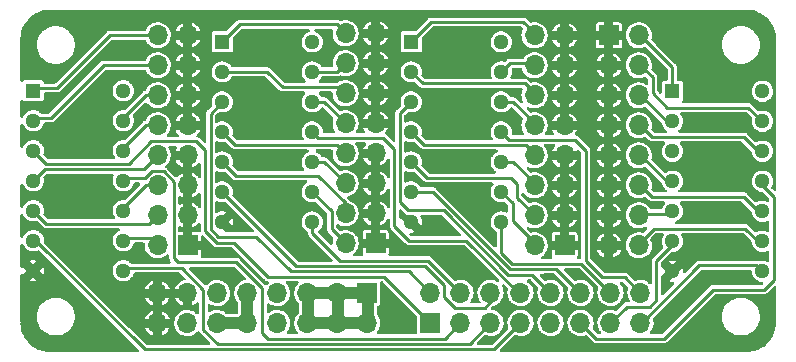
<source format=gbr>
G04 #@! TF.GenerationSoftware,KiCad,Pcbnew,(6.0.7)*
G04 #@! TF.CreationDate,2022-10-12T11:09:06+01:00*
G04 #@! TF.ProjectId,RR_5V_HAT,52525f35-565f-4484-9154-2e6b69636164,rev?*
G04 #@! TF.SameCoordinates,Original*
G04 #@! TF.FileFunction,Copper,L1,Top*
G04 #@! TF.FilePolarity,Positive*
%FSLAX46Y46*%
G04 Gerber Fmt 4.6, Leading zero omitted, Abs format (unit mm)*
G04 Created by KiCad (PCBNEW (6.0.7)) date 2022-10-12 11:09:06*
%MOMM*%
%LPD*%
G01*
G04 APERTURE LIST*
G04 #@! TA.AperFunction,ComponentPad*
%ADD10R,1.295400X1.295400*%
G04 #@! TD*
G04 #@! TA.AperFunction,ComponentPad*
%ADD11C,1.295400*%
G04 #@! TD*
G04 #@! TA.AperFunction,ComponentPad*
%ADD12R,1.700000X1.700000*%
G04 #@! TD*
G04 #@! TA.AperFunction,ComponentPad*
%ADD13O,1.700000X1.700000*%
G04 #@! TD*
G04 #@! TA.AperFunction,ViaPad*
%ADD14C,0.800000*%
G04 #@! TD*
G04 #@! TA.AperFunction,Conductor*
%ADD15C,0.250000*%
G04 #@! TD*
G04 #@! TA.AperFunction,Conductor*
%ADD16C,1.000000*%
G04 #@! TD*
G04 APERTURE END LIST*
D10*
X169590000Y-43380000D03*
D11*
X169590000Y-45920000D03*
X169590000Y-48460000D03*
X169590000Y-51000000D03*
X169590000Y-53540000D03*
X169590000Y-56080000D03*
X169590000Y-58620000D03*
X177210000Y-58620000D03*
X177210000Y-56080000D03*
X177210000Y-53540000D03*
X177210000Y-51000000D03*
X177210000Y-48460000D03*
X177210000Y-45920000D03*
X177210000Y-43380000D03*
D12*
X198575000Y-56290400D03*
D13*
X196035000Y-56290400D03*
X198575000Y-53750400D03*
X196035000Y-53750400D03*
X198575000Y-51210400D03*
X196035000Y-51210400D03*
X198575000Y-48670400D03*
X196035000Y-48670400D03*
X198575000Y-46130400D03*
X196035000Y-46130400D03*
X198575000Y-43590400D03*
X196035000Y-43590400D03*
X198575000Y-41050400D03*
X196035000Y-41050400D03*
X198575000Y-38510400D03*
X196035000Y-38510400D03*
D10*
X223710000Y-43420000D03*
D11*
X223710000Y-45960000D03*
X223710000Y-48500000D03*
X223710000Y-51040000D03*
X223710000Y-53580000D03*
X223710000Y-56120000D03*
X223710000Y-58660000D03*
X231330000Y-58660000D03*
X231330000Y-56120000D03*
X231330000Y-53580000D03*
X231330000Y-51040000D03*
X231330000Y-48500000D03*
X231330000Y-45960000D03*
X231330000Y-43420000D03*
D12*
X214575000Y-56475000D03*
D13*
X212035000Y-56475000D03*
X214575000Y-53935000D03*
X212035000Y-53935000D03*
X214575000Y-51395000D03*
X212035000Y-51395000D03*
X214575000Y-48855000D03*
X212035000Y-48855000D03*
X214575000Y-46315000D03*
X212035000Y-46315000D03*
X214575000Y-43775000D03*
X212035000Y-43775000D03*
X214575000Y-41235000D03*
X212035000Y-41235000D03*
X214575000Y-38695000D03*
X212035000Y-38695000D03*
D12*
X182675000Y-56457800D03*
D13*
X180135000Y-56457800D03*
X182675000Y-53917800D03*
X180135000Y-53917800D03*
X182675000Y-51377800D03*
X180135000Y-51377800D03*
X182675000Y-48837800D03*
X180135000Y-48837800D03*
X182675000Y-46297800D03*
X180135000Y-46297800D03*
X182675000Y-43757800D03*
X180135000Y-43757800D03*
X182675000Y-41217800D03*
X180135000Y-41217800D03*
X182675000Y-38677800D03*
X180135000Y-38677800D03*
D10*
X185590000Y-39245000D03*
D11*
X185590000Y-41785000D03*
X185590000Y-44325000D03*
X185590000Y-46865000D03*
X185590000Y-49405000D03*
X185590000Y-51945000D03*
X185590000Y-54485000D03*
X193210000Y-54485000D03*
X193210000Y-51945000D03*
X193210000Y-49405000D03*
X193210000Y-46865000D03*
X193210000Y-44325000D03*
X193210000Y-41785000D03*
X193210000Y-39245000D03*
D10*
X201590000Y-39245000D03*
D11*
X201590000Y-41785000D03*
X201590000Y-44325000D03*
X201590000Y-46865000D03*
X201590000Y-49405000D03*
X201590000Y-51945000D03*
X201590000Y-54485000D03*
X209210000Y-54485000D03*
X209210000Y-51945000D03*
X209210000Y-49405000D03*
X209210000Y-46865000D03*
X209210000Y-44325000D03*
X209210000Y-41785000D03*
X209210000Y-39245000D03*
D12*
X203225000Y-63040000D03*
D13*
X203225000Y-60500000D03*
X205765000Y-63040000D03*
X205765000Y-60500000D03*
X208305000Y-63040000D03*
X208305000Y-60500000D03*
X210845000Y-63040000D03*
X210845000Y-60500000D03*
X213385000Y-63040000D03*
X213385000Y-60500000D03*
X215925000Y-63040000D03*
X215925000Y-60500000D03*
X218465000Y-63040000D03*
X218465000Y-60500000D03*
X221005000Y-63040000D03*
X221005000Y-60500000D03*
D12*
X197875000Y-60510000D03*
D13*
X197875000Y-63050000D03*
X195335000Y-60510000D03*
X195335000Y-63050000D03*
X192795000Y-60510000D03*
X192795000Y-63050000D03*
X190255000Y-60510000D03*
X190255000Y-63050000D03*
X187715000Y-60510000D03*
X187715000Y-63050000D03*
X185175000Y-60510000D03*
X185175000Y-63050000D03*
X182635000Y-60510000D03*
X182635000Y-63050000D03*
X180095000Y-60510000D03*
X180095000Y-63050000D03*
D12*
X218325000Y-38700000D03*
D13*
X220865000Y-38700000D03*
X218325000Y-41240000D03*
X220865000Y-41240000D03*
X218325000Y-43780000D03*
X220865000Y-43780000D03*
X218325000Y-46320000D03*
X220865000Y-46320000D03*
X218325000Y-48860000D03*
X220865000Y-48860000D03*
X218325000Y-51400000D03*
X220865000Y-51400000D03*
X218325000Y-53940000D03*
X220865000Y-53940000D03*
X218325000Y-56480000D03*
X220865000Y-56480000D03*
D14*
X229000000Y-46130000D03*
X199650000Y-61950000D03*
X205300000Y-39750000D03*
X189280000Y-39650000D03*
X226350000Y-37350000D03*
X173240000Y-51920000D03*
X228880000Y-49450000D03*
X177250000Y-39930000D03*
X227770000Y-59180000D03*
X228340000Y-53780000D03*
X207450000Y-49400000D03*
X205980000Y-57990000D03*
X186400000Y-58800000D03*
X174900000Y-37650000D03*
X175280000Y-64230000D03*
X173270000Y-47030000D03*
X224000000Y-61620000D03*
X228480000Y-56640000D03*
X203900000Y-49300000D03*
X191550000Y-61750000D03*
X207650000Y-45550000D03*
X226000000Y-63700000D03*
X204000000Y-45450000D03*
X189710000Y-52280000D03*
X207550000Y-53000000D03*
X173560000Y-56920000D03*
X189550000Y-45750000D03*
X225800000Y-42300000D03*
X189670000Y-49490000D03*
D15*
X220865000Y-43617900D02*
X223547100Y-46300000D01*
X223690000Y-43145000D02*
X223690000Y-41362900D01*
X223690000Y-41362900D02*
X220865000Y-38537900D01*
X220865000Y-53777900D02*
X223462100Y-53777900D01*
X220865000Y-48697900D02*
X223547100Y-51380000D01*
X229890000Y-55050000D02*
X231300000Y-56460000D01*
X220865000Y-56317900D02*
X222132900Y-55050000D01*
X222132900Y-55050000D02*
X229890000Y-55050000D01*
X229750000Y-52370000D02*
X231300000Y-53920000D01*
X221997100Y-52370000D02*
X229750000Y-52370000D01*
X220865000Y-51237900D02*
X221997100Y-52370000D01*
X222007100Y-47300000D02*
X229760000Y-47300000D01*
X229760000Y-47300000D02*
X231300000Y-48840000D01*
X220865000Y-46157900D02*
X222007100Y-47300000D01*
X222040000Y-42252900D02*
X222040000Y-43560000D01*
X220865000Y-41077900D02*
X222040000Y-42252900D01*
X223290000Y-44810000D02*
X230130000Y-44810000D01*
X230130000Y-44810000D02*
X231280000Y-45960000D01*
X222040000Y-43560000D02*
X223290000Y-44810000D01*
X202562700Y-42757700D02*
X211207700Y-42757700D01*
X211207700Y-42757700D02*
X212035000Y-43585000D01*
X201590000Y-41785000D02*
X202562700Y-42757700D01*
X203270000Y-37565000D02*
X211095000Y-37565000D01*
X201590000Y-39245000D02*
X203270000Y-37565000D01*
X211095000Y-37565000D02*
X212035000Y-38505000D01*
X201590000Y-49405000D02*
X202950000Y-50765000D01*
X210550000Y-51250000D02*
X210550000Y-52450000D01*
X210550000Y-52450000D02*
X212035000Y-53935000D01*
X210065000Y-50765000D02*
X210550000Y-51250000D01*
X202950000Y-50765000D02*
X210065000Y-50765000D01*
X201590000Y-46865000D02*
X202687919Y-47962919D01*
X202687919Y-47962919D02*
X211332919Y-47962919D01*
X211332919Y-47962919D02*
X212035000Y-48665000D01*
X210182700Y-52917700D02*
X210182700Y-54432700D01*
X210182700Y-54432700D02*
X212035000Y-56285000D01*
X209210000Y-51945000D02*
X210182700Y-52917700D01*
X209210000Y-49405000D02*
X210235000Y-49405000D01*
X210235000Y-49405000D02*
X212035000Y-51205000D01*
X210235000Y-44325000D02*
X212035000Y-46125000D01*
X209210000Y-44325000D02*
X210235000Y-44325000D01*
X209950000Y-41045000D02*
X209210000Y-41785000D01*
X212035000Y-41045000D02*
X209950000Y-41045000D01*
X189420000Y-41785000D02*
X190700000Y-43065000D01*
X190700000Y-43065000D02*
X195509600Y-43065000D01*
X195509600Y-43065000D02*
X196035000Y-43590400D01*
X185590000Y-41785000D02*
X189420000Y-41785000D01*
X187070000Y-37765000D02*
X195289600Y-37765000D01*
X185590000Y-39245000D02*
X187070000Y-37765000D01*
X195289600Y-37765000D02*
X196035000Y-38510400D01*
X193727899Y-50565000D02*
X196035000Y-52872101D01*
X186750000Y-50565000D02*
X193727899Y-50565000D01*
X185590000Y-49405000D02*
X186750000Y-50565000D01*
X196035000Y-52872101D02*
X196035000Y-53750400D01*
X186687919Y-47962919D02*
X195327519Y-47962919D01*
X185590000Y-46865000D02*
X186687919Y-47962919D01*
X195327519Y-47962919D02*
X196035000Y-48670400D01*
X194860000Y-55115400D02*
X196035000Y-56290400D01*
X194860000Y-53595000D02*
X194860000Y-55115400D01*
X193210000Y-51945000D02*
X194860000Y-53595000D01*
X193210000Y-49405000D02*
X194229600Y-49405000D01*
X194229600Y-49405000D02*
X196035000Y-51210400D01*
X193210000Y-44325000D02*
X194229600Y-44325000D01*
X194229600Y-44325000D02*
X196035000Y-46130400D01*
X195300400Y-41785000D02*
X196035000Y-41050400D01*
X193210000Y-41785000D02*
X195300400Y-41785000D01*
X175547200Y-41217800D02*
X171080000Y-45685000D01*
X180135000Y-41217800D02*
X175547200Y-41217800D01*
X171080000Y-45685000D02*
X169590000Y-45685000D01*
X171620000Y-43145000D02*
X176087200Y-38677800D01*
X176087200Y-38677800D02*
X180135000Y-38677800D01*
X169590000Y-43145000D02*
X171620000Y-43145000D01*
X179414881Y-54637919D02*
X180135000Y-53917800D01*
X170687919Y-54637919D02*
X179414881Y-54637919D01*
X169590000Y-53540000D02*
X170687919Y-54637919D01*
X169590000Y-51000000D02*
X170562700Y-50027300D01*
X178945500Y-50027300D02*
X180135000Y-48837800D01*
X170562700Y-50027300D02*
X178945500Y-50027300D01*
X177210000Y-55845000D02*
X179522200Y-55845000D01*
X179522200Y-55845000D02*
X180135000Y-56457800D01*
X179137200Y-51377800D02*
X180135000Y-51377800D01*
X177210000Y-53305000D02*
X179137200Y-51377800D01*
X177210000Y-48225000D02*
X179137200Y-46297800D01*
X179137200Y-46297800D02*
X180135000Y-46297800D01*
X177210000Y-45685000D02*
X179137200Y-43757800D01*
X179137200Y-43757800D02*
X180135000Y-43757800D01*
D16*
X192825000Y-63040000D02*
X197905000Y-63040000D01*
X197905000Y-60500000D02*
X197905000Y-63040000D01*
X192825000Y-60500000D02*
X197905000Y-60500000D01*
X192825000Y-60500000D02*
X192825000Y-63040000D01*
X195365000Y-60500000D02*
X195365000Y-63040000D01*
X187715000Y-63050000D02*
X187715000Y-60510000D01*
X185175000Y-63050000D02*
X187715000Y-63050000D01*
D15*
X222350000Y-61140000D02*
X222350000Y-57790000D01*
X222350000Y-57790000D02*
X223680000Y-56460000D01*
X219830000Y-61675000D02*
X221815000Y-61675000D01*
X221815000Y-61675000D02*
X222350000Y-61140000D01*
X218465000Y-63040000D02*
X219830000Y-61675000D01*
X225970000Y-58170000D02*
X230790000Y-58170000D01*
X221100000Y-63040000D02*
X225970000Y-58170000D01*
X230790000Y-58170000D02*
X231280000Y-58660000D01*
X227110000Y-60230000D02*
X231450000Y-60230000D01*
X222975000Y-64365000D02*
X227110000Y-60230000D01*
X217250000Y-64365000D02*
X222975000Y-64365000D01*
X232302700Y-59377300D02*
X232302700Y-52382700D01*
X232302700Y-52382700D02*
X231300000Y-51380000D01*
X215925000Y-63040000D02*
X217250000Y-64365000D01*
X231450000Y-60230000D02*
X232302700Y-59377300D01*
X209800000Y-58965000D02*
X211850000Y-58965000D01*
X204347300Y-53512300D02*
X209800000Y-58965000D01*
X200617300Y-45297700D02*
X200617300Y-52782300D01*
X200617300Y-52782300D02*
X201347300Y-53512300D01*
X211850000Y-58965000D02*
X213385000Y-60500000D01*
X201347300Y-53512300D02*
X204347300Y-53512300D01*
X201590000Y-44325000D02*
X200617300Y-45297700D01*
X213890000Y-58465000D02*
X215925000Y-60500000D01*
X201590000Y-51945000D02*
X203416396Y-51945000D01*
X212700000Y-58465000D02*
X213890000Y-58465000D01*
X209968198Y-58496802D02*
X212668198Y-58496802D01*
X212668198Y-58496802D02*
X212700000Y-58465000D01*
X203416396Y-51945000D02*
X209968198Y-58496802D01*
X209210000Y-55400986D02*
X209200000Y-55410986D01*
X209200000Y-55410986D02*
X209200000Y-57092208D01*
X209200000Y-57092208D02*
X210136396Y-58028604D01*
X215980000Y-58015000D02*
X218465000Y-60500000D01*
X210150000Y-58015000D02*
X215980000Y-58015000D01*
X210136396Y-58028604D02*
X210150000Y-58015000D01*
X209210000Y-54485000D02*
X209210000Y-55400986D01*
X215447919Y-47512919D02*
X209857919Y-47512919D01*
X216383198Y-48448198D02*
X215447919Y-47512919D01*
X216383198Y-57781802D02*
X216383198Y-48448198D01*
X219670000Y-59165000D02*
X217766396Y-59165000D01*
X221005000Y-60500000D02*
X219670000Y-59165000D01*
X217766396Y-59165000D02*
X216383198Y-57781802D01*
X209857919Y-47512919D02*
X209210000Y-46865000D01*
X184600000Y-45315000D02*
X184600000Y-55065000D01*
X201390000Y-58665000D02*
X203225000Y-60500000D01*
X188475000Y-55725000D02*
X191415000Y-58665000D01*
X185260000Y-55725000D02*
X188475000Y-55725000D01*
X185590000Y-44325000D02*
X184600000Y-45315000D01*
X184600000Y-55065000D02*
X185260000Y-55725000D01*
X191415000Y-58665000D02*
X201390000Y-58665000D01*
X204400000Y-60865000D02*
X205300000Y-61765000D01*
X204400000Y-59815000D02*
X204400000Y-60865000D01*
X191860000Y-58215000D02*
X202800000Y-58215000D01*
X205300000Y-61765000D02*
X207800000Y-61765000D01*
X202800000Y-58215000D02*
X204400000Y-59815000D01*
X207800000Y-61765000D02*
X208305000Y-61260000D01*
X185590000Y-51945000D02*
X191860000Y-58215000D01*
X208305000Y-61260000D02*
X208305000Y-60500000D01*
X195574014Y-57765000D02*
X203030000Y-57765000D01*
X193210000Y-55400986D02*
X195574014Y-57765000D01*
X203030000Y-57765000D02*
X205765000Y-60500000D01*
X193210000Y-54485000D02*
X193210000Y-55400986D01*
X200167300Y-48332300D02*
X200167300Y-54832300D01*
X206263604Y-56065000D02*
X210698604Y-60500000D01*
X193710000Y-47365000D02*
X199200000Y-47365000D01*
X201400000Y-56065000D02*
X206263604Y-56065000D01*
X193210000Y-46865000D02*
X193710000Y-47365000D01*
X199200000Y-47365000D02*
X200167300Y-48332300D01*
X200167300Y-54832300D02*
X201400000Y-56065000D01*
X179577200Y-47662800D02*
X177662700Y-49577300D01*
X184150000Y-48415000D02*
X183397800Y-47662800D01*
X185148604Y-56250000D02*
X184150000Y-55251396D01*
X186600000Y-56250000D02*
X185148604Y-56250000D01*
X183397800Y-47662800D02*
X179577200Y-47662800D01*
X177662700Y-49577300D02*
X170707300Y-49577300D01*
X184150000Y-55251396D02*
X184150000Y-48415000D01*
X189465000Y-59115000D02*
X186600000Y-56250000D01*
X199300000Y-59115000D02*
X189465000Y-59115000D01*
X203225000Y-63040000D02*
X199300000Y-59115000D01*
X170707300Y-49577300D02*
X169590000Y-48460000D01*
X179015000Y-65270000D02*
X169590000Y-55845000D01*
X208615000Y-65270000D02*
X179015000Y-65270000D01*
X210845000Y-63040000D02*
X208615000Y-65270000D01*
X177210000Y-58385000D02*
X182171701Y-58385000D01*
X184000000Y-63600000D02*
X185215000Y-64815000D01*
X184000000Y-60213299D02*
X184000000Y-63600000D01*
X182171701Y-58385000D02*
X184000000Y-60213299D01*
X206530000Y-64815000D02*
X208305000Y-63040000D01*
X206530000Y-64815000D02*
X185215000Y-64815000D01*
X189000000Y-60100000D02*
X189000000Y-63900000D01*
X179086099Y-50765000D02*
X179648299Y-50202800D01*
X204440000Y-64365000D02*
X204502500Y-64302500D01*
X181500000Y-57550000D02*
X181850000Y-57900000D01*
X204440000Y-64365000D02*
X189665000Y-64365000D01*
X179648299Y-50202800D02*
X180621701Y-50202800D01*
X177210000Y-50765000D02*
X179086099Y-50765000D01*
X180621701Y-50202800D02*
X181500000Y-51081099D01*
X181850000Y-57900000D02*
X186800000Y-57900000D01*
X189465000Y-64365000D02*
X189665000Y-64365000D01*
X186800000Y-57900000D02*
X189000000Y-60100000D01*
X189000000Y-63900000D02*
X189465000Y-64365000D01*
X181500000Y-51081099D02*
X181500000Y-57550000D01*
X204502500Y-64302500D02*
X205765000Y-63040000D01*
G04 #@! TA.AperFunction,Conductor*
G36*
X168717012Y-56358431D02*
G01*
X168754333Y-56414719D01*
X168762710Y-56440500D01*
X168764933Y-56447343D01*
X168768236Y-56453065D01*
X168768237Y-56453066D01*
X168784398Y-56481058D01*
X168859338Y-56610857D01*
X168863756Y-56615764D01*
X168863757Y-56615765D01*
X168973824Y-56738007D01*
X168985676Y-56751170D01*
X168991018Y-56755051D01*
X168991020Y-56755053D01*
X169133084Y-56858268D01*
X169138426Y-56862149D01*
X169144454Y-56864833D01*
X169144456Y-56864834D01*
X169289842Y-56929564D01*
X169310912Y-56938945D01*
X169403253Y-56958572D01*
X169489138Y-56976828D01*
X169489142Y-56976828D01*
X169495595Y-56978200D01*
X169684405Y-56978200D01*
X169690858Y-56976828D01*
X169690862Y-56976828D01*
X169776747Y-56958572D01*
X169869088Y-56938945D01*
X169901463Y-56924531D01*
X169986362Y-56886731D01*
X170056729Y-56877297D01*
X170121026Y-56907403D01*
X170126706Y-56912743D01*
X178490367Y-65276405D01*
X178524393Y-65338717D01*
X178519328Y-65409532D01*
X178476781Y-65466368D01*
X178410261Y-65491179D01*
X178401272Y-65491500D01*
X171049367Y-65491500D01*
X171029982Y-65490000D01*
X171015149Y-65487690D01*
X171015145Y-65487690D01*
X171006276Y-65486309D01*
X170989077Y-65488558D01*
X170965137Y-65489391D01*
X170707290Y-65473794D01*
X170692186Y-65471960D01*
X170620214Y-65458771D01*
X170411240Y-65420475D01*
X170396473Y-65416836D01*
X170373034Y-65409532D01*
X170123769Y-65331858D01*
X170109555Y-65326466D01*
X169849092Y-65209242D01*
X169835621Y-65202172D01*
X169591187Y-65054405D01*
X169578666Y-65045762D01*
X169353829Y-64869615D01*
X169342440Y-64859525D01*
X169140475Y-64657560D01*
X169130385Y-64646171D01*
X169126911Y-64641736D01*
X168968470Y-64439500D01*
X168954238Y-64421334D01*
X168945595Y-64408813D01*
X168823555Y-64206937D01*
X168797827Y-64164378D01*
X168790757Y-64150906D01*
X168673534Y-63890445D01*
X168668141Y-63876227D01*
X168666576Y-63871203D01*
X168583164Y-63603526D01*
X168579523Y-63588754D01*
X168579269Y-63587364D01*
X168528040Y-63307814D01*
X168526206Y-63292710D01*
X168511269Y-63045768D01*
X168512520Y-63022216D01*
X168512334Y-63022199D01*
X168512769Y-63017350D01*
X168513576Y-63012552D01*
X168513729Y-63000000D01*
X168509773Y-62972376D01*
X168508500Y-62954514D01*
X168508500Y-62500000D01*
X169894551Y-62500000D01*
X169914317Y-62751148D01*
X169915471Y-62755955D01*
X169915472Y-62755961D01*
X169935310Y-62838591D01*
X169973127Y-62996111D01*
X169975020Y-63000682D01*
X169975021Y-63000684D01*
X170065242Y-63218496D01*
X170069534Y-63228859D01*
X170201164Y-63443659D01*
X170204376Y-63447419D01*
X170204379Y-63447424D01*
X170279635Y-63535537D01*
X170364776Y-63635224D01*
X170368538Y-63638437D01*
X170552576Y-63795621D01*
X170552581Y-63795624D01*
X170556341Y-63798836D01*
X170771141Y-63930466D01*
X170775711Y-63932359D01*
X170775715Y-63932361D01*
X170999316Y-64024979D01*
X171003889Y-64026873D01*
X171087079Y-64046845D01*
X171244039Y-64084528D01*
X171244045Y-64084529D01*
X171248852Y-64085683D01*
X171334148Y-64092396D01*
X171434661Y-64100307D01*
X171434670Y-64100307D01*
X171437118Y-64100500D01*
X171562882Y-64100500D01*
X171565330Y-64100307D01*
X171565339Y-64100307D01*
X171665852Y-64092396D01*
X171751148Y-64085683D01*
X171755955Y-64084529D01*
X171755961Y-64084528D01*
X171912921Y-64046845D01*
X171996111Y-64026873D01*
X172000684Y-64024979D01*
X172224285Y-63932361D01*
X172224289Y-63932359D01*
X172228859Y-63930466D01*
X172443659Y-63798836D01*
X172447419Y-63795624D01*
X172447424Y-63795621D01*
X172631462Y-63638437D01*
X172635224Y-63635224D01*
X172720365Y-63535537D01*
X172795621Y-63447424D01*
X172795624Y-63447419D01*
X172798836Y-63443659D01*
X172930466Y-63228859D01*
X172934759Y-63218496D01*
X173024979Y-63000684D01*
X173024980Y-63000682D01*
X173026873Y-62996111D01*
X173064690Y-62838591D01*
X173084528Y-62755961D01*
X173084529Y-62755955D01*
X173085683Y-62751148D01*
X173105449Y-62500000D01*
X173085683Y-62248852D01*
X173075392Y-62205983D01*
X173037290Y-62047279D01*
X173026873Y-62003889D01*
X173022131Y-61992440D01*
X172932361Y-61775715D01*
X172932359Y-61775711D01*
X172930466Y-61771141D01*
X172798836Y-61556341D01*
X172795624Y-61552581D01*
X172795621Y-61552576D01*
X172638437Y-61368538D01*
X172635224Y-61364776D01*
X172590865Y-61326890D01*
X172447424Y-61204379D01*
X172447419Y-61204376D01*
X172443659Y-61201164D01*
X172228859Y-61069534D01*
X172224289Y-61067641D01*
X172224285Y-61067639D01*
X172000684Y-60975021D01*
X172000682Y-60975020D01*
X171996111Y-60973127D01*
X171875067Y-60944067D01*
X171755961Y-60915472D01*
X171755955Y-60915471D01*
X171751148Y-60914317D01*
X171662851Y-60907368D01*
X171565339Y-60899693D01*
X171565330Y-60899693D01*
X171562882Y-60899500D01*
X171437118Y-60899500D01*
X171434670Y-60899693D01*
X171434661Y-60899693D01*
X171337149Y-60907368D01*
X171248852Y-60914317D01*
X171244045Y-60915471D01*
X171244039Y-60915472D01*
X171124933Y-60944067D01*
X171003889Y-60973127D01*
X170999318Y-60975020D01*
X170999316Y-60975021D01*
X170775715Y-61067639D01*
X170775711Y-61067641D01*
X170771141Y-61069534D01*
X170556341Y-61201164D01*
X170552581Y-61204376D01*
X170552576Y-61204379D01*
X170409135Y-61326890D01*
X170364776Y-61364776D01*
X170361563Y-61368538D01*
X170204379Y-61552576D01*
X170204376Y-61552581D01*
X170201164Y-61556341D01*
X170069534Y-61771141D01*
X170067641Y-61775711D01*
X170067639Y-61775715D01*
X169977869Y-61992440D01*
X169973127Y-62003889D01*
X169962710Y-62047279D01*
X169924609Y-62205983D01*
X169914317Y-62248852D01*
X169894551Y-62500000D01*
X168508500Y-62500000D01*
X168508500Y-59468520D01*
X169285915Y-59468520D01*
X169289426Y-59473210D01*
X169303795Y-59479608D01*
X169316278Y-59483664D01*
X169488769Y-59520327D01*
X169501830Y-59521700D01*
X169678170Y-59521700D01*
X169691231Y-59520327D01*
X169863722Y-59483664D01*
X169876205Y-59479608D01*
X169883586Y-59476321D01*
X169894333Y-59467187D01*
X169892736Y-59461551D01*
X169602812Y-59171627D01*
X169588868Y-59164013D01*
X169587035Y-59164144D01*
X169580420Y-59168395D01*
X169292675Y-59456140D01*
X169285915Y-59468520D01*
X168508500Y-59468520D01*
X168508500Y-58985495D01*
X168528502Y-58917374D01*
X168582158Y-58870881D01*
X168652432Y-58860777D01*
X168717012Y-58890271D01*
X168738510Y-58914377D01*
X168744630Y-58923328D01*
X168747971Y-58922750D01*
X168749603Y-58921582D01*
X169038373Y-58632812D01*
X169044751Y-58621132D01*
X170134013Y-58621132D01*
X170134144Y-58622965D01*
X170138395Y-58629580D01*
X170424919Y-58916104D01*
X170437299Y-58922864D01*
X170440012Y-58920833D01*
X170440936Y-58919051D01*
X170474814Y-58814786D01*
X170477544Y-58801943D01*
X170495977Y-58626565D01*
X170495977Y-58613435D01*
X170477544Y-58438057D01*
X170474814Y-58425214D01*
X170443329Y-58328313D01*
X170435369Y-58316672D01*
X170432029Y-58317250D01*
X170430397Y-58318418D01*
X170141627Y-58607188D01*
X170134013Y-58621132D01*
X169044751Y-58621132D01*
X169045987Y-58618868D01*
X169045856Y-58617035D01*
X169041605Y-58610420D01*
X168755081Y-58323896D01*
X168742701Y-58317136D01*
X168720899Y-58333457D01*
X168697239Y-58358152D01*
X168628204Y-58374726D01*
X168561168Y-58351345D01*
X168517414Y-58295433D01*
X168508500Y-58248883D01*
X168508500Y-57772813D01*
X169285667Y-57772813D01*
X169287264Y-57778449D01*
X169577188Y-58068373D01*
X169591132Y-58075987D01*
X169592965Y-58075856D01*
X169599580Y-58071605D01*
X169887325Y-57783860D01*
X169894085Y-57771480D01*
X169890574Y-57766790D01*
X169876205Y-57760392D01*
X169863722Y-57756336D01*
X169691231Y-57719673D01*
X169678170Y-57718300D01*
X169501830Y-57718300D01*
X169488769Y-57719673D01*
X169316278Y-57756336D01*
X169303795Y-57760392D01*
X169296414Y-57763679D01*
X169285667Y-57772813D01*
X168508500Y-57772813D01*
X168508500Y-56453655D01*
X168528502Y-56385534D01*
X168582158Y-56339041D01*
X168652432Y-56328937D01*
X168717012Y-56358431D01*
G37*
G04 #@! TD.AperFunction*
G04 #@! TA.AperFunction,Conductor*
G36*
X215840394Y-58410502D02*
G01*
X215861368Y-58427405D01*
X217406013Y-59972051D01*
X217440039Y-60034363D01*
X217437251Y-60098509D01*
X217388661Y-60255000D01*
X217383937Y-60270213D01*
X217360164Y-60471069D01*
X217373392Y-60672894D01*
X217423178Y-60868928D01*
X217507856Y-61052607D01*
X217511189Y-61057323D01*
X217599959Y-61182930D01*
X217624588Y-61217780D01*
X217628730Y-61221815D01*
X217700269Y-61291505D01*
X217769466Y-61358913D01*
X217774270Y-61362123D01*
X217781710Y-61367094D01*
X217937637Y-61471282D01*
X217942940Y-61473560D01*
X217942943Y-61473562D01*
X218099498Y-61540823D01*
X218123470Y-61551122D01*
X218263554Y-61582820D01*
X218291184Y-61589072D01*
X218320740Y-61595760D01*
X218326509Y-61595987D01*
X218326512Y-61595987D01*
X218402683Y-61598979D01*
X218522842Y-61603700D01*
X218609132Y-61591189D01*
X218717286Y-61575508D01*
X218717291Y-61575507D01*
X218723007Y-61574678D01*
X218728479Y-61572820D01*
X218728481Y-61572820D01*
X218909067Y-61511519D01*
X218909069Y-61511518D01*
X218914531Y-61509664D01*
X219073145Y-61420837D01*
X219085964Y-61413658D01*
X219085965Y-61413657D01*
X219091001Y-61410837D01*
X219140706Y-61369498D01*
X219206433Y-61314833D01*
X219246505Y-61281505D01*
X219375837Y-61126001D01*
X219474664Y-60949531D01*
X219486750Y-60913929D01*
X219537820Y-60763481D01*
X219537820Y-60763479D01*
X219539678Y-60758007D01*
X219540507Y-60752291D01*
X219540508Y-60752286D01*
X219557809Y-60632956D01*
X219568700Y-60557842D01*
X219570215Y-60500000D01*
X219551708Y-60298591D01*
X219545321Y-60275942D01*
X219506292Y-60137559D01*
X219496807Y-60103926D01*
X219407351Y-59922527D01*
X219389079Y-59898057D01*
X219289788Y-59765091D01*
X219289787Y-59765090D01*
X219286335Y-59760467D01*
X219282099Y-59756551D01*
X219278227Y-59752251D01*
X219279850Y-59750790D01*
X219248330Y-59698098D01*
X219250610Y-59627138D01*
X219290891Y-59568675D01*
X219356386Y-59541271D01*
X219370304Y-59540500D01*
X219462273Y-59540500D01*
X219530394Y-59560502D01*
X219551368Y-59577405D01*
X219946014Y-59972051D01*
X219980040Y-60034363D01*
X219977252Y-60098508D01*
X219923937Y-60270213D01*
X219900164Y-60471069D01*
X219913392Y-60672894D01*
X219963178Y-60868928D01*
X220047856Y-61052607D01*
X220051186Y-61057319D01*
X220051189Y-61057324D01*
X220081901Y-61100780D01*
X220104882Y-61167955D01*
X220087897Y-61236890D01*
X220036340Y-61285699D01*
X219979004Y-61299500D01*
X219883501Y-61299500D01*
X219860187Y-61297019D01*
X219858112Y-61296921D01*
X219847934Y-61294730D01*
X219815231Y-61298601D01*
X219815008Y-61298627D01*
X219809178Y-61298971D01*
X219809186Y-61299072D01*
X219804007Y-61299500D01*
X219798807Y-61299500D01*
X219793681Y-61300353D01*
X219793672Y-61300354D01*
X219780023Y-61302626D01*
X219774147Y-61303463D01*
X219762632Y-61304826D01*
X219723791Y-61309423D01*
X219715622Y-61313346D01*
X219706687Y-61314833D01*
X219697524Y-61319777D01*
X219662079Y-61338902D01*
X219656790Y-61341597D01*
X219618241Y-61360108D01*
X219618239Y-61360109D01*
X219611101Y-61363537D01*
X219606869Y-61367094D01*
X219604927Y-61369036D01*
X219603064Y-61370745D01*
X219602917Y-61370824D01*
X219602818Y-61370716D01*
X219602346Y-61371132D01*
X219596671Y-61374194D01*
X219589602Y-61381841D01*
X219589601Y-61381842D01*
X219560460Y-61413367D01*
X219557030Y-61416933D01*
X218991109Y-61982854D01*
X218928797Y-62016880D01*
X218855324Y-62010789D01*
X218850091Y-62008701D01*
X218778898Y-61980298D01*
X218580526Y-61940839D01*
X218574752Y-61940763D01*
X218574748Y-61940763D01*
X218472257Y-61939422D01*
X218378286Y-61938192D01*
X218372589Y-61939171D01*
X218372588Y-61939171D01*
X218184646Y-61971465D01*
X218184645Y-61971465D01*
X218178949Y-61972444D01*
X217989193Y-62042449D01*
X217984232Y-62045401D01*
X217984231Y-62045401D01*
X217824384Y-62140500D01*
X217815371Y-62145862D01*
X217663305Y-62279220D01*
X217538089Y-62438057D01*
X217443914Y-62617053D01*
X217383937Y-62810213D01*
X217360164Y-63011069D01*
X217373392Y-63212894D01*
X217423178Y-63408928D01*
X217507856Y-63592607D01*
X217518256Y-63607323D01*
X217615177Y-63744463D01*
X217624588Y-63757780D01*
X217628730Y-63761815D01*
X217640465Y-63773247D01*
X217675303Y-63835109D01*
X217671165Y-63905985D01*
X217629365Y-63963372D01*
X217563175Y-63989051D01*
X217552543Y-63989500D01*
X217457727Y-63989500D01*
X217389606Y-63969498D01*
X217368632Y-63952595D01*
X216982694Y-63566657D01*
X216948668Y-63504345D01*
X216952476Y-63437061D01*
X216997819Y-63303485D01*
X216997820Y-63303480D01*
X216999678Y-63298007D01*
X217000507Y-63292291D01*
X217000508Y-63292286D01*
X217028167Y-63101516D01*
X217028700Y-63097842D01*
X217030215Y-63040000D01*
X217011708Y-62838591D01*
X216956807Y-62643926D01*
X216867351Y-62462527D01*
X216849079Y-62438057D01*
X216749788Y-62305091D01*
X216749787Y-62305090D01*
X216746335Y-62300467D01*
X216739082Y-62293762D01*
X216602053Y-62167094D01*
X216602051Y-62167092D01*
X216597812Y-62163174D01*
X216585619Y-62155481D01*
X216431637Y-62058325D01*
X216426757Y-62055246D01*
X216238898Y-61980298D01*
X216040526Y-61940839D01*
X216034752Y-61940763D01*
X216034748Y-61940763D01*
X215932257Y-61939422D01*
X215838286Y-61938192D01*
X215832589Y-61939171D01*
X215832588Y-61939171D01*
X215644646Y-61971465D01*
X215644645Y-61971465D01*
X215638949Y-61972444D01*
X215449193Y-62042449D01*
X215444232Y-62045401D01*
X215444231Y-62045401D01*
X215284384Y-62140500D01*
X215275371Y-62145862D01*
X215123305Y-62279220D01*
X214998089Y-62438057D01*
X214903914Y-62617053D01*
X214843937Y-62810213D01*
X214820164Y-63011069D01*
X214833392Y-63212894D01*
X214883178Y-63408928D01*
X214967856Y-63592607D01*
X214978256Y-63607323D01*
X215075177Y-63744463D01*
X215084588Y-63757780D01*
X215088730Y-63761815D01*
X215160269Y-63831505D01*
X215229466Y-63898913D01*
X215397637Y-64011282D01*
X215402940Y-64013560D01*
X215402943Y-64013562D01*
X215535552Y-64070535D01*
X215583470Y-64091122D01*
X215679361Y-64112820D01*
X215769997Y-64133329D01*
X215780740Y-64135760D01*
X215786509Y-64135987D01*
X215786512Y-64135987D01*
X215862683Y-64138979D01*
X215982842Y-64143700D01*
X216069132Y-64131189D01*
X216177286Y-64115508D01*
X216177291Y-64115507D01*
X216183007Y-64114678D01*
X216188480Y-64112820D01*
X216188485Y-64112819D01*
X216322061Y-64067476D01*
X216392996Y-64064520D01*
X216451657Y-64097694D01*
X216946652Y-64592689D01*
X216961377Y-64610920D01*
X216962778Y-64612460D01*
X216968428Y-64621210D01*
X216976606Y-64627657D01*
X216994465Y-64641736D01*
X216998832Y-64645617D01*
X216998898Y-64645539D01*
X217002856Y-64648893D01*
X217006538Y-64652575D01*
X217010769Y-64655598D01*
X217010772Y-64655601D01*
X217013514Y-64657560D01*
X217022052Y-64663661D01*
X217026781Y-64667212D01*
X217066600Y-64698603D01*
X217075149Y-64701605D01*
X217082519Y-64706872D01*
X217092500Y-64709857D01*
X217131083Y-64721396D01*
X217136730Y-64723231D01*
X217177064Y-64737395D01*
X217177065Y-64737395D01*
X217184548Y-64740023D01*
X217190055Y-64740500D01*
X217192762Y-64740500D01*
X217195332Y-64740611D01*
X217195494Y-64740659D01*
X217195488Y-64740804D01*
X217196108Y-64740843D01*
X217202287Y-64742691D01*
X217253529Y-64740677D01*
X217255570Y-64740597D01*
X217260518Y-64740500D01*
X222921504Y-64740500D01*
X222944801Y-64742979D01*
X222946886Y-64743077D01*
X222957066Y-64745269D01*
X222989984Y-64741373D01*
X222995821Y-64741029D01*
X222995813Y-64740928D01*
X223000992Y-64740500D01*
X223006193Y-64740500D01*
X223011321Y-64739646D01*
X223011327Y-64739646D01*
X223024987Y-64737372D01*
X223030863Y-64736535D01*
X223035952Y-64735933D01*
X223081210Y-64730576D01*
X223089377Y-64726654D01*
X223098313Y-64725167D01*
X223107475Y-64720223D01*
X223107479Y-64720222D01*
X223142929Y-64701094D01*
X223148220Y-64698398D01*
X223186749Y-64679897D01*
X223186750Y-64679896D01*
X223193900Y-64676463D01*
X223198131Y-64672906D01*
X223200063Y-64670974D01*
X223201937Y-64669255D01*
X223202074Y-64669181D01*
X223202174Y-64669291D01*
X223202654Y-64668868D01*
X223208329Y-64665806D01*
X223215952Y-64657560D01*
X223244540Y-64626633D01*
X223247970Y-64623067D01*
X225371037Y-62500000D01*
X227894551Y-62500000D01*
X227914317Y-62751148D01*
X227915471Y-62755955D01*
X227915472Y-62755961D01*
X227935310Y-62838591D01*
X227973127Y-62996111D01*
X227975020Y-63000682D01*
X227975021Y-63000684D01*
X228065242Y-63218496D01*
X228069534Y-63228859D01*
X228201164Y-63443659D01*
X228204376Y-63447419D01*
X228204379Y-63447424D01*
X228279635Y-63535537D01*
X228364776Y-63635224D01*
X228368538Y-63638437D01*
X228552576Y-63795621D01*
X228552581Y-63795624D01*
X228556341Y-63798836D01*
X228771141Y-63930466D01*
X228775711Y-63932359D01*
X228775715Y-63932361D01*
X228999316Y-64024979D01*
X229003889Y-64026873D01*
X229087079Y-64046845D01*
X229244039Y-64084528D01*
X229244045Y-64084529D01*
X229248852Y-64085683D01*
X229334148Y-64092396D01*
X229434661Y-64100307D01*
X229434670Y-64100307D01*
X229437118Y-64100500D01*
X229562882Y-64100500D01*
X229565330Y-64100307D01*
X229565339Y-64100307D01*
X229665852Y-64092396D01*
X229751148Y-64085683D01*
X229755955Y-64084529D01*
X229755961Y-64084528D01*
X229912921Y-64046845D01*
X229996111Y-64026873D01*
X230000684Y-64024979D01*
X230224285Y-63932361D01*
X230224289Y-63932359D01*
X230228859Y-63930466D01*
X230443659Y-63798836D01*
X230447419Y-63795624D01*
X230447424Y-63795621D01*
X230631462Y-63638437D01*
X230635224Y-63635224D01*
X230720365Y-63535537D01*
X230795621Y-63447424D01*
X230795624Y-63447419D01*
X230798836Y-63443659D01*
X230930466Y-63228859D01*
X230934759Y-63218496D01*
X231024979Y-63000684D01*
X231024980Y-63000682D01*
X231026873Y-62996111D01*
X231064690Y-62838591D01*
X231084528Y-62755961D01*
X231084529Y-62755955D01*
X231085683Y-62751148D01*
X231105449Y-62500000D01*
X231085683Y-62248852D01*
X231075392Y-62205983D01*
X231037290Y-62047279D01*
X231026873Y-62003889D01*
X231022131Y-61992440D01*
X230932361Y-61775715D01*
X230932359Y-61775711D01*
X230930466Y-61771141D01*
X230798836Y-61556341D01*
X230795624Y-61552581D01*
X230795621Y-61552576D01*
X230638437Y-61368538D01*
X230635224Y-61364776D01*
X230590865Y-61326890D01*
X230447424Y-61204379D01*
X230447419Y-61204376D01*
X230443659Y-61201164D01*
X230228859Y-61069534D01*
X230224289Y-61067641D01*
X230224285Y-61067639D01*
X230000684Y-60975021D01*
X230000682Y-60975020D01*
X229996111Y-60973127D01*
X229875067Y-60944067D01*
X229755961Y-60915472D01*
X229755955Y-60915471D01*
X229751148Y-60914317D01*
X229662851Y-60907368D01*
X229565339Y-60899693D01*
X229565330Y-60899693D01*
X229562882Y-60899500D01*
X229437118Y-60899500D01*
X229434670Y-60899693D01*
X229434661Y-60899693D01*
X229337149Y-60907368D01*
X229248852Y-60914317D01*
X229244045Y-60915471D01*
X229244039Y-60915472D01*
X229124933Y-60944067D01*
X229003889Y-60973127D01*
X228999318Y-60975020D01*
X228999316Y-60975021D01*
X228775715Y-61067639D01*
X228775711Y-61067641D01*
X228771141Y-61069534D01*
X228556341Y-61201164D01*
X228552581Y-61204376D01*
X228552576Y-61204379D01*
X228409135Y-61326890D01*
X228364776Y-61364776D01*
X228361563Y-61368538D01*
X228204379Y-61552576D01*
X228204376Y-61552581D01*
X228201164Y-61556341D01*
X228069534Y-61771141D01*
X228067641Y-61775711D01*
X228067639Y-61775715D01*
X227977869Y-61992440D01*
X227973127Y-62003889D01*
X227962710Y-62047279D01*
X227924609Y-62205983D01*
X227914317Y-62248852D01*
X227894551Y-62500000D01*
X225371037Y-62500000D01*
X227228632Y-60642405D01*
X227290944Y-60608379D01*
X227317727Y-60605500D01*
X231396504Y-60605500D01*
X231419801Y-60607979D01*
X231421886Y-60608077D01*
X231432066Y-60610269D01*
X231464984Y-60606373D01*
X231470821Y-60606029D01*
X231470813Y-60605928D01*
X231475992Y-60605500D01*
X231481193Y-60605500D01*
X231486321Y-60604646D01*
X231486327Y-60604646D01*
X231499987Y-60602372D01*
X231505863Y-60601535D01*
X231510952Y-60600933D01*
X231556210Y-60595576D01*
X231564377Y-60591654D01*
X231573313Y-60590167D01*
X231582475Y-60585223D01*
X231582479Y-60585222D01*
X231617929Y-60566094D01*
X231623220Y-60563398D01*
X231661749Y-60544897D01*
X231661750Y-60544896D01*
X231668900Y-60541463D01*
X231673131Y-60537906D01*
X231675063Y-60535974D01*
X231676937Y-60534255D01*
X231677074Y-60534181D01*
X231677174Y-60534291D01*
X231677654Y-60533868D01*
X231683329Y-60530806D01*
X231705978Y-60506305D01*
X231719540Y-60491633D01*
X231722970Y-60488067D01*
X232276405Y-59934632D01*
X232338717Y-59900606D01*
X232409532Y-59905671D01*
X232466368Y-59948218D01*
X232491179Y-60014738D01*
X232491500Y-60023727D01*
X232491500Y-62950633D01*
X232490000Y-62970018D01*
X232487690Y-62984851D01*
X232487690Y-62984855D01*
X232486309Y-62993724D01*
X232488558Y-63010919D01*
X232489391Y-63034863D01*
X232473794Y-63292710D01*
X232471960Y-63307814D01*
X232420732Y-63587364D01*
X232420477Y-63588754D01*
X232416836Y-63603526D01*
X232333425Y-63871203D01*
X232331859Y-63876227D01*
X232326466Y-63890445D01*
X232209243Y-64150906D01*
X232202173Y-64164378D01*
X232176445Y-64206937D01*
X232054405Y-64408813D01*
X232045762Y-64421334D01*
X232031530Y-64439500D01*
X231873090Y-64641736D01*
X231869615Y-64646171D01*
X231859525Y-64657560D01*
X231657560Y-64859525D01*
X231646171Y-64869615D01*
X231421334Y-65045762D01*
X231408813Y-65054405D01*
X231164379Y-65202172D01*
X231150908Y-65209242D01*
X230890445Y-65326466D01*
X230876231Y-65331858D01*
X230626966Y-65409532D01*
X230603527Y-65416836D01*
X230588760Y-65420475D01*
X230379786Y-65458771D01*
X230307814Y-65471960D01*
X230292710Y-65473794D01*
X230042096Y-65488953D01*
X230015284Y-65487692D01*
X230015148Y-65487690D01*
X230006276Y-65486309D01*
X229997374Y-65487473D01*
X229997372Y-65487473D01*
X229982707Y-65489391D01*
X229974714Y-65490436D01*
X229958379Y-65491500D01*
X209228727Y-65491500D01*
X209160606Y-65471498D01*
X209114113Y-65417842D01*
X209104009Y-65347568D01*
X209133503Y-65282988D01*
X209139632Y-65276405D01*
X210318195Y-64097842D01*
X210380507Y-64063816D01*
X210457027Y-64071169D01*
X210498167Y-64088844D01*
X210498170Y-64088845D01*
X210503470Y-64091122D01*
X210509099Y-64092396D01*
X210509100Y-64092396D01*
X210689997Y-64133329D01*
X210700740Y-64135760D01*
X210706509Y-64135987D01*
X210706512Y-64135987D01*
X210782683Y-64138979D01*
X210902842Y-64143700D01*
X210989132Y-64131189D01*
X211097286Y-64115508D01*
X211097291Y-64115507D01*
X211103007Y-64114678D01*
X211108479Y-64112820D01*
X211108481Y-64112820D01*
X211289067Y-64051519D01*
X211289069Y-64051518D01*
X211294531Y-64049664D01*
X211454564Y-63960042D01*
X211465964Y-63953658D01*
X211465965Y-63953657D01*
X211471001Y-63950837D01*
X211533433Y-63898913D01*
X211580323Y-63859914D01*
X211626505Y-63821505D01*
X211755837Y-63666001D01*
X211763157Y-63652931D01*
X211815248Y-63559914D01*
X211854664Y-63489531D01*
X211868384Y-63449115D01*
X211917820Y-63303481D01*
X211917820Y-63303479D01*
X211919678Y-63298007D01*
X211920507Y-63292291D01*
X211920508Y-63292286D01*
X211948167Y-63101516D01*
X211948700Y-63097842D01*
X211950215Y-63040000D01*
X211947557Y-63011069D01*
X212280164Y-63011069D01*
X212293392Y-63212894D01*
X212343178Y-63408928D01*
X212427856Y-63592607D01*
X212438256Y-63607323D01*
X212535177Y-63744463D01*
X212544588Y-63757780D01*
X212548730Y-63761815D01*
X212620269Y-63831505D01*
X212689466Y-63898913D01*
X212857637Y-64011282D01*
X212862940Y-64013560D01*
X212862943Y-64013562D01*
X212995552Y-64070535D01*
X213043470Y-64091122D01*
X213139361Y-64112820D01*
X213229997Y-64133329D01*
X213240740Y-64135760D01*
X213246509Y-64135987D01*
X213246512Y-64135987D01*
X213322683Y-64138979D01*
X213442842Y-64143700D01*
X213529132Y-64131189D01*
X213637286Y-64115508D01*
X213637291Y-64115507D01*
X213643007Y-64114678D01*
X213648479Y-64112820D01*
X213648481Y-64112820D01*
X213829067Y-64051519D01*
X213829069Y-64051518D01*
X213834531Y-64049664D01*
X213994564Y-63960042D01*
X214005964Y-63953658D01*
X214005965Y-63953657D01*
X214011001Y-63950837D01*
X214073433Y-63898913D01*
X214120323Y-63859914D01*
X214166505Y-63821505D01*
X214295837Y-63666001D01*
X214303157Y-63652931D01*
X214355248Y-63559914D01*
X214394664Y-63489531D01*
X214408384Y-63449115D01*
X214457820Y-63303481D01*
X214457820Y-63303479D01*
X214459678Y-63298007D01*
X214460507Y-63292291D01*
X214460508Y-63292286D01*
X214488167Y-63101516D01*
X214488700Y-63097842D01*
X214490215Y-63040000D01*
X214471708Y-62838591D01*
X214416807Y-62643926D01*
X214327351Y-62462527D01*
X214309079Y-62438057D01*
X214209788Y-62305091D01*
X214209787Y-62305090D01*
X214206335Y-62300467D01*
X214199082Y-62293762D01*
X214062053Y-62167094D01*
X214062051Y-62167092D01*
X214057812Y-62163174D01*
X214045619Y-62155481D01*
X213891637Y-62058325D01*
X213886757Y-62055246D01*
X213698898Y-61980298D01*
X213500526Y-61940839D01*
X213494752Y-61940763D01*
X213494748Y-61940763D01*
X213392257Y-61939422D01*
X213298286Y-61938192D01*
X213292589Y-61939171D01*
X213292588Y-61939171D01*
X213104646Y-61971465D01*
X213104645Y-61971465D01*
X213098949Y-61972444D01*
X212909193Y-62042449D01*
X212904232Y-62045401D01*
X212904231Y-62045401D01*
X212744384Y-62140500D01*
X212735371Y-62145862D01*
X212583305Y-62279220D01*
X212458089Y-62438057D01*
X212363914Y-62617053D01*
X212303937Y-62810213D01*
X212280164Y-63011069D01*
X211947557Y-63011069D01*
X211931708Y-62838591D01*
X211876807Y-62643926D01*
X211787351Y-62462527D01*
X211769079Y-62438057D01*
X211669788Y-62305091D01*
X211669787Y-62305090D01*
X211666335Y-62300467D01*
X211659082Y-62293762D01*
X211522053Y-62167094D01*
X211522051Y-62167092D01*
X211517812Y-62163174D01*
X211505619Y-62155481D01*
X211351637Y-62058325D01*
X211346757Y-62055246D01*
X211158898Y-61980298D01*
X210960526Y-61940839D01*
X210954752Y-61940763D01*
X210954748Y-61940763D01*
X210852257Y-61939422D01*
X210758286Y-61938192D01*
X210752589Y-61939171D01*
X210752588Y-61939171D01*
X210564646Y-61971465D01*
X210564645Y-61971465D01*
X210558949Y-61972444D01*
X210369193Y-62042449D01*
X210364232Y-62045401D01*
X210364231Y-62045401D01*
X210204384Y-62140500D01*
X210195371Y-62145862D01*
X210043305Y-62279220D01*
X209918089Y-62438057D01*
X209823914Y-62617053D01*
X209763937Y-62810213D01*
X209740164Y-63011069D01*
X209753392Y-63212894D01*
X209803178Y-63408928D01*
X209805596Y-63414174D01*
X209805600Y-63414184D01*
X209811174Y-63426275D01*
X209821529Y-63496512D01*
X209792266Y-63561198D01*
X209785843Y-63568120D01*
X208496368Y-64857595D01*
X208434056Y-64891621D01*
X208407273Y-64894500D01*
X207285727Y-64894500D01*
X207217606Y-64874498D01*
X207171113Y-64820842D01*
X207161009Y-64750568D01*
X207190503Y-64685988D01*
X207196632Y-64679405D01*
X207778195Y-64097842D01*
X207840507Y-64063816D01*
X207917027Y-64071169D01*
X207958167Y-64088844D01*
X207958170Y-64088845D01*
X207963470Y-64091122D01*
X207969099Y-64092396D01*
X207969100Y-64092396D01*
X208149997Y-64133329D01*
X208160740Y-64135760D01*
X208166509Y-64135987D01*
X208166512Y-64135987D01*
X208242683Y-64138979D01*
X208362842Y-64143700D01*
X208449132Y-64131189D01*
X208557286Y-64115508D01*
X208557291Y-64115507D01*
X208563007Y-64114678D01*
X208568479Y-64112820D01*
X208568481Y-64112820D01*
X208749067Y-64051519D01*
X208749069Y-64051518D01*
X208754531Y-64049664D01*
X208914564Y-63960042D01*
X208925964Y-63953658D01*
X208925965Y-63953657D01*
X208931001Y-63950837D01*
X208993433Y-63898913D01*
X209040323Y-63859914D01*
X209086505Y-63821505D01*
X209215837Y-63666001D01*
X209223157Y-63652931D01*
X209275248Y-63559914D01*
X209314664Y-63489531D01*
X209328384Y-63449115D01*
X209377820Y-63303481D01*
X209377820Y-63303479D01*
X209379678Y-63298007D01*
X209380507Y-63292291D01*
X209380508Y-63292286D01*
X209408167Y-63101516D01*
X209408700Y-63097842D01*
X209410215Y-63040000D01*
X209391708Y-62838591D01*
X209336807Y-62643926D01*
X209247351Y-62462527D01*
X209229079Y-62438057D01*
X209129788Y-62305091D01*
X209129787Y-62305090D01*
X209126335Y-62300467D01*
X209119082Y-62293762D01*
X208982053Y-62167094D01*
X208982051Y-62167092D01*
X208977812Y-62163174D01*
X208965619Y-62155481D01*
X208811637Y-62058325D01*
X208806757Y-62055246D01*
X208618898Y-61980298D01*
X208613233Y-61979171D01*
X208613229Y-61979170D01*
X208486861Y-61954034D01*
X208430417Y-61942806D01*
X208367508Y-61909900D01*
X208332376Y-61848205D01*
X208336176Y-61777310D01*
X208365904Y-61730133D01*
X208484701Y-61611336D01*
X208547013Y-61577310D01*
X208555708Y-61575736D01*
X208563007Y-61574678D01*
X208568468Y-61572824D01*
X208568473Y-61572823D01*
X208749067Y-61511519D01*
X208749069Y-61511518D01*
X208754531Y-61509664D01*
X208913145Y-61420837D01*
X208925964Y-61413658D01*
X208925965Y-61413657D01*
X208931001Y-61410837D01*
X208980706Y-61369498D01*
X209046433Y-61314833D01*
X209086505Y-61281505D01*
X209215837Y-61126001D01*
X209314664Y-60949531D01*
X209326750Y-60913929D01*
X209377820Y-60763481D01*
X209377820Y-60763479D01*
X209379678Y-60758007D01*
X209380507Y-60752291D01*
X209380508Y-60752286D01*
X209397809Y-60632956D01*
X209408700Y-60557842D01*
X209410215Y-60500000D01*
X209391708Y-60298591D01*
X209385321Y-60275942D01*
X209346292Y-60137559D01*
X209336807Y-60103926D01*
X209251419Y-59930776D01*
X209239229Y-59860834D01*
X209266788Y-59795405D01*
X209325346Y-59755261D01*
X209396312Y-59753149D01*
X209453520Y-59785953D01*
X209751327Y-60083760D01*
X209785353Y-60146072D01*
X209782565Y-60210218D01*
X209765651Y-60264693D01*
X209763937Y-60270213D01*
X209740164Y-60471069D01*
X209753392Y-60672894D01*
X209803178Y-60868928D01*
X209887856Y-61052607D01*
X209891189Y-61057323D01*
X209979959Y-61182930D01*
X210004588Y-61217780D01*
X210008730Y-61221815D01*
X210080269Y-61291505D01*
X210149466Y-61358913D01*
X210154270Y-61362123D01*
X210161710Y-61367094D01*
X210317637Y-61471282D01*
X210322940Y-61473560D01*
X210322943Y-61473562D01*
X210479498Y-61540823D01*
X210503470Y-61551122D01*
X210643554Y-61582820D01*
X210671184Y-61589072D01*
X210700740Y-61595760D01*
X210706509Y-61595987D01*
X210706512Y-61595987D01*
X210782683Y-61598979D01*
X210902842Y-61603700D01*
X210989132Y-61591189D01*
X211097286Y-61575508D01*
X211097291Y-61575507D01*
X211103007Y-61574678D01*
X211108479Y-61572820D01*
X211108481Y-61572820D01*
X211289067Y-61511519D01*
X211289069Y-61511518D01*
X211294531Y-61509664D01*
X211453145Y-61420837D01*
X211465964Y-61413658D01*
X211465965Y-61413657D01*
X211471001Y-61410837D01*
X211520706Y-61369498D01*
X211586433Y-61314833D01*
X211626505Y-61281505D01*
X211755837Y-61126001D01*
X211854664Y-60949531D01*
X211866750Y-60913929D01*
X211917820Y-60763481D01*
X211917820Y-60763479D01*
X211919678Y-60758007D01*
X211920507Y-60752291D01*
X211920508Y-60752286D01*
X211937809Y-60632956D01*
X211948700Y-60557842D01*
X211950215Y-60500000D01*
X211931708Y-60298591D01*
X211925321Y-60275942D01*
X211886292Y-60137559D01*
X211876807Y-60103926D01*
X211787351Y-59922527D01*
X211769079Y-59898057D01*
X211669788Y-59765091D01*
X211669787Y-59765090D01*
X211666335Y-59760467D01*
X211659082Y-59753762D01*
X211522053Y-59627094D01*
X211522051Y-59627092D01*
X211517812Y-59623174D01*
X211512934Y-59620096D01*
X211512922Y-59620087D01*
X211438390Y-59573061D01*
X211391452Y-59519795D01*
X211380764Y-59449607D01*
X211409718Y-59384783D01*
X211469122Y-59345904D01*
X211505626Y-59340500D01*
X211642272Y-59340500D01*
X211710393Y-59360502D01*
X211731368Y-59377405D01*
X212326014Y-59972052D01*
X212360039Y-60034364D01*
X212357251Y-60098511D01*
X212324913Y-60202658D01*
X212303937Y-60270213D01*
X212280164Y-60471069D01*
X212293392Y-60672894D01*
X212343178Y-60868928D01*
X212427856Y-61052607D01*
X212431189Y-61057323D01*
X212519959Y-61182930D01*
X212544588Y-61217780D01*
X212548730Y-61221815D01*
X212620269Y-61291505D01*
X212689466Y-61358913D01*
X212694270Y-61362123D01*
X212701710Y-61367094D01*
X212857637Y-61471282D01*
X212862940Y-61473560D01*
X212862943Y-61473562D01*
X213019498Y-61540823D01*
X213043470Y-61551122D01*
X213183554Y-61582820D01*
X213211184Y-61589072D01*
X213240740Y-61595760D01*
X213246509Y-61595987D01*
X213246512Y-61595987D01*
X213322683Y-61598979D01*
X213442842Y-61603700D01*
X213529132Y-61591189D01*
X213637286Y-61575508D01*
X213637291Y-61575507D01*
X213643007Y-61574678D01*
X213648479Y-61572820D01*
X213648481Y-61572820D01*
X213829067Y-61511519D01*
X213829069Y-61511518D01*
X213834531Y-61509664D01*
X213993145Y-61420837D01*
X214005964Y-61413658D01*
X214005965Y-61413657D01*
X214011001Y-61410837D01*
X214060706Y-61369498D01*
X214126433Y-61314833D01*
X214166505Y-61281505D01*
X214295837Y-61126001D01*
X214394664Y-60949531D01*
X214406750Y-60913929D01*
X214457820Y-60763481D01*
X214457820Y-60763479D01*
X214459678Y-60758007D01*
X214460507Y-60752291D01*
X214460508Y-60752286D01*
X214477809Y-60632956D01*
X214488700Y-60557842D01*
X214490215Y-60500000D01*
X214471708Y-60298591D01*
X214465321Y-60275942D01*
X214426292Y-60137559D01*
X214416807Y-60103926D01*
X214327351Y-59922527D01*
X214309079Y-59898057D01*
X214209788Y-59765091D01*
X214209787Y-59765090D01*
X214206335Y-59760467D01*
X214199082Y-59753762D01*
X214062053Y-59627094D01*
X214062051Y-59627092D01*
X214057812Y-59623174D01*
X214046223Y-59615862D01*
X213891637Y-59518325D01*
X213886757Y-59515246D01*
X213698898Y-59440298D01*
X213517724Y-59404260D01*
X213506192Y-59401966D01*
X213506191Y-59401966D01*
X213500526Y-59400839D01*
X213494752Y-59400763D01*
X213494748Y-59400763D01*
X213392257Y-59399422D01*
X213298286Y-59398192D01*
X213292589Y-59399171D01*
X213292588Y-59399171D01*
X213104646Y-59431465D01*
X213104645Y-59431465D01*
X213098949Y-59432444D01*
X212991653Y-59472028D01*
X212920821Y-59476840D01*
X212858948Y-59442911D01*
X212503434Y-59087397D01*
X212469408Y-59025085D01*
X212474473Y-58954270D01*
X212517020Y-58897434D01*
X212583540Y-58872623D01*
X212592529Y-58872302D01*
X212614702Y-58872302D01*
X212637999Y-58874781D01*
X212640084Y-58874879D01*
X212650264Y-58877071D01*
X212683182Y-58873175D01*
X212689019Y-58872831D01*
X212689011Y-58872730D01*
X212694190Y-58872302D01*
X212699391Y-58872302D01*
X212704519Y-58871448D01*
X212704525Y-58871448D01*
X212718185Y-58869174D01*
X212724061Y-58868337D01*
X212729150Y-58867735D01*
X212774408Y-58862378D01*
X212782575Y-58858456D01*
X212791511Y-58856969D01*
X212800681Y-58852021D01*
X212810531Y-58848649D01*
X212811411Y-58851221D01*
X212853857Y-58840500D01*
X213682273Y-58840500D01*
X213750394Y-58860502D01*
X213771368Y-58877405D01*
X214866013Y-59972051D01*
X214900039Y-60034363D01*
X214897251Y-60098509D01*
X214848661Y-60255000D01*
X214843937Y-60270213D01*
X214820164Y-60471069D01*
X214833392Y-60672894D01*
X214883178Y-60868928D01*
X214967856Y-61052607D01*
X214971189Y-61057323D01*
X215059959Y-61182930D01*
X215084588Y-61217780D01*
X215088730Y-61221815D01*
X215160269Y-61291505D01*
X215229466Y-61358913D01*
X215234270Y-61362123D01*
X215241710Y-61367094D01*
X215397637Y-61471282D01*
X215402940Y-61473560D01*
X215402943Y-61473562D01*
X215559498Y-61540823D01*
X215583470Y-61551122D01*
X215723554Y-61582820D01*
X215751184Y-61589072D01*
X215780740Y-61595760D01*
X215786509Y-61595987D01*
X215786512Y-61595987D01*
X215862683Y-61598979D01*
X215982842Y-61603700D01*
X216069132Y-61591189D01*
X216177286Y-61575508D01*
X216177291Y-61575507D01*
X216183007Y-61574678D01*
X216188479Y-61572820D01*
X216188481Y-61572820D01*
X216369067Y-61511519D01*
X216369069Y-61511518D01*
X216374531Y-61509664D01*
X216533145Y-61420837D01*
X216545964Y-61413658D01*
X216545965Y-61413657D01*
X216551001Y-61410837D01*
X216600706Y-61369498D01*
X216666433Y-61314833D01*
X216706505Y-61281505D01*
X216835837Y-61126001D01*
X216934664Y-60949531D01*
X216946750Y-60913929D01*
X216997820Y-60763481D01*
X216997820Y-60763479D01*
X216999678Y-60758007D01*
X217000507Y-60752291D01*
X217000508Y-60752286D01*
X217017809Y-60632956D01*
X217028700Y-60557842D01*
X217030215Y-60500000D01*
X217011708Y-60298591D01*
X217005321Y-60275942D01*
X216966292Y-60137559D01*
X216956807Y-60103926D01*
X216867351Y-59922527D01*
X216849079Y-59898057D01*
X216749788Y-59765091D01*
X216749787Y-59765090D01*
X216746335Y-59760467D01*
X216739082Y-59753762D01*
X216602053Y-59627094D01*
X216602051Y-59627092D01*
X216597812Y-59623174D01*
X216586223Y-59615862D01*
X216431637Y-59518325D01*
X216426757Y-59515246D01*
X216238898Y-59440298D01*
X216057724Y-59404260D01*
X216046192Y-59401966D01*
X216046191Y-59401966D01*
X216040526Y-59400839D01*
X216034752Y-59400763D01*
X216034748Y-59400763D01*
X215932257Y-59399422D01*
X215838286Y-59398192D01*
X215832589Y-59399171D01*
X215832588Y-59399171D01*
X215644646Y-59431465D01*
X215644645Y-59431465D01*
X215638949Y-59432444D01*
X215531653Y-59472028D01*
X215460821Y-59476840D01*
X215398948Y-59442911D01*
X214561632Y-58605595D01*
X214527606Y-58543283D01*
X214532671Y-58472468D01*
X214575218Y-58415632D01*
X214641738Y-58390821D01*
X214650727Y-58390500D01*
X215772273Y-58390500D01*
X215840394Y-58410502D01*
G37*
G04 #@! TD.AperFunction*
G04 #@! TA.AperFunction,Conductor*
G36*
X168717012Y-53818431D02*
G01*
X168754333Y-53874719D01*
X168762656Y-53900334D01*
X168764933Y-53907343D01*
X168859338Y-54070857D01*
X168863756Y-54075764D01*
X168863757Y-54075765D01*
X168981254Y-54206259D01*
X168985676Y-54211170D01*
X168991018Y-54215051D01*
X168991020Y-54215053D01*
X169133084Y-54318268D01*
X169138426Y-54322149D01*
X169144454Y-54324833D01*
X169144456Y-54324834D01*
X169301072Y-54394564D01*
X169310912Y-54398945D01*
X169403254Y-54418573D01*
X169489138Y-54436828D01*
X169489142Y-54436828D01*
X169495595Y-54438200D01*
X169684405Y-54438200D01*
X169709990Y-54432762D01*
X169842435Y-54404611D01*
X169913226Y-54410014D01*
X169957726Y-54438763D01*
X170384571Y-54865608D01*
X170399296Y-54883839D01*
X170400697Y-54885379D01*
X170406347Y-54894129D01*
X170414525Y-54900576D01*
X170432384Y-54914655D01*
X170436751Y-54918536D01*
X170436817Y-54918458D01*
X170440775Y-54921812D01*
X170444457Y-54925494D01*
X170448688Y-54928517D01*
X170448691Y-54928520D01*
X170453510Y-54931963D01*
X170459971Y-54936580D01*
X170464700Y-54940131D01*
X170504519Y-54971522D01*
X170513068Y-54974524D01*
X170520438Y-54979791D01*
X170530419Y-54982776D01*
X170569002Y-54994315D01*
X170574649Y-54996150D01*
X170614983Y-55010314D01*
X170614984Y-55010314D01*
X170622467Y-55012942D01*
X170627974Y-55013419D01*
X170630681Y-55013419D01*
X170633251Y-55013530D01*
X170633413Y-55013578D01*
X170633407Y-55013723D01*
X170634027Y-55013762D01*
X170640206Y-55015610D01*
X170692369Y-55013560D01*
X170693489Y-55013516D01*
X170698437Y-55013419D01*
X176804486Y-55013419D01*
X176872607Y-55033421D01*
X176919100Y-55087077D01*
X176929204Y-55157351D01*
X176899710Y-55221931D01*
X176855735Y-55254526D01*
X176764456Y-55295166D01*
X176764454Y-55295167D01*
X176758426Y-55297851D01*
X176753085Y-55301731D01*
X176753084Y-55301732D01*
X176611020Y-55404947D01*
X176611018Y-55404949D01*
X176605676Y-55408830D01*
X176601255Y-55413740D01*
X176601254Y-55413741D01*
X176501708Y-55524299D01*
X176479338Y-55549143D01*
X176384933Y-55712657D01*
X176382891Y-55718941D01*
X176382891Y-55718942D01*
X176329395Y-55883587D01*
X176326588Y-55892225D01*
X176325898Y-55898788D01*
X176325898Y-55898789D01*
X176325154Y-55905871D01*
X176306852Y-56080000D01*
X176307542Y-56086565D01*
X176313611Y-56144303D01*
X176326588Y-56267775D01*
X176328628Y-56274053D01*
X176328628Y-56274054D01*
X176339516Y-56307564D01*
X176384933Y-56447343D01*
X176388236Y-56453065D01*
X176388237Y-56453066D01*
X176404398Y-56481058D01*
X176479338Y-56610857D01*
X176483756Y-56615764D01*
X176483757Y-56615765D01*
X176593824Y-56738007D01*
X176605676Y-56751170D01*
X176611018Y-56755051D01*
X176611020Y-56755053D01*
X176753084Y-56858268D01*
X176758426Y-56862149D01*
X176764454Y-56864833D01*
X176764456Y-56864834D01*
X176909842Y-56929564D01*
X176930912Y-56938945D01*
X177023253Y-56958572D01*
X177109138Y-56976828D01*
X177109142Y-56976828D01*
X177115595Y-56978200D01*
X177304405Y-56978200D01*
X177310858Y-56976828D01*
X177310862Y-56976828D01*
X177396747Y-56958572D01*
X177489088Y-56938945D01*
X177510158Y-56929564D01*
X177655544Y-56864834D01*
X177655546Y-56864833D01*
X177661574Y-56862149D01*
X177666916Y-56858268D01*
X177808980Y-56755053D01*
X177808982Y-56755051D01*
X177814324Y-56751170D01*
X177826176Y-56738007D01*
X177936243Y-56615765D01*
X177936244Y-56615764D01*
X177940662Y-56610857D01*
X178015602Y-56481058D01*
X178031763Y-56453066D01*
X178031764Y-56453065D01*
X178035067Y-56447343D01*
X178076050Y-56321210D01*
X178080484Y-56307564D01*
X178120557Y-56248958D01*
X178185954Y-56221321D01*
X178200317Y-56220500D01*
X178913033Y-56220500D01*
X178981154Y-56240502D01*
X179027647Y-56294158D01*
X179038160Y-56361309D01*
X179031839Y-56414719D01*
X179030164Y-56428869D01*
X179043392Y-56630694D01*
X179057171Y-56684948D01*
X179085134Y-56795053D01*
X179093178Y-56826728D01*
X179177856Y-57010407D01*
X179181189Y-57015123D01*
X179283032Y-57159228D01*
X179294588Y-57175580D01*
X179298730Y-57179615D01*
X179307399Y-57188060D01*
X179439466Y-57316713D01*
X179444270Y-57319923D01*
X179480046Y-57343828D01*
X179607637Y-57429082D01*
X179612940Y-57431360D01*
X179612943Y-57431362D01*
X179778157Y-57502343D01*
X179793470Y-57508922D01*
X179990740Y-57553560D01*
X179996509Y-57553787D01*
X179996512Y-57553787D01*
X180072683Y-57556779D01*
X180192842Y-57561500D01*
X180279132Y-57548989D01*
X180387286Y-57533308D01*
X180387291Y-57533307D01*
X180393007Y-57532478D01*
X180398479Y-57530620D01*
X180398481Y-57530620D01*
X180579067Y-57469319D01*
X180579069Y-57469318D01*
X180584531Y-57467464D01*
X180716322Y-57393658D01*
X180755964Y-57371458D01*
X180755965Y-57371457D01*
X180761001Y-57368637D01*
X180776090Y-57356088D01*
X180916505Y-57239305D01*
X180917922Y-57241008D01*
X180971717Y-57211633D01*
X181042532Y-57216698D01*
X181099368Y-57259245D01*
X181124179Y-57325765D01*
X181124500Y-57334754D01*
X181124500Y-57496504D01*
X181122021Y-57519801D01*
X181121923Y-57521886D01*
X181119731Y-57532066D01*
X181122816Y-57558128D01*
X181123627Y-57564984D01*
X181123971Y-57570821D01*
X181124072Y-57570813D01*
X181124500Y-57575987D01*
X181124500Y-57581193D01*
X181125354Y-57586321D01*
X181125354Y-57586327D01*
X181127628Y-57599987D01*
X181128465Y-57605863D01*
X181134424Y-57656210D01*
X181138346Y-57664377D01*
X181139833Y-57673313D01*
X181144777Y-57682475D01*
X181144778Y-57682479D01*
X181163906Y-57717929D01*
X181166602Y-57723220D01*
X181184770Y-57761055D01*
X181188537Y-57768900D01*
X181192094Y-57773131D01*
X181194026Y-57775063D01*
X181195745Y-57776937D01*
X181195819Y-57777074D01*
X181195709Y-57777174D01*
X181196132Y-57777654D01*
X181199194Y-57783329D01*
X181206843Y-57790399D01*
X181206844Y-57790401D01*
X181207467Y-57790977D01*
X181208061Y-57791970D01*
X181213226Y-57798629D01*
X181212419Y-57799255D01*
X181243911Y-57851907D01*
X181241628Y-57922867D01*
X181201345Y-57981328D01*
X181135849Y-58008730D01*
X181121936Y-58009500D01*
X177925051Y-58009500D01*
X177856930Y-57989498D01*
X177831416Y-57967811D01*
X177818750Y-57953744D01*
X177818742Y-57953737D01*
X177814324Y-57948830D01*
X177808982Y-57944949D01*
X177808980Y-57944947D01*
X177666916Y-57841732D01*
X177666915Y-57841731D01*
X177661574Y-57837851D01*
X177655546Y-57835167D01*
X177655544Y-57835166D01*
X177495119Y-57763740D01*
X177495117Y-57763740D01*
X177489088Y-57761055D01*
X177368841Y-57735496D01*
X177310862Y-57723172D01*
X177310858Y-57723172D01*
X177304405Y-57721800D01*
X177115595Y-57721800D01*
X177109142Y-57723172D01*
X177109138Y-57723172D01*
X177051159Y-57735496D01*
X176930912Y-57761055D01*
X176924883Y-57763740D01*
X176924881Y-57763740D01*
X176764456Y-57835166D01*
X176764454Y-57835167D01*
X176758426Y-57837851D01*
X176753085Y-57841731D01*
X176753084Y-57841732D01*
X176611020Y-57944947D01*
X176611018Y-57944949D01*
X176605676Y-57948830D01*
X176601255Y-57953740D01*
X176601254Y-57953741D01*
X176491302Y-58075856D01*
X176479338Y-58089143D01*
X176384933Y-58252657D01*
X176326588Y-58432225D01*
X176306852Y-58620000D01*
X176307542Y-58626565D01*
X176316771Y-58714368D01*
X176326588Y-58807775D01*
X176328628Y-58814053D01*
X176328628Y-58814054D01*
X176348706Y-58875847D01*
X176384933Y-58987343D01*
X176388236Y-58993065D01*
X176388237Y-58993066D01*
X176408027Y-59027343D01*
X176479338Y-59150857D01*
X176483756Y-59155764D01*
X176483757Y-59155765D01*
X176515354Y-59190857D01*
X176605676Y-59291170D01*
X176611018Y-59295051D01*
X176611020Y-59295053D01*
X176753084Y-59398268D01*
X176758426Y-59402149D01*
X176764454Y-59404833D01*
X176764456Y-59404834D01*
X176915376Y-59472028D01*
X176930912Y-59478945D01*
X177023253Y-59498572D01*
X177109138Y-59516828D01*
X177109142Y-59516828D01*
X177115595Y-59518200D01*
X177304405Y-59518200D01*
X177310858Y-59516828D01*
X177310862Y-59516828D01*
X177396747Y-59498572D01*
X177489088Y-59478945D01*
X177504624Y-59472028D01*
X177655544Y-59404834D01*
X177655546Y-59404833D01*
X177661574Y-59402149D01*
X177666916Y-59398268D01*
X177808980Y-59295053D01*
X177808982Y-59295051D01*
X177814324Y-59291170D01*
X177904646Y-59190857D01*
X177936243Y-59155765D01*
X177936244Y-59155764D01*
X177940662Y-59150857D01*
X178011973Y-59027343D01*
X178031763Y-58993066D01*
X178031764Y-58993065D01*
X178035067Y-58987343D01*
X178068753Y-58883668D01*
X178080484Y-58847564D01*
X178120557Y-58788958D01*
X178185954Y-58761321D01*
X178200317Y-58760500D01*
X181963974Y-58760500D01*
X182032095Y-58780502D01*
X182053069Y-58797405D01*
X182471813Y-59216149D01*
X182505839Y-59278461D01*
X182500774Y-59349276D01*
X182458227Y-59406112D01*
X182404055Y-59429424D01*
X182353738Y-59438070D01*
X182342617Y-59441050D01*
X182163095Y-59507279D01*
X182152717Y-59512229D01*
X181988273Y-59610063D01*
X181978961Y-59616829D01*
X181835097Y-59742994D01*
X181827180Y-59751337D01*
X181708718Y-59901605D01*
X181702450Y-59911256D01*
X181613358Y-60080592D01*
X181608953Y-60091227D01*
X181602597Y-60111698D01*
X181602378Y-60125799D01*
X181609110Y-60129000D01*
X182890000Y-60129000D01*
X182958121Y-60149002D01*
X183004614Y-60202658D01*
X183016000Y-60255000D01*
X183016000Y-61528509D01*
X183019973Y-61542040D01*
X183026669Y-61543002D01*
X183080497Y-61524730D01*
X183090994Y-61520056D01*
X183257958Y-61426552D01*
X183267423Y-61420047D01*
X183417931Y-61294872D01*
X183483096Y-61266692D01*
X183553151Y-61278216D01*
X183605855Y-61325785D01*
X183624500Y-61391747D01*
X183624500Y-62177857D01*
X183604498Y-62245978D01*
X183550842Y-62292471D01*
X183480568Y-62302575D01*
X183412971Y-62270382D01*
X183312053Y-62177094D01*
X183312051Y-62177092D01*
X183307812Y-62173174D01*
X183279770Y-62155481D01*
X183141637Y-62068325D01*
X183136757Y-62065246D01*
X182948898Y-61990298D01*
X182750526Y-61950839D01*
X182744752Y-61950763D01*
X182744748Y-61950763D01*
X182642257Y-61949422D01*
X182548286Y-61948192D01*
X182542589Y-61949171D01*
X182542588Y-61949171D01*
X182354646Y-61981465D01*
X182354645Y-61981465D01*
X182348949Y-61982444D01*
X182159193Y-62052449D01*
X182154232Y-62055401D01*
X182154231Y-62055401D01*
X182002180Y-62145862D01*
X181985371Y-62155862D01*
X181833305Y-62289220D01*
X181708089Y-62448057D01*
X181613914Y-62627053D01*
X181553937Y-62820213D01*
X181530164Y-63021069D01*
X181543392Y-63222894D01*
X181544815Y-63228496D01*
X181589216Y-63403326D01*
X181593178Y-63418928D01*
X181677856Y-63602607D01*
X181681189Y-63607323D01*
X181790736Y-63762329D01*
X181794588Y-63767780D01*
X181939466Y-63908913D01*
X182107637Y-64021282D01*
X182112940Y-64023560D01*
X182112943Y-64023562D01*
X182285838Y-64097843D01*
X182293470Y-64101122D01*
X182435803Y-64133329D01*
X182477973Y-64142871D01*
X182490740Y-64145760D01*
X182496509Y-64145987D01*
X182496512Y-64145987D01*
X182572683Y-64148979D01*
X182692842Y-64153700D01*
X182784579Y-64140399D01*
X182887286Y-64125508D01*
X182887291Y-64125507D01*
X182893007Y-64124678D01*
X182898479Y-64122820D01*
X182898481Y-64122820D01*
X183079067Y-64061519D01*
X183079069Y-64061518D01*
X183084531Y-64059664D01*
X183214960Y-63986621D01*
X183255964Y-63963658D01*
X183255965Y-63963657D01*
X183261001Y-63960837D01*
X183295240Y-63932361D01*
X183410805Y-63836246D01*
X183416505Y-63831505D01*
X183420191Y-63827073D01*
X183420196Y-63827068D01*
X183467302Y-63770429D01*
X183526239Y-63730845D01*
X183597221Y-63729408D01*
X183657712Y-63766576D01*
X183677759Y-63796456D01*
X183685101Y-63811746D01*
X183685104Y-63811751D01*
X183688537Y-63818900D01*
X183692094Y-63823131D01*
X183694026Y-63825063D01*
X183695745Y-63826937D01*
X183695819Y-63827074D01*
X183695709Y-63827174D01*
X183696132Y-63827654D01*
X183699194Y-63833329D01*
X183706841Y-63840398D01*
X183706842Y-63840399D01*
X183738367Y-63869540D01*
X183741933Y-63872970D01*
X184548368Y-64679405D01*
X184582394Y-64741717D01*
X184577329Y-64812532D01*
X184534782Y-64869368D01*
X184468262Y-64894179D01*
X184459273Y-64894500D01*
X179222727Y-64894500D01*
X179154606Y-64874498D01*
X179133632Y-64857595D01*
X177715561Y-63439524D01*
X179058819Y-63439524D01*
X179132394Y-63599120D01*
X179138145Y-63609081D01*
X179248579Y-63765343D01*
X179256057Y-63774098D01*
X179393114Y-63907612D01*
X179402058Y-63914855D01*
X179561156Y-64021161D01*
X179571266Y-64026651D01*
X179697356Y-64080823D01*
X179711355Y-64082514D01*
X179714000Y-64078187D01*
X179714000Y-64068509D01*
X180476000Y-64068509D01*
X180479973Y-64082040D01*
X180486669Y-64083002D01*
X180540497Y-64064730D01*
X180550994Y-64060056D01*
X180717958Y-63966552D01*
X180727430Y-63960042D01*
X180874553Y-63837682D01*
X180882682Y-63829553D01*
X181005042Y-63682430D01*
X181011552Y-63672958D01*
X181105056Y-63505994D01*
X181109730Y-63495497D01*
X181125800Y-63448155D01*
X181126388Y-63434064D01*
X181120357Y-63431000D01*
X180494115Y-63431000D01*
X180478876Y-63435475D01*
X180477671Y-63436865D01*
X180476000Y-63444548D01*
X180476000Y-64068509D01*
X179714000Y-64068509D01*
X179714000Y-63449115D01*
X179709525Y-63433876D01*
X179708135Y-63432671D01*
X179700452Y-63431000D01*
X179073004Y-63431000D01*
X179059473Y-63434973D01*
X179058819Y-63439524D01*
X177715561Y-63439524D01*
X176941836Y-62665799D01*
X179062378Y-62665799D01*
X179069110Y-62669000D01*
X179695885Y-62669000D01*
X179711124Y-62664525D01*
X179712329Y-62663135D01*
X179714000Y-62655452D01*
X179714000Y-62650885D01*
X180476000Y-62650885D01*
X180480475Y-62666124D01*
X180481865Y-62667329D01*
X180489548Y-62669000D01*
X181116580Y-62669000D01*
X181130111Y-62665027D01*
X181131243Y-62657150D01*
X181127532Y-62647481D01*
X181042903Y-62475871D01*
X181036893Y-62466063D01*
X180922400Y-62312739D01*
X180914710Y-62304199D01*
X180774192Y-62174304D01*
X180765067Y-62167303D01*
X180603237Y-62065196D01*
X180592986Y-62059973D01*
X180492829Y-62020015D01*
X180478786Y-62018691D01*
X180476000Y-62023530D01*
X180476000Y-62650885D01*
X179714000Y-62650885D01*
X179714000Y-62031857D01*
X179710027Y-62018326D01*
X179703944Y-62017452D01*
X179623095Y-62047279D01*
X179612717Y-62052229D01*
X179448273Y-62150063D01*
X179438961Y-62156829D01*
X179295097Y-62282994D01*
X179287180Y-62291337D01*
X179168718Y-62441605D01*
X179162450Y-62451256D01*
X179073358Y-62620592D01*
X179068953Y-62631227D01*
X179062597Y-62651698D01*
X179062378Y-62665799D01*
X176941836Y-62665799D01*
X175175561Y-60899524D01*
X179058819Y-60899524D01*
X179132394Y-61059120D01*
X179138145Y-61069081D01*
X179248579Y-61225343D01*
X179256057Y-61234098D01*
X179393114Y-61367612D01*
X179402058Y-61374855D01*
X179561156Y-61481161D01*
X179571266Y-61486651D01*
X179697356Y-61540823D01*
X179711355Y-61542514D01*
X179714000Y-61538187D01*
X179714000Y-61528509D01*
X180476000Y-61528509D01*
X180479973Y-61542040D01*
X180486669Y-61543002D01*
X180540497Y-61524730D01*
X180550994Y-61520056D01*
X180717958Y-61426552D01*
X180727430Y-61420042D01*
X180874553Y-61297682D01*
X180882682Y-61289553D01*
X181005042Y-61142430D01*
X181011552Y-61132958D01*
X181105056Y-60965994D01*
X181109730Y-60955497D01*
X181125800Y-60908155D01*
X181126160Y-60899524D01*
X181598819Y-60899524D01*
X181672394Y-61059120D01*
X181678145Y-61069081D01*
X181788579Y-61225343D01*
X181796057Y-61234098D01*
X181933114Y-61367612D01*
X181942058Y-61374855D01*
X182101156Y-61481161D01*
X182111266Y-61486651D01*
X182237356Y-61540823D01*
X182251355Y-61542514D01*
X182254000Y-61538187D01*
X182254000Y-60909115D01*
X182249525Y-60893876D01*
X182248135Y-60892671D01*
X182240452Y-60891000D01*
X181613004Y-60891000D01*
X181599473Y-60894973D01*
X181598819Y-60899524D01*
X181126160Y-60899524D01*
X181126388Y-60894064D01*
X181120357Y-60891000D01*
X180494115Y-60891000D01*
X180478876Y-60895475D01*
X180477671Y-60896865D01*
X180476000Y-60904548D01*
X180476000Y-61528509D01*
X179714000Y-61528509D01*
X179714000Y-60909115D01*
X179709525Y-60893876D01*
X179708135Y-60892671D01*
X179700452Y-60891000D01*
X179073004Y-60891000D01*
X179059473Y-60894973D01*
X179058819Y-60899524D01*
X175175561Y-60899524D01*
X174401836Y-60125799D01*
X179062378Y-60125799D01*
X179069110Y-60129000D01*
X179695885Y-60129000D01*
X179711124Y-60124525D01*
X179712329Y-60123135D01*
X179714000Y-60115452D01*
X179714000Y-60110885D01*
X180476000Y-60110885D01*
X180480475Y-60126124D01*
X180481865Y-60127329D01*
X180489548Y-60129000D01*
X181116580Y-60129000D01*
X181130111Y-60125027D01*
X181131243Y-60117150D01*
X181127532Y-60107481D01*
X181042903Y-59935871D01*
X181036893Y-59926063D01*
X180922400Y-59772739D01*
X180914710Y-59764199D01*
X180774192Y-59634304D01*
X180765067Y-59627303D01*
X180603237Y-59525196D01*
X180592986Y-59519973D01*
X180492829Y-59480015D01*
X180478786Y-59478691D01*
X180476000Y-59483530D01*
X180476000Y-60110885D01*
X179714000Y-60110885D01*
X179714000Y-59491857D01*
X179710027Y-59478326D01*
X179703944Y-59477452D01*
X179623095Y-59507279D01*
X179612717Y-59512229D01*
X179448273Y-59610063D01*
X179438961Y-59616829D01*
X179295097Y-59742994D01*
X179287180Y-59751337D01*
X179168718Y-59901605D01*
X179162450Y-59911256D01*
X179073358Y-60080592D01*
X179068953Y-60091227D01*
X179062597Y-60111698D01*
X179062378Y-60125799D01*
X174401836Y-60125799D01*
X170522605Y-56246568D01*
X170488579Y-56184256D01*
X170486390Y-56144303D01*
X170492458Y-56086565D01*
X170493148Y-56080000D01*
X170474846Y-55905871D01*
X170474102Y-55898789D01*
X170474102Y-55898788D01*
X170473412Y-55892225D01*
X170470606Y-55883587D01*
X170417109Y-55718942D01*
X170417109Y-55718941D01*
X170415067Y-55712657D01*
X170320662Y-55549143D01*
X170298293Y-55524299D01*
X170198746Y-55413741D01*
X170198745Y-55413740D01*
X170194324Y-55408830D01*
X170188982Y-55404949D01*
X170188980Y-55404947D01*
X170046916Y-55301732D01*
X170046915Y-55301731D01*
X170041574Y-55297851D01*
X170035546Y-55295167D01*
X170035544Y-55295166D01*
X169875119Y-55223740D01*
X169875117Y-55223740D01*
X169869088Y-55221055D01*
X169760151Y-55197900D01*
X169690862Y-55183172D01*
X169690858Y-55183172D01*
X169684405Y-55181800D01*
X169495595Y-55181800D01*
X169489142Y-55183172D01*
X169489138Y-55183172D01*
X169419849Y-55197900D01*
X169310912Y-55221055D01*
X169304883Y-55223740D01*
X169304881Y-55223740D01*
X169144456Y-55295166D01*
X169144454Y-55295167D01*
X169138426Y-55297851D01*
X169133085Y-55301731D01*
X169133084Y-55301732D01*
X168991020Y-55404947D01*
X168991018Y-55404949D01*
X168985676Y-55408830D01*
X168981255Y-55413740D01*
X168981254Y-55413741D01*
X168881708Y-55524299D01*
X168859338Y-55549143D01*
X168764933Y-55712657D01*
X168762892Y-55718939D01*
X168762891Y-55718941D01*
X168754333Y-55745281D01*
X168714260Y-55803886D01*
X168648864Y-55831524D01*
X168578907Y-55819417D01*
X168526600Y-55771412D01*
X168508500Y-55706345D01*
X168508500Y-53913655D01*
X168528502Y-53845534D01*
X168582158Y-53799041D01*
X168652432Y-53788937D01*
X168717012Y-53818431D01*
G37*
G04 #@! TD.AperFunction*
G04 #@! TA.AperFunction,Conductor*
G36*
X230369663Y-58565502D02*
G01*
X230416156Y-58619158D01*
X230425081Y-58660186D01*
X230426852Y-58660000D01*
X230445545Y-58837847D01*
X230446588Y-58847775D01*
X230448628Y-58854053D01*
X230448628Y-58854054D01*
X230454696Y-58872730D01*
X230504933Y-59027343D01*
X230508236Y-59033065D01*
X230508237Y-59033066D01*
X230524077Y-59060502D01*
X230599338Y-59190857D01*
X230725676Y-59331170D01*
X230731018Y-59335051D01*
X230731020Y-59335053D01*
X230873084Y-59438268D01*
X230878426Y-59442149D01*
X230884454Y-59444833D01*
X230884456Y-59444834D01*
X231038031Y-59513210D01*
X231050912Y-59518945D01*
X231129189Y-59535583D01*
X231229138Y-59556828D01*
X231229142Y-59556828D01*
X231235595Y-59558200D01*
X231286573Y-59558200D01*
X231354694Y-59578202D01*
X231401187Y-59631858D01*
X231411291Y-59702132D01*
X231381797Y-59766712D01*
X231375668Y-59773295D01*
X231331368Y-59817595D01*
X231269056Y-59851621D01*
X231242273Y-59854500D01*
X227163496Y-59854500D01*
X227140199Y-59852021D01*
X227138114Y-59851923D01*
X227127934Y-59849731D01*
X227095871Y-59853526D01*
X227095016Y-59853627D01*
X227089179Y-59853971D01*
X227089187Y-59854072D01*
X227084008Y-59854500D01*
X227078807Y-59854500D01*
X227073679Y-59855354D01*
X227073673Y-59855354D01*
X227060013Y-59857628D01*
X227054136Y-59858465D01*
X227003790Y-59864424D01*
X226995623Y-59868346D01*
X226986687Y-59869833D01*
X226977525Y-59874777D01*
X226977521Y-59874778D01*
X226942071Y-59893906D01*
X226936780Y-59896602D01*
X226912925Y-59908057D01*
X226891100Y-59918537D01*
X226886869Y-59922094D01*
X226884937Y-59924026D01*
X226883063Y-59925745D01*
X226882926Y-59925819D01*
X226882826Y-59925709D01*
X226882346Y-59926132D01*
X226876671Y-59929194D01*
X226869602Y-59936841D01*
X226869601Y-59936842D01*
X226840460Y-59968367D01*
X226837030Y-59971933D01*
X222856368Y-63952595D01*
X222794056Y-63986621D01*
X222767273Y-63989500D01*
X221915462Y-63989500D01*
X221847341Y-63969498D01*
X221800848Y-63915842D01*
X221790744Y-63845568D01*
X221818588Y-63782931D01*
X221912142Y-63670445D01*
X221912147Y-63670438D01*
X221915837Y-63666001D01*
X221923157Y-63652931D01*
X221975248Y-63559914D01*
X222014664Y-63489531D01*
X222028384Y-63449115D01*
X222077820Y-63303481D01*
X222077820Y-63303479D01*
X222079678Y-63298007D01*
X222080507Y-63292291D01*
X222080508Y-63292286D01*
X222108167Y-63101516D01*
X222108700Y-63097842D01*
X222110215Y-63040000D01*
X222091708Y-62838591D01*
X222054719Y-62707437D01*
X222055480Y-62636446D01*
X222086894Y-62584143D01*
X226088632Y-58582405D01*
X226150944Y-58548379D01*
X226177727Y-58545500D01*
X230301542Y-58545500D01*
X230369663Y-58565502D01*
G37*
G04 #@! TD.AperFunction*
G04 #@! TA.AperFunction,Conductor*
G36*
X199173230Y-59521823D02*
G01*
X199189546Y-59535583D01*
X202087595Y-62433632D01*
X202121621Y-62495944D01*
X202124500Y-62522727D01*
X202124500Y-63863500D01*
X202104498Y-63931621D01*
X202050842Y-63978114D01*
X201998500Y-63989500D01*
X198793779Y-63989500D01*
X198725658Y-63969498D01*
X198679165Y-63915842D01*
X198669061Y-63845568D01*
X198696905Y-63782931D01*
X198782142Y-63680445D01*
X198782147Y-63680438D01*
X198785837Y-63676001D01*
X198788949Y-63670445D01*
X198835476Y-63587364D01*
X198884664Y-63499531D01*
X198889914Y-63484067D01*
X198947820Y-63313481D01*
X198947820Y-63313479D01*
X198949678Y-63308007D01*
X198950507Y-63302291D01*
X198950508Y-63302286D01*
X198978167Y-63111516D01*
X198978700Y-63107842D01*
X198980215Y-63050000D01*
X198961708Y-62848591D01*
X198957322Y-62833037D01*
X198910247Y-62666124D01*
X198906807Y-62653926D01*
X198817351Y-62472527D01*
X198813753Y-62467708D01*
X198699787Y-62315090D01*
X198696335Y-62310467D01*
X198692096Y-62306548D01*
X198688229Y-62302254D01*
X198690187Y-62300491D01*
X198659505Y-62249121D01*
X198655500Y-62217606D01*
X198655500Y-61732638D01*
X198675502Y-61664517D01*
X198729158Y-61618024D01*
X198756918Y-61609059D01*
X198810569Y-61598387D01*
X198822740Y-61595966D01*
X198905601Y-61540601D01*
X198951918Y-61471282D01*
X198954072Y-61468058D01*
X198954072Y-61468057D01*
X198960966Y-61457740D01*
X198975500Y-61384674D01*
X198975500Y-59635326D01*
X198975439Y-59635021D01*
X198988285Y-59567278D01*
X199037124Y-59515748D01*
X199106069Y-59498803D01*
X199173230Y-59521823D01*
G37*
G04 #@! TD.AperFunction*
G04 #@! TA.AperFunction,Conductor*
G36*
X192021666Y-59510502D02*
G01*
X192068159Y-59564158D01*
X192078263Y-59634432D01*
X192048769Y-59699012D01*
X192036629Y-59711226D01*
X191993305Y-59749220D01*
X191868089Y-59908057D01*
X191773914Y-60087053D01*
X191713937Y-60280213D01*
X191690164Y-60481069D01*
X191703392Y-60682894D01*
X191721015Y-60752286D01*
X191749216Y-60863326D01*
X191753178Y-60878928D01*
X191837856Y-61062607D01*
X191844579Y-61072120D01*
X191947521Y-61217780D01*
X191954588Y-61227780D01*
X192036423Y-61307499D01*
X192071259Y-61369358D01*
X192074500Y-61397751D01*
X192074500Y-62160924D01*
X192054498Y-62229045D01*
X192031577Y-62255656D01*
X191997653Y-62285406D01*
X191997648Y-62285411D01*
X191993305Y-62289220D01*
X191989726Y-62293760D01*
X191989725Y-62293761D01*
X191980793Y-62305091D01*
X191868089Y-62448057D01*
X191773914Y-62627053D01*
X191713937Y-62820213D01*
X191690164Y-63021069D01*
X191703392Y-63222894D01*
X191704815Y-63228496D01*
X191749216Y-63403326D01*
X191753178Y-63418928D01*
X191837856Y-63602607D01*
X191841189Y-63607323D01*
X191950736Y-63762329D01*
X191954588Y-63767780D01*
X191960201Y-63773248D01*
X191960680Y-63774097D01*
X191962477Y-63776202D01*
X191962064Y-63776555D01*
X191995037Y-63835108D01*
X191990900Y-63905983D01*
X191949101Y-63963371D01*
X191882911Y-63989051D01*
X191872278Y-63989500D01*
X191173779Y-63989500D01*
X191105658Y-63969498D01*
X191059165Y-63915842D01*
X191049061Y-63845568D01*
X191076905Y-63782931D01*
X191162142Y-63680445D01*
X191162147Y-63680438D01*
X191165837Y-63676001D01*
X191168949Y-63670445D01*
X191215476Y-63587364D01*
X191264664Y-63499531D01*
X191269914Y-63484067D01*
X191327820Y-63313481D01*
X191327820Y-63313479D01*
X191329678Y-63308007D01*
X191330507Y-63302291D01*
X191330508Y-63302286D01*
X191358167Y-63111516D01*
X191358700Y-63107842D01*
X191360215Y-63050000D01*
X191341708Y-62848591D01*
X191337322Y-62833037D01*
X191290247Y-62666124D01*
X191286807Y-62653926D01*
X191197351Y-62472527D01*
X191193753Y-62467708D01*
X191079788Y-62315091D01*
X191079787Y-62315090D01*
X191076335Y-62310467D01*
X191072099Y-62306551D01*
X190932053Y-62177094D01*
X190932051Y-62177092D01*
X190927812Y-62173174D01*
X190899770Y-62155481D01*
X190761637Y-62068325D01*
X190756757Y-62065246D01*
X190568898Y-61990298D01*
X190370526Y-61950839D01*
X190364752Y-61950763D01*
X190364748Y-61950763D01*
X190262257Y-61949422D01*
X190168286Y-61948192D01*
X190162589Y-61949171D01*
X190162588Y-61949171D01*
X189974646Y-61981465D01*
X189974645Y-61981465D01*
X189968949Y-61982444D01*
X189779193Y-62052449D01*
X189774232Y-62055401D01*
X189774231Y-62055401D01*
X189622180Y-62145862D01*
X189605371Y-62155862D01*
X189601029Y-62159670D01*
X189601026Y-62159672D01*
X189584578Y-62174097D01*
X189520174Y-62203975D01*
X189449841Y-62194289D01*
X189395910Y-62148117D01*
X189375500Y-62079366D01*
X189375500Y-61481720D01*
X189395502Y-61413599D01*
X189449158Y-61367106D01*
X189519432Y-61357002D01*
X189571501Y-61376955D01*
X189727637Y-61481282D01*
X189732940Y-61483560D01*
X189732943Y-61483562D01*
X189902342Y-61556341D01*
X189913470Y-61561122D01*
X190060912Y-61594485D01*
X190097973Y-61602871D01*
X190110740Y-61605760D01*
X190116509Y-61605987D01*
X190116512Y-61605987D01*
X190192683Y-61608979D01*
X190312842Y-61613700D01*
X190399132Y-61601189D01*
X190507286Y-61585508D01*
X190507291Y-61585507D01*
X190513007Y-61584678D01*
X190518479Y-61582820D01*
X190518481Y-61582820D01*
X190699067Y-61521519D01*
X190699069Y-61521518D01*
X190704531Y-61519664D01*
X190881001Y-61420837D01*
X190943433Y-61368913D01*
X191022127Y-61303463D01*
X191036505Y-61291505D01*
X191165837Y-61136001D01*
X191169475Y-61129506D01*
X191257050Y-60973127D01*
X191264664Y-60959531D01*
X191269914Y-60944067D01*
X191327820Y-60773481D01*
X191327820Y-60773479D01*
X191329678Y-60768007D01*
X191330507Y-60762291D01*
X191330508Y-60762286D01*
X191352726Y-60609045D01*
X191358700Y-60567842D01*
X191360215Y-60510000D01*
X191341708Y-60308591D01*
X191286807Y-60113926D01*
X191197351Y-59932527D01*
X191193753Y-59927708D01*
X191079788Y-59775091D01*
X191079787Y-59775090D01*
X191076335Y-59770467D01*
X191070520Y-59765091D01*
X191009867Y-59709025D01*
X190973422Y-59648097D01*
X190975703Y-59577137D01*
X191015985Y-59518674D01*
X191081480Y-59491271D01*
X191095396Y-59490500D01*
X191953545Y-59490500D01*
X192021666Y-59510502D01*
G37*
G04 #@! TD.AperFunction*
G04 #@! TA.AperFunction,Conductor*
G36*
X186660394Y-58295502D02*
G01*
X186681368Y-58312405D01*
X187583260Y-59214297D01*
X187617286Y-59276609D01*
X187612221Y-59347424D01*
X187569674Y-59404260D01*
X187515503Y-59427571D01*
X187428949Y-59442444D01*
X187239193Y-59512449D01*
X187234232Y-59515401D01*
X187234231Y-59515401D01*
X187082180Y-59605862D01*
X187065371Y-59615862D01*
X186913305Y-59749220D01*
X186788089Y-59908057D01*
X186693914Y-60087053D01*
X186633937Y-60280213D01*
X186610164Y-60481069D01*
X186623392Y-60682894D01*
X186641015Y-60752286D01*
X186669216Y-60863326D01*
X186673178Y-60878928D01*
X186757856Y-61062607D01*
X186764579Y-61072120D01*
X186867521Y-61217780D01*
X186874588Y-61227780D01*
X186915500Y-61267634D01*
X186926421Y-61278273D01*
X186961259Y-61340134D01*
X186964500Y-61368527D01*
X186964500Y-62173500D01*
X186944498Y-62241621D01*
X186890842Y-62288114D01*
X186838500Y-62299500D01*
X186033787Y-62299500D01*
X185965666Y-62279498D01*
X185948258Y-62266025D01*
X185852053Y-62177094D01*
X185852051Y-62177092D01*
X185847812Y-62173174D01*
X185819770Y-62155481D01*
X185681637Y-62068325D01*
X185676757Y-62065246D01*
X185488898Y-61990298D01*
X185290526Y-61950839D01*
X185284752Y-61950763D01*
X185284748Y-61950763D01*
X185182257Y-61949422D01*
X185088286Y-61948192D01*
X185082589Y-61949171D01*
X185082588Y-61949171D01*
X184894646Y-61981465D01*
X184894645Y-61981465D01*
X184888949Y-61982444D01*
X184699193Y-62052449D01*
X184694232Y-62055401D01*
X184694231Y-62055401D01*
X184565923Y-62131736D01*
X184497152Y-62149376D01*
X184429762Y-62127035D01*
X184385149Y-62071807D01*
X184375500Y-62023451D01*
X184375500Y-61535175D01*
X184395502Y-61467054D01*
X184449158Y-61420561D01*
X184519432Y-61410457D01*
X184571502Y-61430410D01*
X184647637Y-61481282D01*
X184652940Y-61483560D01*
X184652943Y-61483562D01*
X184822342Y-61556341D01*
X184833470Y-61561122D01*
X184980912Y-61594485D01*
X185017973Y-61602871D01*
X185030740Y-61605760D01*
X185036509Y-61605987D01*
X185036512Y-61605987D01*
X185112683Y-61608979D01*
X185232842Y-61613700D01*
X185319132Y-61601189D01*
X185427286Y-61585508D01*
X185427291Y-61585507D01*
X185433007Y-61584678D01*
X185438479Y-61582820D01*
X185438481Y-61582820D01*
X185619067Y-61521519D01*
X185619069Y-61521518D01*
X185624531Y-61519664D01*
X185801001Y-61420837D01*
X185863433Y-61368913D01*
X185942127Y-61303463D01*
X185956505Y-61291505D01*
X186085837Y-61136001D01*
X186089475Y-61129506D01*
X186177050Y-60973127D01*
X186184664Y-60959531D01*
X186189914Y-60944067D01*
X186247820Y-60773481D01*
X186247820Y-60773479D01*
X186249678Y-60768007D01*
X186250507Y-60762291D01*
X186250508Y-60762286D01*
X186272726Y-60609045D01*
X186278700Y-60567842D01*
X186280215Y-60510000D01*
X186261708Y-60308591D01*
X186206807Y-60113926D01*
X186117351Y-59932527D01*
X186113753Y-59927708D01*
X185999788Y-59775091D01*
X185999787Y-59775090D01*
X185996335Y-59770467D01*
X185992099Y-59766551D01*
X185852053Y-59637094D01*
X185852051Y-59637092D01*
X185847812Y-59633174D01*
X185827080Y-59620093D01*
X185681637Y-59528325D01*
X185676757Y-59525246D01*
X185488898Y-59450298D01*
X185290526Y-59410839D01*
X185284752Y-59410763D01*
X185284748Y-59410763D01*
X185182257Y-59409422D01*
X185088286Y-59408192D01*
X185082589Y-59409171D01*
X185082588Y-59409171D01*
X184894646Y-59441465D01*
X184894645Y-59441465D01*
X184888949Y-59442444D01*
X184699193Y-59512449D01*
X184694232Y-59515401D01*
X184694231Y-59515401D01*
X184542180Y-59605862D01*
X184525371Y-59615862D01*
X184373305Y-59749220D01*
X184369726Y-59753760D01*
X184369725Y-59753761D01*
X184326044Y-59809171D01*
X184268164Y-59850285D01*
X184197243Y-59853579D01*
X184137999Y-59820261D01*
X182808333Y-58490595D01*
X182774307Y-58428283D01*
X182779372Y-58357468D01*
X182821919Y-58300632D01*
X182888439Y-58275821D01*
X182897428Y-58275500D01*
X186592273Y-58275500D01*
X186660394Y-58295502D01*
G37*
G04 #@! TD.AperFunction*
G04 #@! TA.AperFunction,Conductor*
G36*
X197710518Y-47760502D02*
G01*
X197757011Y-47814158D01*
X197767115Y-47884432D01*
X197741347Y-47944506D01*
X197648718Y-48062005D01*
X197642450Y-48071656D01*
X197553358Y-48240992D01*
X197548953Y-48251627D01*
X197542597Y-48272098D01*
X197542378Y-48286199D01*
X197549110Y-48289400D01*
X198830000Y-48289400D01*
X198898121Y-48309402D01*
X198944614Y-48363058D01*
X198956000Y-48415400D01*
X198956000Y-49688909D01*
X198959973Y-49702440D01*
X198966669Y-49703402D01*
X199020497Y-49685130D01*
X199030994Y-49680456D01*
X199197958Y-49586952D01*
X199207430Y-49580442D01*
X199354553Y-49458082D01*
X199362682Y-49449953D01*
X199485042Y-49302830D01*
X199491552Y-49293358D01*
X199555865Y-49178519D01*
X199606602Y-49128857D01*
X199676134Y-49114510D01*
X199742385Y-49140031D01*
X199784320Y-49197319D01*
X199791800Y-49240085D01*
X199791800Y-50641156D01*
X199771798Y-50709277D01*
X199718142Y-50755770D01*
X199647868Y-50765874D01*
X199583288Y-50736380D01*
X199552794Y-50696884D01*
X199522903Y-50636271D01*
X199516893Y-50626463D01*
X199402400Y-50473139D01*
X199394710Y-50464599D01*
X199254192Y-50334704D01*
X199245067Y-50327703D01*
X199083237Y-50225596D01*
X199072986Y-50220373D01*
X198972829Y-50180415D01*
X198958786Y-50179091D01*
X198956000Y-50183930D01*
X198956000Y-52228909D01*
X198959973Y-52242440D01*
X198966669Y-52243402D01*
X199020497Y-52225130D01*
X199030994Y-52220456D01*
X199197958Y-52126952D01*
X199207430Y-52120442D01*
X199354553Y-51998082D01*
X199362682Y-51989953D01*
X199485042Y-51842830D01*
X199491552Y-51833358D01*
X199555865Y-51718519D01*
X199606602Y-51668857D01*
X199676134Y-51654510D01*
X199742385Y-51680031D01*
X199784320Y-51737319D01*
X199791800Y-51780085D01*
X199791800Y-53181156D01*
X199771798Y-53249277D01*
X199718142Y-53295770D01*
X199647868Y-53305874D01*
X199583288Y-53276380D01*
X199552794Y-53236884D01*
X199522903Y-53176271D01*
X199516893Y-53166463D01*
X199402400Y-53013139D01*
X199394710Y-53004599D01*
X199254192Y-52874704D01*
X199245067Y-52867703D01*
X199083237Y-52765596D01*
X199072986Y-52760373D01*
X198972829Y-52720415D01*
X198958786Y-52719091D01*
X198956000Y-52723930D01*
X198956000Y-54768909D01*
X198959973Y-54782440D01*
X198966669Y-54783402D01*
X199020497Y-54765130D01*
X199030994Y-54760456D01*
X199197958Y-54666952D01*
X199207430Y-54660442D01*
X199354553Y-54538082D01*
X199362682Y-54529953D01*
X199485042Y-54382830D01*
X199491552Y-54373358D01*
X199555865Y-54258519D01*
X199606602Y-54208857D01*
X199676134Y-54194510D01*
X199742385Y-54220031D01*
X199784320Y-54277319D01*
X199791800Y-54320085D01*
X199791800Y-54778804D01*
X199789321Y-54802101D01*
X199789223Y-54804186D01*
X199787031Y-54814366D01*
X199790319Y-54842146D01*
X199790927Y-54847284D01*
X199791271Y-54853121D01*
X199791372Y-54853113D01*
X199791800Y-54858292D01*
X199791800Y-54863493D01*
X199792654Y-54868621D01*
X199792654Y-54868627D01*
X199794928Y-54882287D01*
X199795765Y-54888163D01*
X199801724Y-54938510D01*
X199805646Y-54946677D01*
X199807133Y-54955613D01*
X199812077Y-54964775D01*
X199812078Y-54964779D01*
X199831206Y-55000229D01*
X199833902Y-55005520D01*
X199852403Y-55044049D01*
X199855837Y-55051200D01*
X199859394Y-55055431D01*
X199861326Y-55057363D01*
X199863045Y-55059237D01*
X199863119Y-55059374D01*
X199863009Y-55059474D01*
X199863432Y-55059954D01*
X199866494Y-55065629D01*
X199874141Y-55072698D01*
X199874142Y-55072699D01*
X199905667Y-55101840D01*
X199909233Y-55105270D01*
X201096652Y-56292689D01*
X201111377Y-56310920D01*
X201112778Y-56312460D01*
X201118428Y-56321210D01*
X201126606Y-56327657D01*
X201144465Y-56341736D01*
X201148832Y-56345617D01*
X201148898Y-56345539D01*
X201152856Y-56348893D01*
X201156538Y-56352575D01*
X201160769Y-56355598D01*
X201160772Y-56355601D01*
X201164733Y-56358431D01*
X201172052Y-56363661D01*
X201176781Y-56367212D01*
X201216600Y-56398603D01*
X201225149Y-56401605D01*
X201232519Y-56406872D01*
X201258758Y-56414719D01*
X201281070Y-56421392D01*
X201286714Y-56423226D01*
X201327065Y-56437396D01*
X201327071Y-56437397D01*
X201334548Y-56440023D01*
X201340055Y-56440500D01*
X201342762Y-56440500D01*
X201345335Y-56440611D01*
X201345494Y-56440659D01*
X201345488Y-56440803D01*
X201346108Y-56440842D01*
X201352287Y-56442690D01*
X201405556Y-56440597D01*
X201410502Y-56440500D01*
X206055877Y-56440500D01*
X206123998Y-56460502D01*
X206144972Y-56477405D01*
X209028305Y-59360738D01*
X209062331Y-59423050D01*
X209057266Y-59493865D01*
X209014719Y-59550701D01*
X208948199Y-59575512D01*
X208878825Y-59560421D01*
X208871974Y-59556395D01*
X208811637Y-59518325D01*
X208806757Y-59515246D01*
X208618898Y-59440298D01*
X208437724Y-59404260D01*
X208426192Y-59401966D01*
X208426191Y-59401966D01*
X208420526Y-59400839D01*
X208414752Y-59400763D01*
X208414748Y-59400763D01*
X208312257Y-59399422D01*
X208218286Y-59398192D01*
X208212589Y-59399171D01*
X208212588Y-59399171D01*
X208024646Y-59431465D01*
X208024645Y-59431465D01*
X208018949Y-59432444D01*
X207829193Y-59502449D01*
X207824232Y-59505401D01*
X207824231Y-59505401D01*
X207699161Y-59579810D01*
X207655371Y-59605862D01*
X207503305Y-59739220D01*
X207378089Y-59898057D01*
X207283914Y-60077053D01*
X207223937Y-60270213D01*
X207200164Y-60471069D01*
X207213392Y-60672894D01*
X207263178Y-60868928D01*
X207347856Y-61052607D01*
X207351186Y-61057319D01*
X207351189Y-61057324D01*
X207445506Y-61190780D01*
X207468487Y-61257955D01*
X207451502Y-61326890D01*
X207399945Y-61375699D01*
X207342609Y-61389500D01*
X206725363Y-61389500D01*
X206657242Y-61369498D01*
X206610749Y-61315842D01*
X206600645Y-61245568D01*
X206628489Y-61182930D01*
X206672146Y-61130439D01*
X206675837Y-61126001D01*
X206774664Y-60949531D01*
X206786750Y-60913929D01*
X206837820Y-60763481D01*
X206837820Y-60763479D01*
X206839678Y-60758007D01*
X206840507Y-60752291D01*
X206840508Y-60752286D01*
X206857809Y-60632956D01*
X206868700Y-60557842D01*
X206870215Y-60500000D01*
X206851708Y-60298591D01*
X206845321Y-60275942D01*
X206806292Y-60137559D01*
X206796807Y-60103926D01*
X206707351Y-59922527D01*
X206689079Y-59898057D01*
X206589788Y-59765091D01*
X206589787Y-59765090D01*
X206586335Y-59760467D01*
X206579082Y-59753762D01*
X206442053Y-59627094D01*
X206442051Y-59627092D01*
X206437812Y-59623174D01*
X206426223Y-59615862D01*
X206271637Y-59518325D01*
X206266757Y-59515246D01*
X206078898Y-59440298D01*
X205897724Y-59404260D01*
X205886192Y-59401966D01*
X205886191Y-59401966D01*
X205880526Y-59400839D01*
X205874752Y-59400763D01*
X205874748Y-59400763D01*
X205772257Y-59399422D01*
X205678286Y-59398192D01*
X205672589Y-59399171D01*
X205672588Y-59399171D01*
X205484646Y-59431465D01*
X205484645Y-59431465D01*
X205478949Y-59432444D01*
X205371653Y-59472028D01*
X205300821Y-59476840D01*
X205238948Y-59442911D01*
X203333348Y-57537311D01*
X203318623Y-57519080D01*
X203317222Y-57517540D01*
X203311572Y-57508790D01*
X203285535Y-57488264D01*
X203281168Y-57484383D01*
X203281102Y-57484461D01*
X203277144Y-57481107D01*
X203273462Y-57477425D01*
X203269231Y-57474402D01*
X203269228Y-57474399D01*
X203264409Y-57470956D01*
X203257948Y-57466339D01*
X203253212Y-57462783D01*
X203245434Y-57456651D01*
X203213400Y-57431397D01*
X203204851Y-57428395D01*
X203197481Y-57423128D01*
X203160041Y-57411931D01*
X203148930Y-57408608D01*
X203143286Y-57406774D01*
X203102935Y-57392604D01*
X203102929Y-57392603D01*
X203095452Y-57389977D01*
X203089945Y-57389500D01*
X203087238Y-57389500D01*
X203084665Y-57389389D01*
X203084506Y-57389341D01*
X203084512Y-57389197D01*
X203083892Y-57389158D01*
X203077713Y-57387310D01*
X203024445Y-57389403D01*
X203019498Y-57389500D01*
X199787959Y-57389500D01*
X199719838Y-57369498D01*
X199673345Y-57315842D01*
X199664380Y-57238919D01*
X199677793Y-57171485D01*
X199679000Y-57159230D01*
X199679000Y-56689515D01*
X199674525Y-56674276D01*
X199673135Y-56673071D01*
X199665452Y-56671400D01*
X197489116Y-56671400D01*
X197473877Y-56675875D01*
X197472672Y-56677265D01*
X197471001Y-56684948D01*
X197471001Y-57159228D01*
X197472208Y-57171485D01*
X197485621Y-57238920D01*
X197479292Y-57309634D01*
X197435737Y-57365701D01*
X197362042Y-57389500D01*
X196783186Y-57389500D01*
X196715065Y-57369498D01*
X196668572Y-57315842D01*
X196658468Y-57245568D01*
X196687962Y-57180988D01*
X196702616Y-57166626D01*
X196781521Y-57101001D01*
X196816505Y-57071905D01*
X196945837Y-56916401D01*
X196953819Y-56902149D01*
X197041845Y-56744964D01*
X197044664Y-56739931D01*
X197047015Y-56733007D01*
X197107820Y-56553881D01*
X197107820Y-56553879D01*
X197109678Y-56548407D01*
X197110507Y-56542691D01*
X197110508Y-56542686D01*
X197136805Y-56361309D01*
X197138700Y-56348242D01*
X197140215Y-56290400D01*
X197121708Y-56088991D01*
X197118870Y-56078926D01*
X197079347Y-55938789D01*
X197066807Y-55894326D01*
X197065307Y-55891285D01*
X197471000Y-55891285D01*
X197475475Y-55906524D01*
X197476865Y-55907729D01*
X197484548Y-55909400D01*
X198175885Y-55909400D01*
X198191124Y-55904925D01*
X198192329Y-55903535D01*
X198194000Y-55895852D01*
X198194000Y-55891285D01*
X198956000Y-55891285D01*
X198960475Y-55906524D01*
X198961865Y-55907729D01*
X198969548Y-55909400D01*
X199660884Y-55909400D01*
X199676123Y-55904925D01*
X199677328Y-55903535D01*
X199678999Y-55895852D01*
X199678999Y-55421572D01*
X199677791Y-55409312D01*
X199666685Y-55353469D01*
X199657367Y-55330973D01*
X199615017Y-55267592D01*
X199597808Y-55250383D01*
X199534425Y-55208032D01*
X199511934Y-55198716D01*
X199456085Y-55187607D01*
X199443830Y-55186400D01*
X198974115Y-55186400D01*
X198958876Y-55190875D01*
X198957671Y-55192265D01*
X198956000Y-55199948D01*
X198956000Y-55891285D01*
X198194000Y-55891285D01*
X198194000Y-55204516D01*
X198189525Y-55189277D01*
X198188135Y-55188072D01*
X198180452Y-55186401D01*
X197706172Y-55186401D01*
X197693912Y-55187609D01*
X197638069Y-55198715D01*
X197615573Y-55208033D01*
X197552192Y-55250383D01*
X197534983Y-55267592D01*
X197492632Y-55330975D01*
X197483316Y-55353466D01*
X197472207Y-55409315D01*
X197471000Y-55421570D01*
X197471000Y-55891285D01*
X197065307Y-55891285D01*
X196977351Y-55712927D01*
X196946931Y-55672189D01*
X196859788Y-55555491D01*
X196859787Y-55555490D01*
X196856335Y-55550867D01*
X196852099Y-55546951D01*
X196712053Y-55417494D01*
X196712051Y-55417492D01*
X196707812Y-55413574D01*
X196643811Y-55373192D01*
X196541637Y-55308725D01*
X196536757Y-55305646D01*
X196348898Y-55230698D01*
X196150526Y-55191239D01*
X196144752Y-55191163D01*
X196144748Y-55191163D01*
X196042257Y-55189822D01*
X195948286Y-55188592D01*
X195942589Y-55189571D01*
X195942588Y-55189571D01*
X195754646Y-55221865D01*
X195754645Y-55221865D01*
X195748949Y-55222844D01*
X195641653Y-55262428D01*
X195570821Y-55267240D01*
X195508948Y-55233311D01*
X195272405Y-54996768D01*
X195238379Y-54934456D01*
X195235500Y-54907673D01*
X195235500Y-54775575D01*
X195255502Y-54707454D01*
X195309158Y-54660961D01*
X195379432Y-54650857D01*
X195431502Y-54670810D01*
X195457746Y-54688346D01*
X195507637Y-54721682D01*
X195512940Y-54723960D01*
X195512943Y-54723962D01*
X195677717Y-54794754D01*
X195693470Y-54801522D01*
X195797572Y-54825078D01*
X195874212Y-54842420D01*
X195890740Y-54846160D01*
X195896509Y-54846387D01*
X195896512Y-54846387D01*
X195972683Y-54849379D01*
X196092842Y-54854100D01*
X196179132Y-54841589D01*
X196287286Y-54825908D01*
X196287291Y-54825907D01*
X196293007Y-54825078D01*
X196298479Y-54823220D01*
X196298481Y-54823220D01*
X196479067Y-54761919D01*
X196479069Y-54761918D01*
X196484531Y-54760064D01*
X196641745Y-54672021D01*
X196655964Y-54664058D01*
X196655965Y-54664057D01*
X196661001Y-54661237D01*
X196723433Y-54609313D01*
X196812073Y-54535591D01*
X196816505Y-54531905D01*
X196945837Y-54376401D01*
X196953819Y-54362149D01*
X196993694Y-54290946D01*
X197044664Y-54199931D01*
X197047015Y-54193007D01*
X197065034Y-54139924D01*
X197538819Y-54139924D01*
X197612394Y-54299520D01*
X197618145Y-54309481D01*
X197728579Y-54465743D01*
X197736057Y-54474498D01*
X197873114Y-54608012D01*
X197882058Y-54615255D01*
X198041156Y-54721561D01*
X198051266Y-54727051D01*
X198177356Y-54781223D01*
X198191355Y-54782914D01*
X198194000Y-54778587D01*
X198194000Y-54149515D01*
X198189525Y-54134276D01*
X198188135Y-54133071D01*
X198180452Y-54131400D01*
X197553004Y-54131400D01*
X197539473Y-54135373D01*
X197538819Y-54139924D01*
X197065034Y-54139924D01*
X197107820Y-54013881D01*
X197107820Y-54013879D01*
X197109678Y-54008407D01*
X197110507Y-54002691D01*
X197110508Y-54002686D01*
X197131608Y-53857157D01*
X197138700Y-53808242D01*
X197140215Y-53750400D01*
X197121708Y-53548991D01*
X197118870Y-53538926D01*
X197079347Y-53398789D01*
X197070156Y-53366199D01*
X197542378Y-53366199D01*
X197549110Y-53369400D01*
X198175885Y-53369400D01*
X198191124Y-53364925D01*
X198192329Y-53363535D01*
X198194000Y-53355852D01*
X198194000Y-52732257D01*
X198190027Y-52718726D01*
X198183944Y-52717852D01*
X198103095Y-52747679D01*
X198092717Y-52752629D01*
X197928273Y-52850463D01*
X197918961Y-52857229D01*
X197775097Y-52983394D01*
X197767180Y-52991737D01*
X197648718Y-53142005D01*
X197642450Y-53151656D01*
X197553358Y-53320992D01*
X197548953Y-53331627D01*
X197542597Y-53352098D01*
X197542378Y-53366199D01*
X197070156Y-53366199D01*
X197066807Y-53354326D01*
X196977351Y-53172927D01*
X196963130Y-53153882D01*
X196859788Y-53015491D01*
X196859787Y-53015490D01*
X196856335Y-53010867D01*
X196852099Y-53006951D01*
X196712053Y-52877494D01*
X196712051Y-52877492D01*
X196707812Y-52873574D01*
X196536757Y-52765646D01*
X196413785Y-52716585D01*
X196357926Y-52672764D01*
X196354429Y-52666849D01*
X196354191Y-52667002D01*
X196349893Y-52660345D01*
X196346463Y-52653202D01*
X196342906Y-52648970D01*
X196340970Y-52647034D01*
X196339255Y-52645165D01*
X196339176Y-52645018D01*
X196339284Y-52644919D01*
X196338868Y-52644447D01*
X196335806Y-52638772D01*
X196322217Y-52626210D01*
X196296633Y-52602561D01*
X196293067Y-52599131D01*
X196196501Y-52502565D01*
X196162475Y-52440253D01*
X196167540Y-52369438D01*
X196210087Y-52312602D01*
X196267516Y-52288774D01*
X196287285Y-52285908D01*
X196287289Y-52285907D01*
X196293007Y-52285078D01*
X196298479Y-52283220D01*
X196298481Y-52283220D01*
X196479067Y-52221919D01*
X196479069Y-52221918D01*
X196484531Y-52220064D01*
X196633393Y-52136698D01*
X196655964Y-52124058D01*
X196655965Y-52124057D01*
X196661001Y-52121237D01*
X196686999Y-52099615D01*
X196764815Y-52034895D01*
X196816505Y-51991905D01*
X196945837Y-51836401D01*
X196953819Y-51822149D01*
X196994092Y-51750234D01*
X197044664Y-51659931D01*
X197047015Y-51653007D01*
X197065034Y-51599924D01*
X197538819Y-51599924D01*
X197612394Y-51759520D01*
X197618145Y-51769481D01*
X197728579Y-51925743D01*
X197736057Y-51934498D01*
X197873114Y-52068012D01*
X197882058Y-52075255D01*
X198041156Y-52181561D01*
X198051266Y-52187051D01*
X198177356Y-52241223D01*
X198191355Y-52242914D01*
X198194000Y-52238587D01*
X198194000Y-51609515D01*
X198189525Y-51594276D01*
X198188135Y-51593071D01*
X198180452Y-51591400D01*
X197553004Y-51591400D01*
X197539473Y-51595373D01*
X197538819Y-51599924D01*
X197065034Y-51599924D01*
X197107820Y-51473881D01*
X197107820Y-51473879D01*
X197109678Y-51468407D01*
X197110507Y-51462691D01*
X197110508Y-51462686D01*
X197136251Y-51285132D01*
X197138700Y-51268242D01*
X197140215Y-51210400D01*
X197121708Y-51008991D01*
X197118870Y-50998926D01*
X197080726Y-50863679D01*
X197070156Y-50826199D01*
X197542378Y-50826199D01*
X197549110Y-50829400D01*
X198175885Y-50829400D01*
X198191124Y-50824925D01*
X198192329Y-50823535D01*
X198194000Y-50815852D01*
X198194000Y-50192257D01*
X198190027Y-50178726D01*
X198183944Y-50177852D01*
X198103095Y-50207679D01*
X198092717Y-50212629D01*
X197928273Y-50310463D01*
X197918961Y-50317229D01*
X197775097Y-50443394D01*
X197767180Y-50451737D01*
X197648718Y-50602005D01*
X197642450Y-50611656D01*
X197553358Y-50780992D01*
X197548953Y-50791627D01*
X197542597Y-50812098D01*
X197542378Y-50826199D01*
X197070156Y-50826199D01*
X197066807Y-50814326D01*
X196977351Y-50632927D01*
X196960824Y-50610794D01*
X196859788Y-50475491D01*
X196859787Y-50475490D01*
X196856335Y-50470867D01*
X196849575Y-50464618D01*
X196712053Y-50337494D01*
X196712051Y-50337492D01*
X196707812Y-50333574D01*
X196689256Y-50321866D01*
X196541637Y-50228725D01*
X196536757Y-50225646D01*
X196348898Y-50150698D01*
X196150526Y-50111239D01*
X196144752Y-50111163D01*
X196144748Y-50111163D01*
X196042257Y-50109822D01*
X195948286Y-50108592D01*
X195942589Y-50109571D01*
X195942588Y-50109571D01*
X195754646Y-50141865D01*
X195754645Y-50141865D01*
X195748949Y-50142844D01*
X195641653Y-50182428D01*
X195570821Y-50187240D01*
X195508948Y-50153311D01*
X194532948Y-49177311D01*
X194518223Y-49159080D01*
X194516822Y-49157540D01*
X194511172Y-49148790D01*
X194485135Y-49128264D01*
X194480768Y-49124383D01*
X194480702Y-49124461D01*
X194476744Y-49121107D01*
X194473062Y-49117425D01*
X194468831Y-49114402D01*
X194468828Y-49114399D01*
X194464009Y-49110956D01*
X194457548Y-49106339D01*
X194452812Y-49102783D01*
X194443963Y-49095807D01*
X194413000Y-49071397D01*
X194404451Y-49068395D01*
X194397081Y-49063128D01*
X194357865Y-49051400D01*
X194348530Y-49048608D01*
X194342886Y-49046774D01*
X194302535Y-49032604D01*
X194302529Y-49032603D01*
X194295052Y-49029977D01*
X194289545Y-49029500D01*
X194286838Y-49029500D01*
X194284265Y-49029389D01*
X194284106Y-49029341D01*
X194284112Y-49029197D01*
X194283492Y-49029158D01*
X194277313Y-49027310D01*
X194224045Y-49029403D01*
X194219098Y-49029500D01*
X194103104Y-49029500D01*
X194034983Y-49009498D01*
X193993985Y-48966501D01*
X193940662Y-48874143D01*
X193848701Y-48772009D01*
X193818746Y-48738741D01*
X193818745Y-48738740D01*
X193814324Y-48733830D01*
X193808982Y-48729949D01*
X193808980Y-48729947D01*
X193666916Y-48626732D01*
X193666915Y-48626731D01*
X193661574Y-48622851D01*
X193655546Y-48620167D01*
X193655544Y-48620166D01*
X193564265Y-48579526D01*
X193510169Y-48533546D01*
X193489520Y-48465618D01*
X193508872Y-48397310D01*
X193562083Y-48350309D01*
X193615514Y-48338419D01*
X194824239Y-48338419D01*
X194892360Y-48358421D01*
X194938853Y-48412077D01*
X194949366Y-48479228D01*
X194933122Y-48616474D01*
X194930164Y-48641469D01*
X194943392Y-48843294D01*
X194949500Y-48867343D01*
X194991027Y-49030857D01*
X194993178Y-49039328D01*
X195077856Y-49223007D01*
X195090201Y-49240475D01*
X195174897Y-49360317D01*
X195194588Y-49388180D01*
X195198730Y-49392215D01*
X195219663Y-49412607D01*
X195339466Y-49529313D01*
X195507637Y-49641682D01*
X195512940Y-49643960D01*
X195512943Y-49643962D01*
X195678010Y-49714880D01*
X195693470Y-49721522D01*
X195890740Y-49766160D01*
X195896509Y-49766387D01*
X195896512Y-49766387D01*
X195972683Y-49769379D01*
X196092842Y-49774100D01*
X196188635Y-49760211D01*
X196287286Y-49745908D01*
X196287291Y-49745907D01*
X196293007Y-49745078D01*
X196298479Y-49743220D01*
X196298481Y-49743220D01*
X196479067Y-49681919D01*
X196479069Y-49681918D01*
X196484531Y-49680064D01*
X196652119Y-49586211D01*
X196655964Y-49584058D01*
X196655965Y-49584057D01*
X196661001Y-49581237D01*
X196684254Y-49561898D01*
X196812073Y-49455591D01*
X196816505Y-49451905D01*
X196945837Y-49296401D01*
X196950917Y-49287331D01*
X196996056Y-49206728D01*
X197044664Y-49119931D01*
X197047015Y-49113007D01*
X197065034Y-49059924D01*
X197538819Y-49059924D01*
X197612394Y-49219520D01*
X197618145Y-49229481D01*
X197728579Y-49385743D01*
X197736057Y-49394498D01*
X197873114Y-49528012D01*
X197882058Y-49535255D01*
X198041156Y-49641561D01*
X198051266Y-49647051D01*
X198177356Y-49701223D01*
X198191355Y-49702914D01*
X198194000Y-49698587D01*
X198194000Y-49069515D01*
X198189525Y-49054276D01*
X198188135Y-49053071D01*
X198180452Y-49051400D01*
X197553004Y-49051400D01*
X197539473Y-49055373D01*
X197538819Y-49059924D01*
X197065034Y-49059924D01*
X197107820Y-48933881D01*
X197107820Y-48933879D01*
X197109678Y-48928407D01*
X197110507Y-48922691D01*
X197110508Y-48922686D01*
X197133293Y-48765534D01*
X197138700Y-48728242D01*
X197140215Y-48670400D01*
X197121708Y-48468991D01*
X197118870Y-48458926D01*
X197084883Y-48338419D01*
X197066807Y-48274326D01*
X196977351Y-48092927D01*
X196972436Y-48086345D01*
X196864566Y-47941889D01*
X196839834Y-47875339D01*
X196855008Y-47805983D01*
X196905270Y-47755841D01*
X196965524Y-47740500D01*
X197642397Y-47740500D01*
X197710518Y-47760502D01*
G37*
G04 #@! TD.AperFunction*
G04 #@! TA.AperFunction,Conductor*
G36*
X229750394Y-55445502D02*
G01*
X229771368Y-55462405D01*
X230395053Y-56086090D01*
X230429079Y-56148402D01*
X230431268Y-56162012D01*
X230446588Y-56307775D01*
X230448628Y-56314053D01*
X230448628Y-56314054D01*
X230463047Y-56358431D01*
X230504933Y-56487343D01*
X230508236Y-56493065D01*
X230508237Y-56493066D01*
X230534089Y-56537842D01*
X230599338Y-56650857D01*
X230603756Y-56655764D01*
X230603757Y-56655765D01*
X230677808Y-56738007D01*
X230725676Y-56791170D01*
X230731018Y-56795051D01*
X230731020Y-56795053D01*
X230833521Y-56869524D01*
X230878426Y-56902149D01*
X230884454Y-56904833D01*
X230884456Y-56904834D01*
X230964152Y-56940317D01*
X231050912Y-56978945D01*
X231135808Y-56996990D01*
X231229138Y-57016828D01*
X231229142Y-57016828D01*
X231235595Y-57018200D01*
X231424405Y-57018200D01*
X231430858Y-57016828D01*
X231430862Y-57016828D01*
X231524192Y-56996990D01*
X231609088Y-56978945D01*
X231695848Y-56940317D01*
X231749951Y-56916229D01*
X231820318Y-56906795D01*
X231884615Y-56936901D01*
X231922429Y-56996990D01*
X231927200Y-57031336D01*
X231927200Y-57748664D01*
X231907198Y-57816785D01*
X231853542Y-57863278D01*
X231783268Y-57873382D01*
X231749951Y-57863771D01*
X231615119Y-57803740D01*
X231615117Y-57803740D01*
X231609088Y-57801055D01*
X231502734Y-57778449D01*
X231430862Y-57763172D01*
X231430858Y-57763172D01*
X231424405Y-57761800D01*
X231235595Y-57761800D01*
X231229142Y-57763172D01*
X231229138Y-57763172D01*
X231104188Y-57789731D01*
X231050912Y-57801055D01*
X231044879Y-57803741D01*
X231044876Y-57803742D01*
X231036218Y-57807597D01*
X231019633Y-57814981D01*
X230949267Y-57824416D01*
X230932279Y-57820591D01*
X230908928Y-57813607D01*
X230903286Y-57811774D01*
X230862935Y-57797604D01*
X230862929Y-57797603D01*
X230855452Y-57794977D01*
X230849945Y-57794500D01*
X230847238Y-57794500D01*
X230844665Y-57794389D01*
X230844506Y-57794341D01*
X230844512Y-57794197D01*
X230843892Y-57794158D01*
X230837713Y-57792310D01*
X230784445Y-57794403D01*
X230779498Y-57794500D01*
X226023496Y-57794500D01*
X226000199Y-57792021D01*
X225998114Y-57791923D01*
X225987934Y-57789731D01*
X225956038Y-57793506D01*
X225955016Y-57793627D01*
X225949179Y-57793971D01*
X225949187Y-57794072D01*
X225944008Y-57794500D01*
X225938807Y-57794500D01*
X225933679Y-57795354D01*
X225933673Y-57795354D01*
X225920013Y-57797628D01*
X225914137Y-57798465D01*
X225909048Y-57799067D01*
X225863790Y-57804424D01*
X225855623Y-57808346D01*
X225846687Y-57809833D01*
X225837525Y-57814777D01*
X225837521Y-57814778D01*
X225802071Y-57833906D01*
X225796780Y-57836602D01*
X225790745Y-57839500D01*
X225751100Y-57858537D01*
X225746869Y-57862094D01*
X225744937Y-57864026D01*
X225743063Y-57865745D01*
X225742926Y-57865819D01*
X225742826Y-57865709D01*
X225742346Y-57866132D01*
X225736671Y-57869194D01*
X225729602Y-57876841D01*
X225729601Y-57876842D01*
X225700460Y-57908367D01*
X225697030Y-57911933D01*
X224829237Y-58779726D01*
X224766925Y-58813752D01*
X224696110Y-58808687D01*
X224639274Y-58766140D01*
X224614463Y-58699620D01*
X224614832Y-58677461D01*
X224615977Y-58666566D01*
X224615977Y-58653435D01*
X224597544Y-58478057D01*
X224594814Y-58465214D01*
X224563329Y-58368313D01*
X224555369Y-58356672D01*
X224552029Y-58357250D01*
X224550397Y-58358418D01*
X223412675Y-59496140D01*
X223405915Y-59508520D01*
X223409426Y-59513210D01*
X223423795Y-59519608D01*
X223436278Y-59523664D01*
X223608769Y-59560327D01*
X223621830Y-59561700D01*
X223743073Y-59561700D01*
X223811194Y-59581702D01*
X223857687Y-59635358D01*
X223867791Y-59705632D01*
X223838297Y-59770212D01*
X223832168Y-59776795D01*
X222940595Y-60668368D01*
X222878283Y-60702394D01*
X222807468Y-60697329D01*
X222750632Y-60654782D01*
X222725821Y-60588262D01*
X222725500Y-60579273D01*
X222725500Y-59093473D01*
X222745502Y-59025352D01*
X222799158Y-58978859D01*
X222830013Y-58969319D01*
X222867971Y-58962750D01*
X222869603Y-58961582D01*
X223158373Y-58672812D01*
X223165987Y-58658868D01*
X223165856Y-58657035D01*
X223161605Y-58650420D01*
X222875081Y-58363896D01*
X222861137Y-58356282D01*
X222860489Y-58356328D01*
X222791115Y-58341237D01*
X222740913Y-58291035D01*
X222725500Y-58230649D01*
X222725500Y-57997727D01*
X222745502Y-57929606D01*
X222762405Y-57908632D01*
X222858224Y-57812813D01*
X223405667Y-57812813D01*
X223407264Y-57818449D01*
X223697188Y-58108373D01*
X223711132Y-58115987D01*
X223712965Y-58115856D01*
X223719580Y-58111605D01*
X224007325Y-57823860D01*
X224014085Y-57811480D01*
X224010574Y-57806790D01*
X223996205Y-57800392D01*
X223983722Y-57796336D01*
X223811231Y-57759673D01*
X223798170Y-57758300D01*
X223621830Y-57758300D01*
X223608769Y-57759673D01*
X223436278Y-57796336D01*
X223423795Y-57800392D01*
X223416414Y-57803679D01*
X223405667Y-57812813D01*
X222858224Y-57812813D01*
X223615932Y-57055105D01*
X223678244Y-57021079D01*
X223705027Y-57018200D01*
X223804405Y-57018200D01*
X223810858Y-57016828D01*
X223810862Y-57016828D01*
X223904192Y-56996990D01*
X223989088Y-56978945D01*
X224075848Y-56940317D01*
X224155544Y-56904834D01*
X224155546Y-56904833D01*
X224161574Y-56902149D01*
X224206479Y-56869524D01*
X224308980Y-56795053D01*
X224308982Y-56795051D01*
X224314324Y-56791170D01*
X224362192Y-56738007D01*
X224436243Y-56655765D01*
X224436244Y-56655764D01*
X224440662Y-56650857D01*
X224505911Y-56537842D01*
X224531763Y-56493066D01*
X224531764Y-56493065D01*
X224535067Y-56487343D01*
X224576953Y-56358431D01*
X224591372Y-56314054D01*
X224591372Y-56314053D01*
X224593412Y-56307775D01*
X224613148Y-56120000D01*
X224608679Y-56077481D01*
X224594102Y-55938789D01*
X224594102Y-55938788D01*
X224593412Y-55932225D01*
X224583822Y-55902708D01*
X224537109Y-55758942D01*
X224535067Y-55752657D01*
X224530809Y-55745281D01*
X224455302Y-55614500D01*
X224438564Y-55545505D01*
X224461784Y-55478413D01*
X224517592Y-55434526D01*
X224564421Y-55425500D01*
X229682273Y-55425500D01*
X229750394Y-55445502D01*
G37*
G04 #@! TD.AperFunction*
G04 #@! TA.AperFunction,Conductor*
G36*
X181708880Y-48058302D02*
G01*
X181755373Y-48111958D01*
X181765477Y-48182232D01*
X181746434Y-48232920D01*
X181742454Y-48239049D01*
X181653358Y-48408392D01*
X181648953Y-48419027D01*
X181642597Y-48439498D01*
X181642378Y-48453599D01*
X181649110Y-48456800D01*
X182930000Y-48456800D01*
X182998121Y-48476802D01*
X183044614Y-48530458D01*
X183056000Y-48582800D01*
X183056000Y-49856309D01*
X183059973Y-49869840D01*
X183066669Y-49870802D01*
X183120497Y-49852530D01*
X183130994Y-49847856D01*
X183297958Y-49754352D01*
X183307430Y-49747842D01*
X183454553Y-49625482D01*
X183462682Y-49617353D01*
X183551626Y-49510409D01*
X183610563Y-49470825D01*
X183681545Y-49469388D01*
X183742036Y-49506556D01*
X183772829Y-49570527D01*
X183774500Y-49590978D01*
X183774500Y-50625602D01*
X183754498Y-50693723D01*
X183700842Y-50740216D01*
X183630568Y-50750320D01*
X183565988Y-50720826D01*
X183547542Y-50700991D01*
X183502400Y-50640539D01*
X183494710Y-50631999D01*
X183354192Y-50502104D01*
X183345067Y-50495103D01*
X183183237Y-50392996D01*
X183172986Y-50387773D01*
X183072829Y-50347815D01*
X183058786Y-50346491D01*
X183056000Y-50351330D01*
X183056000Y-52396309D01*
X183059973Y-52409840D01*
X183066669Y-52410802D01*
X183120497Y-52392530D01*
X183130994Y-52387856D01*
X183297958Y-52294352D01*
X183307430Y-52287842D01*
X183454553Y-52165482D01*
X183462682Y-52157353D01*
X183551626Y-52050409D01*
X183610563Y-52010825D01*
X183681545Y-52009388D01*
X183742036Y-52046556D01*
X183772829Y-52110527D01*
X183774500Y-52130978D01*
X183774500Y-53165602D01*
X183754498Y-53233723D01*
X183700842Y-53280216D01*
X183630568Y-53290320D01*
X183565988Y-53260826D01*
X183547542Y-53240991D01*
X183502400Y-53180539D01*
X183494710Y-53171999D01*
X183354192Y-53042104D01*
X183345067Y-53035103D01*
X183183237Y-52932996D01*
X183172986Y-52927773D01*
X183072829Y-52887815D01*
X183058786Y-52886491D01*
X183056000Y-52891330D01*
X183056000Y-54936309D01*
X183059973Y-54949840D01*
X183066669Y-54950802D01*
X183120497Y-54932530D01*
X183130994Y-54927856D01*
X183297958Y-54834352D01*
X183307430Y-54827842D01*
X183454553Y-54705482D01*
X183462682Y-54697353D01*
X183551626Y-54590409D01*
X183610563Y-54550825D01*
X183681545Y-54549388D01*
X183742036Y-54586556D01*
X183772829Y-54650527D01*
X183774500Y-54670978D01*
X183774500Y-55197900D01*
X183772021Y-55221197D01*
X183771923Y-55223282D01*
X183769731Y-55233462D01*
X183770955Y-55243803D01*
X183770657Y-55250119D01*
X183747469Y-55317222D01*
X183691683Y-55361136D01*
X183620216Y-55367763D01*
X183556085Y-55355007D01*
X183543830Y-55353800D01*
X183074115Y-55353800D01*
X183058876Y-55358275D01*
X183057671Y-55359665D01*
X183056000Y-55367348D01*
X183056000Y-56058685D01*
X183060475Y-56073924D01*
X183061865Y-56075129D01*
X183069548Y-56076800D01*
X183760884Y-56076800D01*
X183776123Y-56072325D01*
X183777328Y-56070935D01*
X183778999Y-56063252D01*
X183778999Y-55715622D01*
X183799001Y-55647501D01*
X183852657Y-55601008D01*
X183922931Y-55590904D01*
X183987511Y-55620398D01*
X183994094Y-55626527D01*
X184845256Y-56477689D01*
X184859981Y-56495920D01*
X184861382Y-56497460D01*
X184867032Y-56506210D01*
X184875210Y-56512657D01*
X184893069Y-56526736D01*
X184897436Y-56530617D01*
X184897502Y-56530539D01*
X184901460Y-56533893D01*
X184905142Y-56537575D01*
X184909373Y-56540598D01*
X184909376Y-56540601D01*
X184910657Y-56541516D01*
X184920656Y-56548661D01*
X184925385Y-56552212D01*
X184965204Y-56583603D01*
X184973753Y-56586605D01*
X184981123Y-56591872D01*
X185029682Y-56606394D01*
X185035323Y-56608227D01*
X185075668Y-56622395D01*
X185083152Y-56625023D01*
X185088659Y-56625500D01*
X185091366Y-56625500D01*
X185093938Y-56625611D01*
X185094098Y-56625659D01*
X185094092Y-56625803D01*
X185094710Y-56625842D01*
X185100890Y-56627690D01*
X185154159Y-56625597D01*
X185159105Y-56625500D01*
X186392273Y-56625500D01*
X186460394Y-56645502D01*
X186481368Y-56662405D01*
X189161652Y-59342689D01*
X189176377Y-59360920D01*
X189177778Y-59362460D01*
X189183428Y-59371210D01*
X189191606Y-59377657D01*
X189209465Y-59391736D01*
X189213832Y-59395617D01*
X189213898Y-59395539D01*
X189217856Y-59398893D01*
X189221538Y-59402575D01*
X189225769Y-59405598D01*
X189225772Y-59405601D01*
X189229398Y-59408192D01*
X189237052Y-59413661D01*
X189241781Y-59417212D01*
X189281600Y-59448603D01*
X189290149Y-59451605D01*
X189297519Y-59456872D01*
X189307500Y-59459857D01*
X189346083Y-59471396D01*
X189351730Y-59473231D01*
X189392064Y-59487395D01*
X189392065Y-59487395D01*
X189399548Y-59490023D01*
X189405055Y-59490500D01*
X189407762Y-59490500D01*
X189410332Y-59490611D01*
X189410494Y-59490659D01*
X189410488Y-59490804D01*
X189411108Y-59490843D01*
X189417287Y-59492691D01*
X189427692Y-59492282D01*
X189428348Y-59492365D01*
X189493424Y-59520749D01*
X189532823Y-59579810D01*
X189534038Y-59650796D01*
X189495629Y-59712103D01*
X189453305Y-59749220D01*
X189420721Y-59790553D01*
X189362843Y-59831665D01*
X189291923Y-59834959D01*
X189232678Y-59801641D01*
X187103348Y-57672311D01*
X187088623Y-57654080D01*
X187087222Y-57652540D01*
X187081572Y-57643790D01*
X187055535Y-57623264D01*
X187051168Y-57619383D01*
X187051102Y-57619461D01*
X187047144Y-57616107D01*
X187043462Y-57612425D01*
X187039231Y-57609402D01*
X187039228Y-57609399D01*
X187030176Y-57602931D01*
X187027948Y-57601339D01*
X187023212Y-57597783D01*
X186983400Y-57566397D01*
X186974851Y-57563395D01*
X186967481Y-57558128D01*
X186928727Y-57546538D01*
X186918930Y-57543608D01*
X186913286Y-57541774D01*
X186872935Y-57527604D01*
X186872929Y-57527603D01*
X186865452Y-57524977D01*
X186859945Y-57524500D01*
X186857238Y-57524500D01*
X186854665Y-57524389D01*
X186854506Y-57524341D01*
X186854512Y-57524197D01*
X186853892Y-57524158D01*
X186847713Y-57522310D01*
X186794445Y-57524403D01*
X186789498Y-57524500D01*
X183894403Y-57524500D01*
X183826282Y-57504498D01*
X183779789Y-57450842D01*
X183770824Y-57373918D01*
X183777793Y-57338883D01*
X183779000Y-57326630D01*
X183779000Y-56856915D01*
X183774525Y-56841676D01*
X183773135Y-56840471D01*
X183765452Y-56838800D01*
X182420000Y-56838800D01*
X182351879Y-56818798D01*
X182305386Y-56765142D01*
X182294000Y-56712800D01*
X182294000Y-55371916D01*
X182289525Y-55356677D01*
X182288135Y-55355472D01*
X182280452Y-55353801D01*
X182001500Y-55353801D01*
X181933379Y-55333799D01*
X181886886Y-55280143D01*
X181875500Y-55227801D01*
X181875500Y-54947185D01*
X181895502Y-54879064D01*
X181949158Y-54832571D01*
X182019432Y-54822467D01*
X182071502Y-54842420D01*
X182141156Y-54888961D01*
X182151266Y-54894451D01*
X182277356Y-54948623D01*
X182291355Y-54950314D01*
X182294000Y-54945987D01*
X182294000Y-52899657D01*
X182290027Y-52886126D01*
X182283944Y-52885252D01*
X182203095Y-52915079D01*
X182192717Y-52920029D01*
X182065923Y-52995464D01*
X181997153Y-53013104D01*
X181929763Y-52990764D01*
X181885149Y-52935536D01*
X181875500Y-52887179D01*
X181875500Y-52407185D01*
X181895502Y-52339064D01*
X181949158Y-52292571D01*
X182019432Y-52282467D01*
X182071502Y-52302420D01*
X182141156Y-52348961D01*
X182151266Y-52354451D01*
X182277356Y-52408623D01*
X182291355Y-52410314D01*
X182294000Y-52405987D01*
X182294000Y-50359657D01*
X182290027Y-50346126D01*
X182283944Y-50345252D01*
X182203095Y-50375079D01*
X182192717Y-50380029D01*
X182028273Y-50477863D01*
X182018961Y-50484629D01*
X181875097Y-50610794D01*
X181867179Y-50619139D01*
X181823550Y-50674480D01*
X181765669Y-50715592D01*
X181694748Y-50718886D01*
X181635506Y-50685568D01*
X180925049Y-49975111D01*
X180910324Y-49956880D01*
X180908923Y-49955340D01*
X180903273Y-49946590D01*
X180877236Y-49926064D01*
X180872869Y-49922183D01*
X180872803Y-49922261D01*
X180868845Y-49918907D01*
X180865163Y-49915225D01*
X180860932Y-49912202D01*
X180860929Y-49912199D01*
X180856110Y-49908756D01*
X180849649Y-49904139D01*
X180844927Y-49900594D01*
X180830234Y-49889011D01*
X180789122Y-49831131D01*
X180785828Y-49760211D01*
X180821400Y-49698768D01*
X180827671Y-49693188D01*
X180912073Y-49622991D01*
X180916505Y-49619305D01*
X181045837Y-49463801D01*
X181144664Y-49287331D01*
X181147741Y-49278268D01*
X181165034Y-49227324D01*
X181638819Y-49227324D01*
X181712394Y-49386920D01*
X181718145Y-49396881D01*
X181828579Y-49553143D01*
X181836057Y-49561898D01*
X181973114Y-49695412D01*
X181982058Y-49702655D01*
X182141156Y-49808961D01*
X182151266Y-49814451D01*
X182277356Y-49868623D01*
X182291355Y-49870314D01*
X182294000Y-49865987D01*
X182294000Y-49236915D01*
X182289525Y-49221676D01*
X182288135Y-49220471D01*
X182280452Y-49218800D01*
X181653004Y-49218800D01*
X181639473Y-49222773D01*
X181638819Y-49227324D01*
X181165034Y-49227324D01*
X181207820Y-49101281D01*
X181207820Y-49101279D01*
X181209678Y-49095807D01*
X181210507Y-49090091D01*
X181210508Y-49090086D01*
X181234779Y-48922686D01*
X181238700Y-48895642D01*
X181240215Y-48837800D01*
X181221708Y-48636391D01*
X181218752Y-48625908D01*
X181191252Y-48528402D01*
X181166807Y-48441726D01*
X181077351Y-48260327D01*
X181067104Y-48246605D01*
X181061940Y-48239689D01*
X181037208Y-48173139D01*
X181052383Y-48103783D01*
X181102645Y-48053640D01*
X181162898Y-48038300D01*
X181640759Y-48038300D01*
X181708880Y-48058302D01*
G37*
G04 #@! TD.AperFunction*
G04 #@! TA.AperFunction,Conductor*
G36*
X229970018Y-36510000D02*
G01*
X229984851Y-36512310D01*
X229984855Y-36512310D01*
X229993724Y-36513691D01*
X230010923Y-36511442D01*
X230034863Y-36510609D01*
X230292710Y-36526206D01*
X230307814Y-36528040D01*
X230379786Y-36541229D01*
X230588760Y-36579525D01*
X230603526Y-36583164D01*
X230876231Y-36668142D01*
X230890445Y-36673534D01*
X231108223Y-36771547D01*
X231150906Y-36790757D01*
X231164379Y-36797828D01*
X231408813Y-36945595D01*
X231421334Y-36954238D01*
X231646171Y-37130385D01*
X231657560Y-37140475D01*
X231859525Y-37342440D01*
X231869615Y-37353829D01*
X232045762Y-37578666D01*
X232054405Y-37591187D01*
X232164400Y-37773139D01*
X232193995Y-37822094D01*
X232202172Y-37835621D01*
X232209242Y-37849092D01*
X232326466Y-38109555D01*
X232331858Y-38123769D01*
X232406375Y-38362904D01*
X232416836Y-38396473D01*
X232420475Y-38411240D01*
X232449247Y-38568242D01*
X232471960Y-38692186D01*
X232473794Y-38707290D01*
X232488953Y-38957904D01*
X232487692Y-38984716D01*
X232487690Y-38984852D01*
X232486309Y-38993724D01*
X232487473Y-39002626D01*
X232487473Y-39002628D01*
X232490436Y-39025283D01*
X232491500Y-39041621D01*
X232491500Y-51736273D01*
X232471498Y-51804394D01*
X232417842Y-51850887D01*
X232347568Y-51860991D01*
X232282988Y-51831497D01*
X232276405Y-51825368D01*
X232114837Y-51663800D01*
X232080811Y-51601488D01*
X232085876Y-51530673D01*
X232094813Y-51511705D01*
X232119812Y-51468407D01*
X232147840Y-51419861D01*
X232151763Y-51413066D01*
X232151764Y-51413065D01*
X232155067Y-51407343D01*
X232206536Y-51248937D01*
X232211372Y-51234054D01*
X232211372Y-51234053D01*
X232213412Y-51227775D01*
X232224401Y-51123227D01*
X232232458Y-51046565D01*
X232233148Y-51040000D01*
X232226305Y-50974889D01*
X232214102Y-50858789D01*
X232214102Y-50858788D01*
X232213412Y-50852225D01*
X232203822Y-50822708D01*
X232169017Y-50715592D01*
X232155067Y-50672657D01*
X232150809Y-50665281D01*
X232063963Y-50514861D01*
X232060662Y-50509143D01*
X232054077Y-50501829D01*
X231938746Y-50373741D01*
X231938745Y-50373740D01*
X231934324Y-50368830D01*
X231928982Y-50364949D01*
X231928980Y-50364947D01*
X231786916Y-50261732D01*
X231786915Y-50261731D01*
X231781574Y-50257851D01*
X231775546Y-50255167D01*
X231775544Y-50255166D01*
X231615119Y-50183740D01*
X231615117Y-50183740D01*
X231609088Y-50181055D01*
X231491659Y-50156095D01*
X231430862Y-50143172D01*
X231430858Y-50143172D01*
X231424405Y-50141800D01*
X231235595Y-50141800D01*
X231229142Y-50143172D01*
X231229138Y-50143172D01*
X231168341Y-50156095D01*
X231050912Y-50181055D01*
X231044883Y-50183740D01*
X231044881Y-50183740D01*
X230884456Y-50255166D01*
X230884454Y-50255167D01*
X230878426Y-50257851D01*
X230873085Y-50261731D01*
X230873084Y-50261732D01*
X230731020Y-50364947D01*
X230731018Y-50364949D01*
X230725676Y-50368830D01*
X230721255Y-50373740D01*
X230721254Y-50373741D01*
X230605924Y-50501829D01*
X230599338Y-50509143D01*
X230596037Y-50514861D01*
X230509192Y-50665281D01*
X230504933Y-50672657D01*
X230490983Y-50715592D01*
X230456179Y-50822708D01*
X230446588Y-50852225D01*
X230445898Y-50858788D01*
X230445898Y-50858789D01*
X230433695Y-50974889D01*
X230426852Y-51040000D01*
X230427542Y-51046565D01*
X230435600Y-51123227D01*
X230446588Y-51227775D01*
X230448628Y-51234053D01*
X230448628Y-51234054D01*
X230453464Y-51248937D01*
X230504933Y-51407343D01*
X230508236Y-51413065D01*
X230508237Y-51413066D01*
X230531202Y-51452842D01*
X230599338Y-51570857D01*
X230603756Y-51575764D01*
X230603757Y-51575765D01*
X230674659Y-51654510D01*
X230725676Y-51711170D01*
X230731018Y-51715051D01*
X230731020Y-51715053D01*
X230833521Y-51789524D01*
X230878426Y-51822149D01*
X230884454Y-51824833D01*
X230884456Y-51824834D01*
X231044881Y-51896260D01*
X231050912Y-51898945D01*
X231143253Y-51918572D01*
X231229138Y-51936828D01*
X231229142Y-51936828D01*
X231235595Y-51938200D01*
X231274973Y-51938200D01*
X231343094Y-51958202D01*
X231364068Y-51975105D01*
X231890295Y-52501332D01*
X231924321Y-52563644D01*
X231927200Y-52590427D01*
X231927200Y-52668664D01*
X231907198Y-52736785D01*
X231853542Y-52783278D01*
X231783268Y-52793382D01*
X231749951Y-52783771D01*
X231615119Y-52723740D01*
X231615117Y-52723740D01*
X231609088Y-52721055D01*
X231516746Y-52701427D01*
X231430862Y-52683172D01*
X231430858Y-52683172D01*
X231424405Y-52681800D01*
X231235595Y-52681800D01*
X231229142Y-52683172D01*
X231229138Y-52683172D01*
X231143253Y-52701428D01*
X231050912Y-52721055D01*
X231044883Y-52723740D01*
X231044881Y-52723740D01*
X230884456Y-52795166D01*
X230884454Y-52795167D01*
X230878426Y-52797851D01*
X230868150Y-52805317D01*
X230867290Y-52805942D01*
X230800422Y-52829799D01*
X230731271Y-52813717D01*
X230704136Y-52793099D01*
X230053348Y-52142311D01*
X230038623Y-52124080D01*
X230037222Y-52122540D01*
X230031572Y-52113790D01*
X230005535Y-52093264D01*
X230001168Y-52089383D01*
X230001102Y-52089461D01*
X229997144Y-52086107D01*
X229993462Y-52082425D01*
X229989231Y-52079402D01*
X229989228Y-52079399D01*
X229983428Y-52075255D01*
X229977948Y-52071339D01*
X229973212Y-52067783D01*
X229933400Y-52036397D01*
X229924851Y-52033395D01*
X229917481Y-52028128D01*
X229877038Y-52016033D01*
X229868930Y-52013608D01*
X229863286Y-52011774D01*
X229822935Y-51997604D01*
X229822929Y-51997603D01*
X229815452Y-51994977D01*
X229809945Y-51994500D01*
X229807238Y-51994500D01*
X229804665Y-51994389D01*
X229804506Y-51994341D01*
X229804512Y-51994197D01*
X229803892Y-51994158D01*
X229797713Y-51992310D01*
X229744445Y-51994403D01*
X229739498Y-51994500D01*
X224312141Y-51994500D01*
X224244020Y-51974498D01*
X224197527Y-51920842D01*
X224187423Y-51850568D01*
X224216917Y-51785988D01*
X224238081Y-51766564D01*
X224308976Y-51715057D01*
X224308984Y-51715049D01*
X224314324Y-51711170D01*
X224365341Y-51654510D01*
X224436243Y-51575765D01*
X224436244Y-51575764D01*
X224440662Y-51570857D01*
X224508798Y-51452842D01*
X224531763Y-51413066D01*
X224531764Y-51413065D01*
X224535067Y-51407343D01*
X224586536Y-51248937D01*
X224591372Y-51234054D01*
X224591372Y-51234053D01*
X224593412Y-51227775D01*
X224604401Y-51123227D01*
X224612458Y-51046565D01*
X224613148Y-51040000D01*
X224606305Y-50974889D01*
X224594102Y-50858789D01*
X224594102Y-50858788D01*
X224593412Y-50852225D01*
X224583822Y-50822708D01*
X224549017Y-50715592D01*
X224535067Y-50672657D01*
X224530809Y-50665281D01*
X224443963Y-50514861D01*
X224440662Y-50509143D01*
X224434077Y-50501829D01*
X224318746Y-50373741D01*
X224318745Y-50373740D01*
X224314324Y-50368830D01*
X224308982Y-50364949D01*
X224308980Y-50364947D01*
X224166916Y-50261732D01*
X224166915Y-50261731D01*
X224161574Y-50257851D01*
X224155546Y-50255167D01*
X224155544Y-50255166D01*
X223995119Y-50183740D01*
X223995117Y-50183740D01*
X223989088Y-50181055D01*
X223871659Y-50156095D01*
X223810862Y-50143172D01*
X223810858Y-50143172D01*
X223804405Y-50141800D01*
X223615595Y-50141800D01*
X223609142Y-50143172D01*
X223609138Y-50143172D01*
X223548341Y-50156095D01*
X223430912Y-50181055D01*
X223424883Y-50183740D01*
X223424881Y-50183740D01*
X223264456Y-50255166D01*
X223264454Y-50255167D01*
X223258426Y-50257851D01*
X223249112Y-50264618D01*
X223170316Y-50321866D01*
X223103448Y-50345724D01*
X223034297Y-50329643D01*
X223007161Y-50309024D01*
X221963774Y-49265637D01*
X221929748Y-49203325D01*
X221933557Y-49136039D01*
X221939678Y-49118007D01*
X221940507Y-49112291D01*
X221940508Y-49112286D01*
X221963410Y-48954329D01*
X221968700Y-48917842D01*
X221970215Y-48860000D01*
X221951708Y-48658591D01*
X221946807Y-48641211D01*
X221914880Y-48528010D01*
X221896807Y-48463926D01*
X221807351Y-48282527D01*
X221794970Y-48265946D01*
X221689788Y-48125091D01*
X221689787Y-48125090D01*
X221686335Y-48120467D01*
X221680926Y-48115467D01*
X221542053Y-47987094D01*
X221542051Y-47987092D01*
X221537812Y-47983174D01*
X221507796Y-47964235D01*
X221371637Y-47878325D01*
X221366757Y-47875246D01*
X221178898Y-47800298D01*
X220995226Y-47763763D01*
X220986192Y-47761966D01*
X220986191Y-47761966D01*
X220980526Y-47760839D01*
X220974752Y-47760763D01*
X220974748Y-47760763D01*
X220872257Y-47759422D01*
X220778286Y-47758192D01*
X220772589Y-47759171D01*
X220772588Y-47759171D01*
X220584646Y-47791465D01*
X220584645Y-47791465D01*
X220578949Y-47792444D01*
X220389193Y-47862449D01*
X220384232Y-47865401D01*
X220384231Y-47865401D01*
X220227808Y-47958463D01*
X220215371Y-47965862D01*
X220063305Y-48099220D01*
X219938089Y-48258057D01*
X219843914Y-48437053D01*
X219809235Y-48548740D01*
X219787666Y-48618205D01*
X219783937Y-48630213D01*
X219760164Y-48831069D01*
X219773392Y-49032894D01*
X219792047Y-49106350D01*
X219820789Y-49219520D01*
X219823178Y-49228928D01*
X219907856Y-49412607D01*
X219911189Y-49417323D01*
X219979546Y-49514046D01*
X220024588Y-49577780D01*
X220028730Y-49581815D01*
X220062665Y-49614873D01*
X220169466Y-49718913D01*
X220174270Y-49722123D01*
X220238502Y-49765042D01*
X220337637Y-49831282D01*
X220342940Y-49833560D01*
X220342943Y-49833562D01*
X220481294Y-49893002D01*
X220523470Y-49911122D01*
X220654472Y-49940765D01*
X220699647Y-49950987D01*
X220720740Y-49955760D01*
X220726509Y-49955987D01*
X220726512Y-49955987D01*
X220802683Y-49958979D01*
X220922842Y-49963700D01*
X221020883Y-49949485D01*
X221117286Y-49935508D01*
X221117291Y-49935507D01*
X221123007Y-49934678D01*
X221128479Y-49932820D01*
X221128481Y-49932820D01*
X221309067Y-49871519D01*
X221309069Y-49871518D01*
X221314531Y-49869664D01*
X221320726Y-49866195D01*
X221353872Y-49847632D01*
X221423080Y-49831798D01*
X221489863Y-49855894D01*
X221504534Y-49868471D01*
X222791037Y-51154974D01*
X222825188Y-51217871D01*
X222825898Y-51221211D01*
X222826588Y-51227775D01*
X222884933Y-51407343D01*
X222888236Y-51413065D01*
X222888237Y-51413066D01*
X222911202Y-51452842D01*
X222979338Y-51570857D01*
X222983756Y-51575764D01*
X222983757Y-51575765D01*
X223054659Y-51654510D01*
X223105676Y-51711170D01*
X223111016Y-51715049D01*
X223111024Y-51715057D01*
X223181919Y-51766564D01*
X223225274Y-51822786D01*
X223231350Y-51893522D01*
X223198218Y-51956314D01*
X223136398Y-51991225D01*
X223107859Y-51994500D01*
X222204827Y-51994500D01*
X222136706Y-51974498D01*
X222115732Y-51957595D01*
X221963774Y-51805637D01*
X221929748Y-51743325D01*
X221933557Y-51676039D01*
X221939678Y-51658007D01*
X221940507Y-51652291D01*
X221940508Y-51652286D01*
X221967168Y-51468407D01*
X221968700Y-51457842D01*
X221970215Y-51400000D01*
X221951708Y-51198591D01*
X221946807Y-51181211D01*
X221913651Y-51063650D01*
X221896807Y-51003926D01*
X221807351Y-50822527D01*
X221798791Y-50811063D01*
X221689788Y-50665091D01*
X221689787Y-50665090D01*
X221686335Y-50660467D01*
X221680926Y-50655467D01*
X221542053Y-50527094D01*
X221542051Y-50527092D01*
X221537812Y-50523174D01*
X221532929Y-50520093D01*
X221371637Y-50418325D01*
X221366757Y-50415246D01*
X221178898Y-50340298D01*
X220995226Y-50303763D01*
X220986192Y-50301966D01*
X220986191Y-50301966D01*
X220980526Y-50300839D01*
X220974752Y-50300763D01*
X220974748Y-50300763D01*
X220872257Y-50299422D01*
X220778286Y-50298192D01*
X220772589Y-50299171D01*
X220772588Y-50299171D01*
X220584646Y-50331465D01*
X220584645Y-50331465D01*
X220578949Y-50332444D01*
X220389193Y-50402449D01*
X220384232Y-50405401D01*
X220384231Y-50405401D01*
X220221688Y-50502104D01*
X220215371Y-50505862D01*
X220063305Y-50639220D01*
X219938089Y-50798057D01*
X219843914Y-50977053D01*
X219809235Y-51088740D01*
X219787666Y-51158205D01*
X219783937Y-51170213D01*
X219760164Y-51371069D01*
X219773392Y-51572894D01*
X219792047Y-51646350D01*
X219820789Y-51759520D01*
X219823178Y-51768928D01*
X219907856Y-51952607D01*
X219911189Y-51957323D01*
X220017719Y-52108060D01*
X220024588Y-52117780D01*
X220028730Y-52121815D01*
X220049770Y-52142311D01*
X220169466Y-52258913D01*
X220337637Y-52371282D01*
X220342940Y-52373560D01*
X220342943Y-52373562D01*
X220506525Y-52443842D01*
X220523470Y-52451122D01*
X220676443Y-52485737D01*
X220699647Y-52490987D01*
X220720740Y-52495760D01*
X220726509Y-52495987D01*
X220726512Y-52495987D01*
X220802683Y-52498979D01*
X220922842Y-52503700D01*
X221020883Y-52489485D01*
X221117286Y-52475508D01*
X221117291Y-52475507D01*
X221123007Y-52474678D01*
X221128479Y-52472820D01*
X221128481Y-52472820D01*
X221309067Y-52411519D01*
X221309069Y-52411518D01*
X221314531Y-52409664D01*
X221322760Y-52405056D01*
X221353872Y-52387632D01*
X221423080Y-52371798D01*
X221489863Y-52395894D01*
X221504534Y-52408471D01*
X221693752Y-52597689D01*
X221708477Y-52615920D01*
X221709878Y-52617460D01*
X221715528Y-52626210D01*
X221723706Y-52632657D01*
X221741565Y-52646736D01*
X221745932Y-52650617D01*
X221745998Y-52650539D01*
X221749956Y-52653893D01*
X221753638Y-52657575D01*
X221757869Y-52660598D01*
X221757872Y-52660601D01*
X221762691Y-52664044D01*
X221769152Y-52668661D01*
X221773881Y-52672212D01*
X221813700Y-52703603D01*
X221822249Y-52706605D01*
X221829619Y-52711872D01*
X221878178Y-52726394D01*
X221883819Y-52728227D01*
X221908189Y-52736785D01*
X221931648Y-52745023D01*
X221937155Y-52745500D01*
X221939862Y-52745500D01*
X221942434Y-52745611D01*
X221942594Y-52745659D01*
X221942588Y-52745803D01*
X221943206Y-52745842D01*
X221949386Y-52747690D01*
X222002655Y-52745597D01*
X222007601Y-52745500D01*
X222969739Y-52745500D01*
X223037860Y-52765502D01*
X223084353Y-52819158D01*
X223094457Y-52889432D01*
X223063375Y-52955810D01*
X222985924Y-53041829D01*
X222979338Y-53049143D01*
X222958701Y-53084887D01*
X222889192Y-53205281D01*
X222884933Y-53212657D01*
X222852876Y-53311321D01*
X222851571Y-53315336D01*
X222811498Y-53373942D01*
X222746101Y-53401579D01*
X222731738Y-53402400D01*
X221900291Y-53402400D01*
X221832170Y-53382398D01*
X221799333Y-53351789D01*
X221689788Y-53205091D01*
X221689787Y-53205090D01*
X221686335Y-53200467D01*
X221680926Y-53195467D01*
X221542053Y-53067094D01*
X221542051Y-53067092D01*
X221537812Y-53063174D01*
X221532929Y-53060093D01*
X221371637Y-52958325D01*
X221366757Y-52955246D01*
X221178898Y-52880298D01*
X220994009Y-52843521D01*
X220986192Y-52841966D01*
X220986191Y-52841966D01*
X220980526Y-52840839D01*
X220974752Y-52840763D01*
X220974748Y-52840763D01*
X220872257Y-52839422D01*
X220778286Y-52838192D01*
X220772589Y-52839171D01*
X220772588Y-52839171D01*
X220584646Y-52871465D01*
X220584645Y-52871465D01*
X220578949Y-52872444D01*
X220389193Y-52942449D01*
X220384232Y-52945401D01*
X220384231Y-52945401D01*
X220221688Y-53042104D01*
X220215371Y-53045862D01*
X220063305Y-53179220D01*
X219938089Y-53338057D01*
X219843914Y-53517053D01*
X219783937Y-53710213D01*
X219760164Y-53911069D01*
X219773392Y-54112894D01*
X219790859Y-54181672D01*
X219820789Y-54299520D01*
X219823178Y-54308928D01*
X219907856Y-54492607D01*
X219911189Y-54497323D01*
X220015227Y-54644534D01*
X220024588Y-54657780D01*
X220028730Y-54661815D01*
X220057669Y-54690006D01*
X220169466Y-54798913D01*
X220174270Y-54802123D01*
X220238502Y-54845042D01*
X220337637Y-54911282D01*
X220342940Y-54913560D01*
X220342943Y-54913562D01*
X220484837Y-54974524D01*
X220523470Y-54991122D01*
X220674554Y-55025309D01*
X220699647Y-55030987D01*
X220720740Y-55035760D01*
X220726509Y-55035987D01*
X220726512Y-55035987D01*
X220802683Y-55038979D01*
X220922842Y-55043700D01*
X221020883Y-55029485D01*
X221117286Y-55015508D01*
X221117291Y-55015507D01*
X221123007Y-55014678D01*
X221128479Y-55012820D01*
X221128481Y-55012820D01*
X221309067Y-54951519D01*
X221309069Y-54951518D01*
X221314531Y-54949664D01*
X221400848Y-54901325D01*
X221470056Y-54885492D01*
X221536838Y-54909589D01*
X221579990Y-54965966D01*
X221585813Y-55036723D01*
X221551508Y-55100355D01*
X221270450Y-55381413D01*
X221208138Y-55415439D01*
X221156773Y-55415897D01*
X220986192Y-55381966D01*
X220986191Y-55381966D01*
X220980526Y-55380839D01*
X220974752Y-55380763D01*
X220974748Y-55380763D01*
X220872257Y-55379422D01*
X220778286Y-55378192D01*
X220772589Y-55379171D01*
X220772588Y-55379171D01*
X220584646Y-55411465D01*
X220584645Y-55411465D01*
X220578949Y-55412444D01*
X220389193Y-55482449D01*
X220384232Y-55485401D01*
X220384231Y-55485401D01*
X220228766Y-55577893D01*
X220215371Y-55585862D01*
X220063305Y-55719220D01*
X219938089Y-55878057D01*
X219843914Y-56057053D01*
X219783937Y-56250213D01*
X219760164Y-56451069D01*
X219773392Y-56652894D01*
X219782753Y-56689754D01*
X219818873Y-56831975D01*
X219823178Y-56848928D01*
X219907856Y-57032607D01*
X219911189Y-57037323D01*
X220017719Y-57188060D01*
X220024588Y-57197780D01*
X220169466Y-57338913D01*
X220174270Y-57342123D01*
X220195170Y-57356088D01*
X220337637Y-57451282D01*
X220342940Y-57453560D01*
X220342943Y-57453562D01*
X220515801Y-57527827D01*
X220523470Y-57531122D01*
X220660094Y-57562037D01*
X220698878Y-57570813D01*
X220720740Y-57575760D01*
X220726509Y-57575987D01*
X220726512Y-57575987D01*
X220802683Y-57578979D01*
X220922842Y-57583700D01*
X221012089Y-57570760D01*
X221117286Y-57555508D01*
X221117291Y-57555507D01*
X221123007Y-57554678D01*
X221128479Y-57552820D01*
X221128481Y-57552820D01*
X221309067Y-57491519D01*
X221309069Y-57491518D01*
X221314531Y-57489664D01*
X221459268Y-57408608D01*
X221485964Y-57393658D01*
X221485965Y-57393657D01*
X221491001Y-57390837D01*
X221496625Y-57386160D01*
X221642073Y-57265191D01*
X221646505Y-57261505D01*
X221775837Y-57106001D01*
X221788270Y-57083801D01*
X221819875Y-57027364D01*
X221874664Y-56929531D01*
X221879180Y-56916229D01*
X221937820Y-56743481D01*
X221937820Y-56743479D01*
X221939678Y-56738007D01*
X221940507Y-56732291D01*
X221940508Y-56732286D01*
X221966374Y-56553881D01*
X221968700Y-56537842D01*
X221970215Y-56480000D01*
X221951708Y-56278591D01*
X221946807Y-56261211D01*
X221913835Y-56144303D01*
X221896807Y-56083926D01*
X221848626Y-55986223D01*
X221836436Y-55916280D01*
X221863996Y-55850851D01*
X221872537Y-55841400D01*
X222251532Y-55462405D01*
X222313844Y-55428379D01*
X222340627Y-55425500D01*
X222855579Y-55425500D01*
X222923700Y-55445502D01*
X222970193Y-55499158D01*
X222980297Y-55569432D01*
X222964698Y-55614500D01*
X222889192Y-55745281D01*
X222884933Y-55752657D01*
X222882891Y-55758942D01*
X222836179Y-55902708D01*
X222826588Y-55932225D01*
X222825898Y-55938788D01*
X222825898Y-55938789D01*
X222811321Y-56077481D01*
X222806852Y-56120000D01*
X222826588Y-56307775D01*
X222828628Y-56314053D01*
X222828628Y-56314054D01*
X222843047Y-56358431D01*
X222884933Y-56487343D01*
X222888236Y-56493064D01*
X222888237Y-56493066D01*
X222923225Y-56553667D01*
X222939963Y-56622663D01*
X222916742Y-56689754D01*
X222903201Y-56705762D01*
X222122311Y-57486652D01*
X222104080Y-57501377D01*
X222102540Y-57502778D01*
X222093790Y-57508428D01*
X222087343Y-57516606D01*
X222073264Y-57534465D01*
X222069383Y-57538832D01*
X222069461Y-57538898D01*
X222066107Y-57542856D01*
X222062425Y-57546538D01*
X222051339Y-57562052D01*
X222047788Y-57566781D01*
X222016397Y-57606600D01*
X222013395Y-57615149D01*
X222008128Y-57622519D01*
X221998689Y-57654080D01*
X221993608Y-57671070D01*
X221991774Y-57676714D01*
X221977604Y-57717065D01*
X221977603Y-57717071D01*
X221974977Y-57724548D01*
X221974500Y-57730055D01*
X221974500Y-57732762D01*
X221974389Y-57735335D01*
X221974341Y-57735494D01*
X221974197Y-57735488D01*
X221974158Y-57736108D01*
X221972310Y-57742287D01*
X221974292Y-57792719D01*
X221974403Y-57795555D01*
X221974500Y-57800502D01*
X221974500Y-59609369D01*
X221954498Y-59677490D01*
X221900842Y-59723983D01*
X221830568Y-59734087D01*
X221762971Y-59701894D01*
X221682053Y-59627094D01*
X221682051Y-59627092D01*
X221677812Y-59623174D01*
X221666223Y-59615862D01*
X221511637Y-59518325D01*
X221506757Y-59515246D01*
X221318898Y-59440298D01*
X221137724Y-59404260D01*
X221126192Y-59401966D01*
X221126191Y-59401966D01*
X221120526Y-59400839D01*
X221114752Y-59400763D01*
X221114748Y-59400763D01*
X221012257Y-59399422D01*
X220918286Y-59398192D01*
X220912589Y-59399171D01*
X220912588Y-59399171D01*
X220724646Y-59431465D01*
X220724645Y-59431465D01*
X220718949Y-59432444D01*
X220611653Y-59472028D01*
X220540821Y-59476840D01*
X220478948Y-59442911D01*
X219973348Y-58937311D01*
X219958623Y-58919080D01*
X219957222Y-58917540D01*
X219951572Y-58908790D01*
X219925535Y-58888264D01*
X219921168Y-58884383D01*
X219921102Y-58884461D01*
X219917144Y-58881107D01*
X219913462Y-58877425D01*
X219909231Y-58874402D01*
X219909228Y-58874399D01*
X219904304Y-58870881D01*
X219897948Y-58866339D01*
X219893212Y-58862783D01*
X219853400Y-58831397D01*
X219844851Y-58828395D01*
X219837481Y-58823128D01*
X219804203Y-58813176D01*
X219788930Y-58808608D01*
X219783286Y-58806774D01*
X219742935Y-58792604D01*
X219742929Y-58792603D01*
X219735452Y-58789977D01*
X219729945Y-58789500D01*
X219727238Y-58789500D01*
X219724665Y-58789389D01*
X219724506Y-58789341D01*
X219724512Y-58789197D01*
X219723892Y-58789158D01*
X219717713Y-58787310D01*
X219664445Y-58789403D01*
X219659498Y-58789500D01*
X217974123Y-58789500D01*
X217906002Y-58769498D01*
X217885028Y-58752595D01*
X216795603Y-57663170D01*
X216761577Y-57600858D01*
X216758698Y-57574075D01*
X216758698Y-56869524D01*
X217288819Y-56869524D01*
X217362394Y-57029120D01*
X217368145Y-57039081D01*
X217478579Y-57195343D01*
X217486057Y-57204098D01*
X217623114Y-57337612D01*
X217632058Y-57344855D01*
X217791156Y-57451161D01*
X217801266Y-57456651D01*
X217927356Y-57510823D01*
X217941355Y-57512514D01*
X217944000Y-57508187D01*
X217944000Y-57498509D01*
X218706000Y-57498509D01*
X218709973Y-57512040D01*
X218716669Y-57513002D01*
X218770497Y-57494730D01*
X218780994Y-57490056D01*
X218947958Y-57396552D01*
X218957430Y-57390042D01*
X219104553Y-57267682D01*
X219112682Y-57259553D01*
X219235042Y-57112430D01*
X219241552Y-57102958D01*
X219335056Y-56935994D01*
X219339730Y-56925497D01*
X219355800Y-56878155D01*
X219356388Y-56864064D01*
X219350357Y-56861000D01*
X218724115Y-56861000D01*
X218708876Y-56865475D01*
X218707671Y-56866865D01*
X218706000Y-56874548D01*
X218706000Y-57498509D01*
X217944000Y-57498509D01*
X217944000Y-56879115D01*
X217939525Y-56863876D01*
X217938135Y-56862671D01*
X217930452Y-56861000D01*
X217303004Y-56861000D01*
X217289473Y-56864973D01*
X217288819Y-56869524D01*
X216758698Y-56869524D01*
X216758698Y-56095799D01*
X217292378Y-56095799D01*
X217299110Y-56099000D01*
X217925885Y-56099000D01*
X217941124Y-56094525D01*
X217942329Y-56093135D01*
X217944000Y-56085452D01*
X217944000Y-56080885D01*
X218706000Y-56080885D01*
X218710475Y-56096124D01*
X218711865Y-56097329D01*
X218719548Y-56099000D01*
X219346580Y-56099000D01*
X219360111Y-56095027D01*
X219361243Y-56087150D01*
X219357532Y-56077481D01*
X219272903Y-55905871D01*
X219266893Y-55896063D01*
X219152400Y-55742739D01*
X219144710Y-55734199D01*
X219004192Y-55604304D01*
X218995067Y-55597303D01*
X218833237Y-55495196D01*
X218822986Y-55489973D01*
X218722829Y-55450015D01*
X218708786Y-55448691D01*
X218706000Y-55453530D01*
X218706000Y-56080885D01*
X217944000Y-56080885D01*
X217944000Y-55461857D01*
X217940027Y-55448326D01*
X217933944Y-55447452D01*
X217853095Y-55477279D01*
X217842717Y-55482229D01*
X217678273Y-55580063D01*
X217668961Y-55586829D01*
X217525097Y-55712994D01*
X217517180Y-55721337D01*
X217398718Y-55871605D01*
X217392450Y-55881256D01*
X217303358Y-56050592D01*
X217298953Y-56061227D01*
X217292597Y-56081698D01*
X217292378Y-56095799D01*
X216758698Y-56095799D01*
X216758698Y-54329524D01*
X217288819Y-54329524D01*
X217362394Y-54489120D01*
X217368145Y-54499081D01*
X217478579Y-54655343D01*
X217486057Y-54664098D01*
X217623114Y-54797612D01*
X217632058Y-54804855D01*
X217791156Y-54911161D01*
X217801266Y-54916651D01*
X217927356Y-54970823D01*
X217941355Y-54972514D01*
X217944000Y-54968187D01*
X217944000Y-54958509D01*
X218706000Y-54958509D01*
X218709973Y-54972040D01*
X218716669Y-54973002D01*
X218770497Y-54954730D01*
X218780994Y-54950056D01*
X218947958Y-54856552D01*
X218957430Y-54850042D01*
X219104553Y-54727682D01*
X219112682Y-54719553D01*
X219235042Y-54572430D01*
X219241552Y-54562958D01*
X219335056Y-54395994D01*
X219339730Y-54385497D01*
X219355800Y-54338155D01*
X219356388Y-54324064D01*
X219350357Y-54321000D01*
X218724115Y-54321000D01*
X218708876Y-54325475D01*
X218707671Y-54326865D01*
X218706000Y-54334548D01*
X218706000Y-54958509D01*
X217944000Y-54958509D01*
X217944000Y-54339115D01*
X217939525Y-54323876D01*
X217938135Y-54322671D01*
X217930452Y-54321000D01*
X217303004Y-54321000D01*
X217289473Y-54324973D01*
X217288819Y-54329524D01*
X216758698Y-54329524D01*
X216758698Y-53555799D01*
X217292378Y-53555799D01*
X217299110Y-53559000D01*
X217925885Y-53559000D01*
X217941124Y-53554525D01*
X217942329Y-53553135D01*
X217944000Y-53545452D01*
X217944000Y-53540885D01*
X218706000Y-53540885D01*
X218710475Y-53556124D01*
X218711865Y-53557329D01*
X218719548Y-53559000D01*
X219346580Y-53559000D01*
X219360111Y-53555027D01*
X219361243Y-53547150D01*
X219357532Y-53537481D01*
X219272903Y-53365871D01*
X219266893Y-53356063D01*
X219152400Y-53202739D01*
X219144710Y-53194199D01*
X219004192Y-53064304D01*
X218995067Y-53057303D01*
X218833237Y-52955196D01*
X218822986Y-52949973D01*
X218722829Y-52910015D01*
X218708786Y-52908691D01*
X218706000Y-52913530D01*
X218706000Y-53540885D01*
X217944000Y-53540885D01*
X217944000Y-52921857D01*
X217940027Y-52908326D01*
X217933944Y-52907452D01*
X217853095Y-52937279D01*
X217842717Y-52942229D01*
X217678273Y-53040063D01*
X217668961Y-53046829D01*
X217525099Y-53172992D01*
X217517180Y-53181337D01*
X217398718Y-53331605D01*
X217392450Y-53341256D01*
X217303358Y-53510592D01*
X217298953Y-53521227D01*
X217292597Y-53541698D01*
X217292378Y-53555799D01*
X216758698Y-53555799D01*
X216758698Y-51789524D01*
X217288819Y-51789524D01*
X217362394Y-51949120D01*
X217368145Y-51959081D01*
X217478579Y-52115343D01*
X217486057Y-52124098D01*
X217623114Y-52257612D01*
X217632058Y-52264855D01*
X217791156Y-52371161D01*
X217801266Y-52376651D01*
X217927356Y-52430823D01*
X217941355Y-52432514D01*
X217944000Y-52428187D01*
X217944000Y-52418509D01*
X218706000Y-52418509D01*
X218709973Y-52432040D01*
X218716669Y-52433002D01*
X218770497Y-52414730D01*
X218780994Y-52410056D01*
X218947958Y-52316552D01*
X218957430Y-52310042D01*
X219104553Y-52187682D01*
X219112682Y-52179553D01*
X219235042Y-52032430D01*
X219241552Y-52022958D01*
X219335056Y-51855994D01*
X219339730Y-51845497D01*
X219355800Y-51798155D01*
X219356388Y-51784064D01*
X219350357Y-51781000D01*
X218724115Y-51781000D01*
X218708876Y-51785475D01*
X218707671Y-51786865D01*
X218706000Y-51794548D01*
X218706000Y-52418509D01*
X217944000Y-52418509D01*
X217944000Y-51799115D01*
X217939525Y-51783876D01*
X217938135Y-51782671D01*
X217930452Y-51781000D01*
X217303004Y-51781000D01*
X217289473Y-51784973D01*
X217288819Y-51789524D01*
X216758698Y-51789524D01*
X216758698Y-51015799D01*
X217292378Y-51015799D01*
X217299110Y-51019000D01*
X217925885Y-51019000D01*
X217941124Y-51014525D01*
X217942329Y-51013135D01*
X217944000Y-51005452D01*
X217944000Y-51000885D01*
X218706000Y-51000885D01*
X218710475Y-51016124D01*
X218711865Y-51017329D01*
X218719548Y-51019000D01*
X219346580Y-51019000D01*
X219360111Y-51015027D01*
X219361243Y-51007150D01*
X219357532Y-50997481D01*
X219272903Y-50825871D01*
X219266893Y-50816063D01*
X219152400Y-50662739D01*
X219144710Y-50654199D01*
X219004192Y-50524304D01*
X218995067Y-50517303D01*
X218833237Y-50415196D01*
X218822986Y-50409973D01*
X218722829Y-50370015D01*
X218708786Y-50368691D01*
X218706000Y-50373530D01*
X218706000Y-51000885D01*
X217944000Y-51000885D01*
X217944000Y-50381857D01*
X217940027Y-50368326D01*
X217933944Y-50367452D01*
X217853095Y-50397279D01*
X217842717Y-50402229D01*
X217678273Y-50500063D01*
X217668961Y-50506829D01*
X217525097Y-50632994D01*
X217517180Y-50641337D01*
X217398718Y-50791605D01*
X217392450Y-50801256D01*
X217303358Y-50970592D01*
X217298953Y-50981227D01*
X217292597Y-51001698D01*
X217292378Y-51015799D01*
X216758698Y-51015799D01*
X216758698Y-49249524D01*
X217288819Y-49249524D01*
X217362394Y-49409120D01*
X217368145Y-49419081D01*
X217478579Y-49575343D01*
X217486057Y-49584098D01*
X217623114Y-49717612D01*
X217632058Y-49724855D01*
X217791156Y-49831161D01*
X217801266Y-49836651D01*
X217927356Y-49890823D01*
X217941355Y-49892514D01*
X217944000Y-49888187D01*
X217944000Y-49878509D01*
X218706000Y-49878509D01*
X218709973Y-49892040D01*
X218716669Y-49893002D01*
X218770497Y-49874730D01*
X218780994Y-49870056D01*
X218947958Y-49776552D01*
X218957430Y-49770042D01*
X219104553Y-49647682D01*
X219112682Y-49639553D01*
X219235042Y-49492430D01*
X219241552Y-49482958D01*
X219335056Y-49315994D01*
X219339730Y-49305497D01*
X219355800Y-49258155D01*
X219356388Y-49244064D01*
X219350357Y-49241000D01*
X218724115Y-49241000D01*
X218708876Y-49245475D01*
X218707671Y-49246865D01*
X218706000Y-49254548D01*
X218706000Y-49878509D01*
X217944000Y-49878509D01*
X217944000Y-49259115D01*
X217939525Y-49243876D01*
X217938135Y-49242671D01*
X217930452Y-49241000D01*
X217303004Y-49241000D01*
X217289473Y-49244973D01*
X217288819Y-49249524D01*
X216758698Y-49249524D01*
X216758698Y-48501694D01*
X216761177Y-48478406D01*
X216761276Y-48476308D01*
X216761386Y-48475799D01*
X217292378Y-48475799D01*
X217299110Y-48479000D01*
X217925885Y-48479000D01*
X217941124Y-48474525D01*
X217942329Y-48473135D01*
X217944000Y-48465452D01*
X217944000Y-48460885D01*
X218706000Y-48460885D01*
X218710475Y-48476124D01*
X218711865Y-48477329D01*
X218719548Y-48479000D01*
X219346580Y-48479000D01*
X219360111Y-48475027D01*
X219361243Y-48467150D01*
X219357532Y-48457481D01*
X219272903Y-48285871D01*
X219266893Y-48276063D01*
X219152400Y-48122739D01*
X219144710Y-48114199D01*
X219004192Y-47984304D01*
X218995067Y-47977303D01*
X218833237Y-47875196D01*
X218822986Y-47869973D01*
X218722829Y-47830015D01*
X218708786Y-47828691D01*
X218706000Y-47833530D01*
X218706000Y-48460885D01*
X217944000Y-48460885D01*
X217944000Y-47841857D01*
X217940027Y-47828326D01*
X217933944Y-47827452D01*
X217853095Y-47857279D01*
X217842717Y-47862229D01*
X217678273Y-47960063D01*
X217668961Y-47966829D01*
X217525097Y-48092994D01*
X217517180Y-48101337D01*
X217398718Y-48251605D01*
X217392450Y-48261256D01*
X217303358Y-48430592D01*
X217298953Y-48441227D01*
X217292597Y-48461698D01*
X217292378Y-48475799D01*
X216761386Y-48475799D01*
X216763467Y-48466131D01*
X216759571Y-48433213D01*
X216759227Y-48427377D01*
X216759126Y-48427385D01*
X216758698Y-48422206D01*
X216758698Y-48417005D01*
X216757265Y-48408392D01*
X216755569Y-48398206D01*
X216754732Y-48392328D01*
X216749998Y-48352332D01*
X216748774Y-48341988D01*
X216744852Y-48333821D01*
X216743365Y-48324885D01*
X216738421Y-48315723D01*
X216738420Y-48315719D01*
X216719292Y-48280269D01*
X216716596Y-48274978D01*
X216698095Y-48236449D01*
X216698094Y-48236448D01*
X216694661Y-48229298D01*
X216691104Y-48225067D01*
X216689172Y-48223135D01*
X216687453Y-48221261D01*
X216687379Y-48221124D01*
X216687489Y-48221024D01*
X216687066Y-48220544D01*
X216684004Y-48214869D01*
X216644830Y-48178657D01*
X216641265Y-48175228D01*
X215751267Y-47285230D01*
X215736542Y-47266999D01*
X215735141Y-47265459D01*
X215729491Y-47256709D01*
X215703454Y-47236183D01*
X215699087Y-47232302D01*
X215699021Y-47232380D01*
X215695063Y-47229026D01*
X215691381Y-47225344D01*
X215687150Y-47222321D01*
X215687147Y-47222318D01*
X215682328Y-47218875D01*
X215675867Y-47214258D01*
X215671131Y-47210702D01*
X215668512Y-47208637D01*
X215631319Y-47179316D01*
X215622770Y-47176314D01*
X215615400Y-47171047D01*
X215582122Y-47161095D01*
X215566849Y-47156527D01*
X215561204Y-47154693D01*
X215539895Y-47147210D01*
X215482250Y-47105767D01*
X215456161Y-47039738D01*
X215469912Y-46970085D01*
X215481803Y-46952216D01*
X215481769Y-46952192D01*
X215483342Y-46949903D01*
X215484771Y-46947756D01*
X215485041Y-46947431D01*
X215491552Y-46937958D01*
X215585056Y-46770994D01*
X215589730Y-46760497D01*
X215605800Y-46713155D01*
X215605952Y-46709524D01*
X217288819Y-46709524D01*
X217362394Y-46869120D01*
X217368145Y-46879081D01*
X217478579Y-47035343D01*
X217486057Y-47044098D01*
X217623114Y-47177612D01*
X217632058Y-47184855D01*
X217791156Y-47291161D01*
X217801266Y-47296651D01*
X217927356Y-47350823D01*
X217941355Y-47352514D01*
X217944000Y-47348187D01*
X217944000Y-47338509D01*
X218706000Y-47338509D01*
X218709973Y-47352040D01*
X218716669Y-47353002D01*
X218770497Y-47334730D01*
X218780994Y-47330056D01*
X218947958Y-47236552D01*
X218957430Y-47230042D01*
X219104553Y-47107682D01*
X219112682Y-47099553D01*
X219235042Y-46952430D01*
X219241552Y-46942958D01*
X219335056Y-46775994D01*
X219339730Y-46765497D01*
X219355800Y-46718155D01*
X219356388Y-46704064D01*
X219350357Y-46701000D01*
X218724115Y-46701000D01*
X218708876Y-46705475D01*
X218707671Y-46706865D01*
X218706000Y-46714548D01*
X218706000Y-47338509D01*
X217944000Y-47338509D01*
X217944000Y-46719115D01*
X217939525Y-46703876D01*
X217938135Y-46702671D01*
X217930452Y-46701000D01*
X217303004Y-46701000D01*
X217289473Y-46704973D01*
X217288819Y-46709524D01*
X215605952Y-46709524D01*
X215606388Y-46699064D01*
X215600357Y-46696000D01*
X213553004Y-46696000D01*
X213539473Y-46699973D01*
X213538819Y-46704524D01*
X213612392Y-46864116D01*
X213618145Y-46874081D01*
X213663812Y-46938699D01*
X213686793Y-47005874D01*
X213669808Y-47074809D01*
X213618251Y-47123618D01*
X213560915Y-47137419D01*
X213049688Y-47137419D01*
X212981567Y-47117417D01*
X212935074Y-47063761D01*
X212924970Y-46993487D01*
X212945159Y-46941816D01*
X212945837Y-46941001D01*
X213044664Y-46764531D01*
X213052358Y-46741867D01*
X213107820Y-46578481D01*
X213107820Y-46578479D01*
X213109678Y-46573007D01*
X213110507Y-46567291D01*
X213110508Y-46567286D01*
X213128218Y-46445139D01*
X213138700Y-46372842D01*
X213140215Y-46315000D01*
X213138016Y-46291069D01*
X219760164Y-46291069D01*
X219773392Y-46492894D01*
X219774815Y-46498496D01*
X219820789Y-46679520D01*
X219823178Y-46688928D01*
X219907856Y-46872607D01*
X219911189Y-46877323D01*
X220008899Y-47015580D01*
X220024588Y-47037780D01*
X220028730Y-47041815D01*
X220062600Y-47074809D01*
X220169466Y-47178913D01*
X220174270Y-47182123D01*
X220253551Y-47235097D01*
X220337637Y-47291282D01*
X220342940Y-47293560D01*
X220342943Y-47293562D01*
X220498940Y-47360583D01*
X220523470Y-47371122D01*
X220720740Y-47415760D01*
X220726509Y-47415987D01*
X220726512Y-47415987D01*
X220802683Y-47418979D01*
X220922842Y-47423700D01*
X221009132Y-47411189D01*
X221117286Y-47395508D01*
X221117291Y-47395507D01*
X221123007Y-47394678D01*
X221128479Y-47392820D01*
X221128481Y-47392820D01*
X221309067Y-47331519D01*
X221309069Y-47331518D01*
X221314531Y-47329664D01*
X221320726Y-47326195D01*
X221353872Y-47307632D01*
X221423080Y-47291798D01*
X221489863Y-47315894D01*
X221504534Y-47328471D01*
X221703752Y-47527689D01*
X221718477Y-47545920D01*
X221719878Y-47547460D01*
X221725528Y-47556210D01*
X221733706Y-47562657D01*
X221751565Y-47576736D01*
X221755932Y-47580617D01*
X221755998Y-47580539D01*
X221759956Y-47583893D01*
X221763638Y-47587575D01*
X221767869Y-47590598D01*
X221767872Y-47590601D01*
X221772691Y-47594044D01*
X221779152Y-47598661D01*
X221783881Y-47602212D01*
X221823700Y-47633603D01*
X221832249Y-47636605D01*
X221839619Y-47641872D01*
X221888178Y-47656394D01*
X221893819Y-47658227D01*
X221934164Y-47672395D01*
X221941648Y-47675023D01*
X221947155Y-47675500D01*
X221949862Y-47675500D01*
X221952434Y-47675611D01*
X221952594Y-47675659D01*
X221952588Y-47675803D01*
X221953206Y-47675842D01*
X221959386Y-47677690D01*
X222012655Y-47675597D01*
X222017601Y-47675500D01*
X222960735Y-47675500D01*
X223028856Y-47695502D01*
X223075349Y-47749158D01*
X223085453Y-47819432D01*
X223054371Y-47885810D01*
X222987514Y-47960063D01*
X222979338Y-47969143D01*
X222930554Y-48053640D01*
X222889192Y-48125281D01*
X222884933Y-48132657D01*
X222882891Y-48138942D01*
X222836179Y-48282708D01*
X222826588Y-48312225D01*
X222825898Y-48318788D01*
X222825898Y-48318789D01*
X222811321Y-48457481D01*
X222806852Y-48500000D01*
X222807542Y-48506565D01*
X222820603Y-48630827D01*
X222826588Y-48687775D01*
X222884933Y-48867343D01*
X222888236Y-48873065D01*
X222888237Y-48873066D01*
X222910590Y-48911782D01*
X222979338Y-49030857D01*
X222983756Y-49035764D01*
X222983757Y-49035765D01*
X223054659Y-49114510D01*
X223105676Y-49171170D01*
X223111018Y-49175051D01*
X223111020Y-49175053D01*
X223213521Y-49249524D01*
X223258426Y-49282149D01*
X223264454Y-49284833D01*
X223264456Y-49284834D01*
X223365932Y-49330014D01*
X223430912Y-49358945D01*
X223523254Y-49378573D01*
X223609138Y-49396828D01*
X223609142Y-49396828D01*
X223615595Y-49398200D01*
X223804405Y-49398200D01*
X223810858Y-49396828D01*
X223810862Y-49396828D01*
X223896746Y-49378573D01*
X223989088Y-49358945D01*
X224054068Y-49330014D01*
X224155544Y-49284834D01*
X224155546Y-49284833D01*
X224161574Y-49282149D01*
X224206479Y-49249524D01*
X224308980Y-49175053D01*
X224308982Y-49175051D01*
X224314324Y-49171170D01*
X224365341Y-49114510D01*
X224436243Y-49035765D01*
X224436244Y-49035764D01*
X224440662Y-49030857D01*
X224509410Y-48911782D01*
X224531763Y-48873066D01*
X224531764Y-48873065D01*
X224535067Y-48867343D01*
X224593412Y-48687775D01*
X224599398Y-48630827D01*
X224612458Y-48506565D01*
X224613148Y-48500000D01*
X224608679Y-48457481D01*
X224594102Y-48318789D01*
X224594102Y-48318788D01*
X224593412Y-48312225D01*
X224583822Y-48282708D01*
X224537109Y-48138942D01*
X224535067Y-48132657D01*
X224530809Y-48125281D01*
X224489446Y-48053640D01*
X224440662Y-47969143D01*
X224432487Y-47960063D01*
X224365629Y-47885810D01*
X224334911Y-47821803D01*
X224343676Y-47751349D01*
X224389139Y-47696818D01*
X224459265Y-47675500D01*
X229552273Y-47675500D01*
X229620394Y-47695502D01*
X229641368Y-47712405D01*
X230395053Y-48466090D01*
X230429079Y-48528402D01*
X230431268Y-48542012D01*
X230431693Y-48546055D01*
X230440603Y-48630827D01*
X230446588Y-48687775D01*
X230504933Y-48867343D01*
X230508236Y-48873065D01*
X230508237Y-48873066D01*
X230530590Y-48911782D01*
X230599338Y-49030857D01*
X230603756Y-49035764D01*
X230603757Y-49035765D01*
X230674659Y-49114510D01*
X230725676Y-49171170D01*
X230731018Y-49175051D01*
X230731020Y-49175053D01*
X230833521Y-49249524D01*
X230878426Y-49282149D01*
X230884454Y-49284833D01*
X230884456Y-49284834D01*
X230985932Y-49330014D01*
X231050912Y-49358945D01*
X231143254Y-49378573D01*
X231229138Y-49396828D01*
X231229142Y-49396828D01*
X231235595Y-49398200D01*
X231424405Y-49398200D01*
X231430858Y-49396828D01*
X231430862Y-49396828D01*
X231516746Y-49378573D01*
X231609088Y-49358945D01*
X231674068Y-49330014D01*
X231775544Y-49284834D01*
X231775546Y-49284833D01*
X231781574Y-49282149D01*
X231826479Y-49249524D01*
X231928980Y-49175053D01*
X231928982Y-49175051D01*
X231934324Y-49171170D01*
X231985341Y-49114510D01*
X232056243Y-49035765D01*
X232056244Y-49035764D01*
X232060662Y-49030857D01*
X232129410Y-48911782D01*
X232151763Y-48873066D01*
X232151764Y-48873065D01*
X232155067Y-48867343D01*
X232213412Y-48687775D01*
X232219398Y-48630827D01*
X232232458Y-48506565D01*
X232233148Y-48500000D01*
X232228679Y-48457481D01*
X232214102Y-48318789D01*
X232214102Y-48318788D01*
X232213412Y-48312225D01*
X232203822Y-48282708D01*
X232157109Y-48138942D01*
X232155067Y-48132657D01*
X232150809Y-48125281D01*
X232109446Y-48053640D01*
X232060662Y-47969143D01*
X232052487Y-47960063D01*
X231938746Y-47833741D01*
X231938745Y-47833740D01*
X231934324Y-47828830D01*
X231928982Y-47824949D01*
X231928980Y-47824947D01*
X231786916Y-47721732D01*
X231786915Y-47721731D01*
X231781574Y-47717851D01*
X231775546Y-47715167D01*
X231775544Y-47715166D01*
X231615119Y-47643740D01*
X231615117Y-47643740D01*
X231609088Y-47641055D01*
X231516746Y-47621427D01*
X231430862Y-47603172D01*
X231430858Y-47603172D01*
X231424405Y-47601800D01*
X231235595Y-47601800D01*
X231229142Y-47603172D01*
X231229138Y-47603172D01*
X231143254Y-47621427D01*
X231050912Y-47641055D01*
X231044883Y-47643740D01*
X231044881Y-47643740D01*
X230884456Y-47715166D01*
X230884454Y-47715167D01*
X230878426Y-47717851D01*
X230868150Y-47725317D01*
X230867290Y-47725942D01*
X230800422Y-47749799D01*
X230731271Y-47733717D01*
X230704136Y-47713099D01*
X230063348Y-47072311D01*
X230048623Y-47054080D01*
X230047222Y-47052540D01*
X230041572Y-47043790D01*
X230015535Y-47023264D01*
X230011168Y-47019383D01*
X230011102Y-47019461D01*
X230007144Y-47016107D01*
X230003462Y-47012425D01*
X229999231Y-47009402D01*
X229999228Y-47009399D01*
X229994293Y-47005873D01*
X229987948Y-47001339D01*
X229983212Y-46997783D01*
X229943400Y-46966397D01*
X229934851Y-46963395D01*
X229927481Y-46958128D01*
X229891713Y-46947431D01*
X229878930Y-46943608D01*
X229873286Y-46941774D01*
X229832935Y-46927604D01*
X229832929Y-46927603D01*
X229825452Y-46924977D01*
X229819945Y-46924500D01*
X229817238Y-46924500D01*
X229814665Y-46924389D01*
X229814506Y-46924341D01*
X229814512Y-46924197D01*
X229813892Y-46924158D01*
X229807713Y-46922310D01*
X229754445Y-46924403D01*
X229749498Y-46924500D01*
X224298378Y-46924500D01*
X224230257Y-46904498D01*
X224183764Y-46850842D01*
X224173660Y-46780568D01*
X224203154Y-46715988D01*
X224224317Y-46696564D01*
X224308980Y-46635053D01*
X224308982Y-46635051D01*
X224314324Y-46631170D01*
X224350340Y-46591170D01*
X224436243Y-46495765D01*
X224436244Y-46495764D01*
X224440662Y-46490857D01*
X224508798Y-46372842D01*
X224531763Y-46333066D01*
X224531764Y-46333065D01*
X224535067Y-46327343D01*
X224593412Y-46147775D01*
X224599398Y-46090827D01*
X224612458Y-45966565D01*
X224613148Y-45960000D01*
X224609356Y-45923926D01*
X224594102Y-45778789D01*
X224594102Y-45778788D01*
X224593412Y-45772225D01*
X224583822Y-45742708D01*
X224537109Y-45598942D01*
X224535067Y-45592657D01*
X224530809Y-45585281D01*
X224455363Y-45454606D01*
X224440662Y-45429143D01*
X224434077Y-45421829D01*
X224410649Y-45395810D01*
X224379931Y-45331803D01*
X224388696Y-45261349D01*
X224434159Y-45206818D01*
X224504285Y-45185500D01*
X229922272Y-45185500D01*
X229990393Y-45205502D01*
X230011368Y-45222405D01*
X230420095Y-45631133D01*
X230454120Y-45693445D01*
X230450832Y-45759163D01*
X230446588Y-45772225D01*
X230445898Y-45778788D01*
X230445898Y-45778789D01*
X230430644Y-45923926D01*
X230426852Y-45960000D01*
X230427542Y-45966565D01*
X230440603Y-46090827D01*
X230446588Y-46147775D01*
X230504933Y-46327343D01*
X230508236Y-46333065D01*
X230508237Y-46333066D01*
X230531202Y-46372842D01*
X230599338Y-46490857D01*
X230603756Y-46495764D01*
X230603757Y-46495765D01*
X230689660Y-46591170D01*
X230725676Y-46631170D01*
X230731018Y-46635051D01*
X230731020Y-46635053D01*
X230833521Y-46709524D01*
X230878426Y-46742149D01*
X230884454Y-46744833D01*
X230884456Y-46744834D01*
X231025916Y-46807816D01*
X231050912Y-46818945D01*
X231143254Y-46838573D01*
X231229138Y-46856828D01*
X231229142Y-46856828D01*
X231235595Y-46858200D01*
X231424405Y-46858200D01*
X231430858Y-46856828D01*
X231430862Y-46856828D01*
X231516746Y-46838573D01*
X231609088Y-46818945D01*
X231634084Y-46807816D01*
X231775544Y-46744834D01*
X231775546Y-46744833D01*
X231781574Y-46742149D01*
X231826479Y-46709524D01*
X231928980Y-46635053D01*
X231928982Y-46635051D01*
X231934324Y-46631170D01*
X231970340Y-46591170D01*
X232056243Y-46495765D01*
X232056244Y-46495764D01*
X232060662Y-46490857D01*
X232128798Y-46372842D01*
X232151763Y-46333066D01*
X232151764Y-46333065D01*
X232155067Y-46327343D01*
X232213412Y-46147775D01*
X232219398Y-46090827D01*
X232232458Y-45966565D01*
X232233148Y-45960000D01*
X232229356Y-45923926D01*
X232214102Y-45778789D01*
X232214102Y-45778788D01*
X232213412Y-45772225D01*
X232203822Y-45742708D01*
X232157109Y-45598942D01*
X232155067Y-45592657D01*
X232150809Y-45585281D01*
X232075363Y-45454606D01*
X232060662Y-45429143D01*
X232054077Y-45421829D01*
X231938746Y-45293741D01*
X231938745Y-45293740D01*
X231934324Y-45288830D01*
X231928982Y-45284949D01*
X231928980Y-45284947D01*
X231786916Y-45181732D01*
X231786915Y-45181731D01*
X231781574Y-45177851D01*
X231775546Y-45175167D01*
X231775544Y-45175166D01*
X231615119Y-45103740D01*
X231615117Y-45103740D01*
X231609088Y-45101055D01*
X231516746Y-45081427D01*
X231430862Y-45063172D01*
X231430858Y-45063172D01*
X231424405Y-45061800D01*
X231235595Y-45061800D01*
X231229142Y-45063172D01*
X231229138Y-45063172D01*
X231116862Y-45087037D01*
X231050912Y-45101055D01*
X231048743Y-45102021D01*
X230979342Y-45104005D01*
X230922276Y-45071239D01*
X230433348Y-44582311D01*
X230418623Y-44564080D01*
X230417222Y-44562540D01*
X230411572Y-44553790D01*
X230385535Y-44533264D01*
X230381168Y-44529383D01*
X230381102Y-44529461D01*
X230377144Y-44526107D01*
X230373462Y-44522425D01*
X230369231Y-44519402D01*
X230369228Y-44519399D01*
X230364409Y-44515956D01*
X230357948Y-44511339D01*
X230353212Y-44507783D01*
X230345642Y-44501815D01*
X230313400Y-44476397D01*
X230304851Y-44473395D01*
X230297481Y-44468128D01*
X230264203Y-44458176D01*
X230248930Y-44453608D01*
X230243286Y-44451774D01*
X230202935Y-44437604D01*
X230202929Y-44437603D01*
X230195452Y-44434977D01*
X230189945Y-44434500D01*
X230187238Y-44434500D01*
X230184665Y-44434389D01*
X230184506Y-44434341D01*
X230184512Y-44434197D01*
X230183892Y-44434158D01*
X230177713Y-44432310D01*
X230124445Y-44434403D01*
X230119498Y-44434500D01*
X224649616Y-44434500D01*
X224581495Y-44414498D01*
X224535002Y-44360842D01*
X224524898Y-44290568D01*
X224544851Y-44238499D01*
X224586770Y-44175761D01*
X224586770Y-44175760D01*
X224593666Y-44165440D01*
X224608200Y-44092374D01*
X224608200Y-43420000D01*
X230426852Y-43420000D01*
X230427542Y-43426565D01*
X230444135Y-43584432D01*
X230446588Y-43607775D01*
X230448628Y-43614053D01*
X230448628Y-43614054D01*
X230458531Y-43644533D01*
X230504933Y-43787343D01*
X230508236Y-43793065D01*
X230508237Y-43793066D01*
X230531202Y-43832842D01*
X230599338Y-43950857D01*
X230603756Y-43955764D01*
X230603757Y-43955765D01*
X230687043Y-44048264D01*
X230725676Y-44091170D01*
X230731018Y-44095051D01*
X230731020Y-44095053D01*
X230842106Y-44175761D01*
X230878426Y-44202149D01*
X230884454Y-44204833D01*
X230884456Y-44204834D01*
X231025916Y-44267816D01*
X231050912Y-44278945D01*
X231143253Y-44298572D01*
X231229138Y-44316828D01*
X231229142Y-44316828D01*
X231235595Y-44318200D01*
X231424405Y-44318200D01*
X231430858Y-44316828D01*
X231430862Y-44316828D01*
X231516747Y-44298572D01*
X231609088Y-44278945D01*
X231634084Y-44267816D01*
X231775544Y-44204834D01*
X231775546Y-44204833D01*
X231781574Y-44202149D01*
X231817894Y-44175761D01*
X231928980Y-44095053D01*
X231928982Y-44095051D01*
X231934324Y-44091170D01*
X231972957Y-44048264D01*
X232056243Y-43955765D01*
X232056244Y-43955764D01*
X232060662Y-43950857D01*
X232128798Y-43832842D01*
X232151763Y-43793066D01*
X232151764Y-43793065D01*
X232155067Y-43787343D01*
X232201469Y-43644533D01*
X232211372Y-43614054D01*
X232211372Y-43614053D01*
X232213412Y-43607775D01*
X232215866Y-43584432D01*
X232232458Y-43426565D01*
X232233148Y-43420000D01*
X232229416Y-43384490D01*
X232214102Y-43238789D01*
X232214102Y-43238788D01*
X232213412Y-43232225D01*
X232203822Y-43202708D01*
X232175626Y-43115931D01*
X232155067Y-43052657D01*
X232142882Y-43031551D01*
X232063963Y-42894861D01*
X232060662Y-42889143D01*
X232054077Y-42881829D01*
X231938746Y-42753741D01*
X231938745Y-42753740D01*
X231934324Y-42748830D01*
X231928982Y-42744949D01*
X231928980Y-42744947D01*
X231786916Y-42641732D01*
X231786915Y-42641731D01*
X231781574Y-42637851D01*
X231775546Y-42635167D01*
X231775544Y-42635166D01*
X231615119Y-42563740D01*
X231615117Y-42563740D01*
X231609088Y-42561055D01*
X231516746Y-42541427D01*
X231430862Y-42523172D01*
X231430858Y-42523172D01*
X231424405Y-42521800D01*
X231235595Y-42521800D01*
X231229142Y-42523172D01*
X231229138Y-42523172D01*
X231143254Y-42541427D01*
X231050912Y-42561055D01*
X231044883Y-42563740D01*
X231044881Y-42563740D01*
X230884456Y-42635166D01*
X230884454Y-42635167D01*
X230878426Y-42637851D01*
X230873085Y-42641731D01*
X230873084Y-42641732D01*
X230731020Y-42744947D01*
X230731018Y-42744949D01*
X230725676Y-42748830D01*
X230721255Y-42753740D01*
X230721254Y-42753741D01*
X230605924Y-42881829D01*
X230599338Y-42889143D01*
X230596037Y-42894861D01*
X230517119Y-43031551D01*
X230504933Y-43052657D01*
X230484374Y-43115931D01*
X230456179Y-43202708D01*
X230446588Y-43232225D01*
X230445898Y-43238788D01*
X230445898Y-43238789D01*
X230430584Y-43384490D01*
X230426852Y-43420000D01*
X224608200Y-43420000D01*
X224608200Y-42747626D01*
X224593666Y-42674560D01*
X224581260Y-42655992D01*
X224560045Y-42624242D01*
X224538301Y-42591699D01*
X224495750Y-42563268D01*
X224465758Y-42543228D01*
X224465757Y-42543228D01*
X224455440Y-42536334D01*
X224382374Y-42521800D01*
X224191500Y-42521800D01*
X224123379Y-42501798D01*
X224076886Y-42448142D01*
X224065500Y-42395800D01*
X224065500Y-41416396D01*
X224067979Y-41393108D01*
X224068078Y-41391010D01*
X224070269Y-41380833D01*
X224066373Y-41347915D01*
X224066029Y-41342079D01*
X224065928Y-41342087D01*
X224065500Y-41336908D01*
X224065500Y-41331707D01*
X224062371Y-41312907D01*
X224061534Y-41307030D01*
X224060881Y-41301516D01*
X224055576Y-41256690D01*
X224051654Y-41248523D01*
X224050167Y-41239587D01*
X224045223Y-41230425D01*
X224045222Y-41230421D01*
X224026094Y-41194971D01*
X224023398Y-41189680D01*
X224004897Y-41151151D01*
X224004896Y-41151150D01*
X224001463Y-41144000D01*
X223997906Y-41139769D01*
X223995974Y-41137837D01*
X223994255Y-41135963D01*
X223994181Y-41135826D01*
X223994291Y-41135726D01*
X223993868Y-41135246D01*
X223990806Y-41129571D01*
X223973778Y-41113830D01*
X223951633Y-41093360D01*
X223948067Y-41089930D01*
X222358137Y-39500000D01*
X227894551Y-39500000D01*
X227914317Y-39751148D01*
X227915471Y-39755955D01*
X227915472Y-39755961D01*
X227952739Y-39911187D01*
X227973127Y-39996111D01*
X227975020Y-40000682D01*
X227975021Y-40000684D01*
X228066634Y-40221857D01*
X228069534Y-40228859D01*
X228201164Y-40443659D01*
X228204376Y-40447419D01*
X228204379Y-40447424D01*
X228342724Y-40609405D01*
X228364776Y-40635224D01*
X228368538Y-40638437D01*
X228552576Y-40795621D01*
X228552581Y-40795624D01*
X228556341Y-40798836D01*
X228771141Y-40930466D01*
X228775711Y-40932359D01*
X228775715Y-40932361D01*
X228999316Y-41024979D01*
X229003889Y-41026873D01*
X229076678Y-41044348D01*
X229244039Y-41084528D01*
X229244045Y-41084529D01*
X229248852Y-41085683D01*
X229337149Y-41092632D01*
X229434661Y-41100307D01*
X229434670Y-41100307D01*
X229437118Y-41100500D01*
X229562882Y-41100500D01*
X229565330Y-41100307D01*
X229565339Y-41100307D01*
X229662851Y-41092632D01*
X229751148Y-41085683D01*
X229755955Y-41084529D01*
X229755961Y-41084528D01*
X229923322Y-41044348D01*
X229996111Y-41026873D01*
X230000684Y-41024979D01*
X230224285Y-40932361D01*
X230224289Y-40932359D01*
X230228859Y-40930466D01*
X230443659Y-40798836D01*
X230447419Y-40795624D01*
X230447424Y-40795621D01*
X230631462Y-40638437D01*
X230635224Y-40635224D01*
X230657276Y-40609405D01*
X230795621Y-40447424D01*
X230795624Y-40447419D01*
X230798836Y-40443659D01*
X230930466Y-40228859D01*
X230933367Y-40221857D01*
X231024979Y-40000684D01*
X231024980Y-40000682D01*
X231026873Y-39996111D01*
X231047261Y-39911187D01*
X231084528Y-39755961D01*
X231084529Y-39755955D01*
X231085683Y-39751148D01*
X231105449Y-39500000D01*
X231085683Y-39248852D01*
X231084126Y-39242364D01*
X231036196Y-39042723D01*
X231026873Y-39003889D01*
X231024979Y-38999316D01*
X230932361Y-38775715D01*
X230932359Y-38775711D01*
X230930466Y-38771141D01*
X230798836Y-38556341D01*
X230795624Y-38552581D01*
X230795621Y-38552576D01*
X230638437Y-38368538D01*
X230635224Y-38364776D01*
X230585815Y-38322577D01*
X230447424Y-38204379D01*
X230447419Y-38204376D01*
X230443659Y-38201164D01*
X230228859Y-38069534D01*
X230224289Y-38067641D01*
X230224285Y-38067639D01*
X230000684Y-37975021D01*
X230000682Y-37975020D01*
X229996111Y-37973127D01*
X229896443Y-37949199D01*
X229755961Y-37915472D01*
X229755955Y-37915471D01*
X229751148Y-37914317D01*
X229662851Y-37907368D01*
X229565339Y-37899693D01*
X229565330Y-37899693D01*
X229562882Y-37899500D01*
X229437118Y-37899500D01*
X229434670Y-37899693D01*
X229434661Y-37899693D01*
X229337149Y-37907368D01*
X229248852Y-37914317D01*
X229244045Y-37915471D01*
X229244039Y-37915472D01*
X229103557Y-37949199D01*
X229003889Y-37973127D01*
X228999318Y-37975020D01*
X228999316Y-37975021D01*
X228775715Y-38067639D01*
X228775711Y-38067641D01*
X228771141Y-38069534D01*
X228556341Y-38201164D01*
X228552581Y-38204376D01*
X228552576Y-38204379D01*
X228414185Y-38322577D01*
X228364776Y-38364776D01*
X228361563Y-38368538D01*
X228204379Y-38552576D01*
X228204376Y-38552581D01*
X228201164Y-38556341D01*
X228069534Y-38771141D01*
X228067641Y-38775711D01*
X228067639Y-38775715D01*
X227975021Y-38999316D01*
X227973127Y-39003889D01*
X227963804Y-39042723D01*
X227915875Y-39242364D01*
X227914317Y-39248852D01*
X227894551Y-39500000D01*
X222358137Y-39500000D01*
X221963774Y-39105637D01*
X221929748Y-39043325D01*
X221933557Y-38976039D01*
X221939678Y-38958007D01*
X221940507Y-38952291D01*
X221940508Y-38952286D01*
X221957809Y-38832956D01*
X221968700Y-38757842D01*
X221970215Y-38700000D01*
X221951708Y-38498591D01*
X221949072Y-38489242D01*
X221912315Y-38358913D01*
X221896807Y-38303926D01*
X221807351Y-38122527D01*
X221803635Y-38117550D01*
X221689788Y-37965091D01*
X221689787Y-37965090D01*
X221686335Y-37960467D01*
X221676690Y-37951551D01*
X221542053Y-37827094D01*
X221542051Y-37827092D01*
X221537812Y-37823174D01*
X221532929Y-37820093D01*
X221371637Y-37718325D01*
X221366757Y-37715246D01*
X221178898Y-37640298D01*
X220980526Y-37600839D01*
X220974752Y-37600763D01*
X220974748Y-37600763D01*
X220872257Y-37599422D01*
X220778286Y-37598192D01*
X220772589Y-37599171D01*
X220772588Y-37599171D01*
X220584646Y-37631465D01*
X220584645Y-37631465D01*
X220578949Y-37632444D01*
X220389193Y-37702449D01*
X220384232Y-37705401D01*
X220384231Y-37705401D01*
X220221688Y-37802104D01*
X220215371Y-37805862D01*
X220063305Y-37939220D01*
X219938089Y-38098057D01*
X219843914Y-38277053D01*
X219783937Y-38470213D01*
X219760164Y-38671069D01*
X219773392Y-38872894D01*
X219787902Y-38930027D01*
X219820789Y-39059520D01*
X219823178Y-39068928D01*
X219907856Y-39252607D01*
X219911189Y-39257323D01*
X220017719Y-39408060D01*
X220024588Y-39417780D01*
X220028730Y-39421815D01*
X220062665Y-39454873D01*
X220169466Y-39558913D01*
X220174270Y-39562123D01*
X220238502Y-39605042D01*
X220337637Y-39671282D01*
X220342940Y-39673560D01*
X220342943Y-39673562D01*
X220497622Y-39740017D01*
X220523470Y-39751122D01*
X220661552Y-39782367D01*
X220699647Y-39790987D01*
X220720740Y-39795760D01*
X220726509Y-39795987D01*
X220726512Y-39795987D01*
X220802683Y-39798979D01*
X220922842Y-39803700D01*
X221020883Y-39789485D01*
X221117286Y-39775508D01*
X221117291Y-39775507D01*
X221123007Y-39774678D01*
X221128479Y-39772820D01*
X221128481Y-39772820D01*
X221309067Y-39711519D01*
X221309069Y-39711518D01*
X221314531Y-39709664D01*
X221322760Y-39705056D01*
X221353872Y-39687632D01*
X221423080Y-39671798D01*
X221489863Y-39695894D01*
X221504534Y-39708471D01*
X223277595Y-41481532D01*
X223311621Y-41543844D01*
X223314500Y-41570627D01*
X223314500Y-42395800D01*
X223294498Y-42463921D01*
X223240842Y-42510414D01*
X223188500Y-42521800D01*
X223037626Y-42521800D01*
X222964560Y-42536334D01*
X222954243Y-42543228D01*
X222954242Y-42543228D01*
X222924250Y-42563268D01*
X222881699Y-42591699D01*
X222859955Y-42624242D01*
X222838741Y-42655992D01*
X222826334Y-42674560D01*
X222811800Y-42747626D01*
X222811800Y-43496573D01*
X222791798Y-43564694D01*
X222738142Y-43611187D01*
X222667868Y-43621291D01*
X222603288Y-43591797D01*
X222596705Y-43585668D01*
X222452405Y-43441368D01*
X222418379Y-43379056D01*
X222415500Y-43352273D01*
X222415500Y-42306396D01*
X222417979Y-42283099D01*
X222418077Y-42281014D01*
X222420269Y-42270834D01*
X222416373Y-42237916D01*
X222416029Y-42232079D01*
X222415928Y-42232087D01*
X222415500Y-42226908D01*
X222415500Y-42221707D01*
X222414145Y-42213562D01*
X222412372Y-42202913D01*
X222411535Y-42197037D01*
X222410579Y-42188961D01*
X222405576Y-42146690D01*
X222401654Y-42138523D01*
X222400167Y-42129587D01*
X222395223Y-42120425D01*
X222395222Y-42120421D01*
X222376094Y-42084971D01*
X222373398Y-42079680D01*
X222354897Y-42041151D01*
X222354896Y-42041150D01*
X222351463Y-42034000D01*
X222347906Y-42029769D01*
X222345974Y-42027837D01*
X222344255Y-42025963D01*
X222344181Y-42025826D01*
X222344291Y-42025726D01*
X222343868Y-42025246D01*
X222340806Y-42019571D01*
X222301632Y-41983359D01*
X222298067Y-41979930D01*
X221963774Y-41645637D01*
X221929748Y-41583325D01*
X221933557Y-41516039D01*
X221939678Y-41498007D01*
X221940507Y-41492291D01*
X221940508Y-41492286D01*
X221966374Y-41313881D01*
X221968700Y-41297842D01*
X221970215Y-41240000D01*
X221951708Y-41038591D01*
X221928970Y-40957966D01*
X221909286Y-40888173D01*
X221896807Y-40843926D01*
X221807351Y-40662527D01*
X221803635Y-40657550D01*
X221689788Y-40505091D01*
X221689787Y-40505090D01*
X221686335Y-40500467D01*
X221680926Y-40495467D01*
X221542053Y-40367094D01*
X221542051Y-40367092D01*
X221537812Y-40363174D01*
X221532929Y-40360093D01*
X221371637Y-40258325D01*
X221366757Y-40255246D01*
X221178898Y-40180298D01*
X221004261Y-40145560D01*
X220986192Y-40141966D01*
X220986191Y-40141966D01*
X220980526Y-40140839D01*
X220974752Y-40140763D01*
X220974748Y-40140763D01*
X220872257Y-40139422D01*
X220778286Y-40138192D01*
X220772589Y-40139171D01*
X220772588Y-40139171D01*
X220584646Y-40171465D01*
X220584645Y-40171465D01*
X220578949Y-40172444D01*
X220389193Y-40242449D01*
X220384232Y-40245401D01*
X220384231Y-40245401D01*
X220221688Y-40342104D01*
X220215371Y-40345862D01*
X220063305Y-40479220D01*
X219938089Y-40638057D01*
X219843914Y-40817053D01*
X219783937Y-41010213D01*
X219760164Y-41211069D01*
X219773392Y-41412894D01*
X219792047Y-41486350D01*
X219820789Y-41599520D01*
X219823178Y-41608928D01*
X219907856Y-41792607D01*
X219911189Y-41797323D01*
X220017719Y-41948060D01*
X220024588Y-41957780D01*
X220028730Y-41961815D01*
X220110171Y-42041151D01*
X220169466Y-42098913D01*
X220174270Y-42102123D01*
X220238435Y-42144997D01*
X220337637Y-42211282D01*
X220342940Y-42213560D01*
X220342943Y-42213562D01*
X220481294Y-42273002D01*
X220523470Y-42291122D01*
X220676443Y-42325737D01*
X220699647Y-42330987D01*
X220720740Y-42335760D01*
X220726509Y-42335987D01*
X220726512Y-42335987D01*
X220802683Y-42338979D01*
X220922842Y-42343700D01*
X221022249Y-42329287D01*
X221117286Y-42315508D01*
X221117291Y-42315507D01*
X221123007Y-42314678D01*
X221128479Y-42312820D01*
X221128481Y-42312820D01*
X221309067Y-42251519D01*
X221309069Y-42251518D01*
X221314531Y-42249664D01*
X221322760Y-42245056D01*
X221345917Y-42232087D01*
X221353873Y-42227632D01*
X221423080Y-42211798D01*
X221489863Y-42235894D01*
X221504534Y-42248471D01*
X221627595Y-42371532D01*
X221661621Y-42433844D01*
X221664500Y-42460627D01*
X221664500Y-42754623D01*
X221644498Y-42822744D01*
X221590842Y-42869237D01*
X221520568Y-42879341D01*
X221471265Y-42861185D01*
X221371642Y-42798328D01*
X221371640Y-42798327D01*
X221366757Y-42795246D01*
X221178898Y-42720298D01*
X220995226Y-42683763D01*
X220986192Y-42681966D01*
X220986191Y-42681966D01*
X220980526Y-42680839D01*
X220974752Y-42680763D01*
X220974748Y-42680763D01*
X220872257Y-42679422D01*
X220778286Y-42678192D01*
X220772589Y-42679171D01*
X220772588Y-42679171D01*
X220584646Y-42711465D01*
X220584645Y-42711465D01*
X220578949Y-42712444D01*
X220389193Y-42782449D01*
X220384232Y-42785401D01*
X220384231Y-42785401D01*
X220221688Y-42882104D01*
X220215371Y-42885862D01*
X220063305Y-43019220D01*
X219938089Y-43178057D01*
X219843914Y-43357053D01*
X219783937Y-43550213D01*
X219760164Y-43751069D01*
X219773392Y-43952894D01*
X219792047Y-44026350D01*
X219820789Y-44139520D01*
X219823178Y-44148928D01*
X219907856Y-44332607D01*
X219911189Y-44337323D01*
X220008899Y-44475580D01*
X220024588Y-44497780D01*
X220028730Y-44501815D01*
X220046781Y-44519399D01*
X220169466Y-44638913D01*
X220174270Y-44642123D01*
X220238502Y-44685042D01*
X220337637Y-44751282D01*
X220342940Y-44753560D01*
X220342943Y-44753562D01*
X220481294Y-44813002D01*
X220523470Y-44831122D01*
X220676443Y-44865737D01*
X220699647Y-44870987D01*
X220720740Y-44875760D01*
X220726509Y-44875987D01*
X220726512Y-44875987D01*
X220802683Y-44878979D01*
X220922842Y-44883700D01*
X221020883Y-44869485D01*
X221117286Y-44855508D01*
X221117291Y-44855507D01*
X221123007Y-44854678D01*
X221128479Y-44852820D01*
X221128481Y-44852820D01*
X221309067Y-44791519D01*
X221309069Y-44791518D01*
X221314531Y-44789664D01*
X221322003Y-44785480D01*
X221353872Y-44767632D01*
X221423080Y-44751798D01*
X221489863Y-44775894D01*
X221504534Y-44788471D01*
X222791037Y-46074974D01*
X222825188Y-46137871D01*
X222825898Y-46141211D01*
X222826588Y-46147775D01*
X222884933Y-46327343D01*
X222888236Y-46333065D01*
X222888237Y-46333066D01*
X222911202Y-46372842D01*
X222979338Y-46490857D01*
X222983756Y-46495764D01*
X222983757Y-46495765D01*
X223069660Y-46591170D01*
X223105676Y-46631170D01*
X223111018Y-46635051D01*
X223111020Y-46635053D01*
X223195683Y-46696564D01*
X223239037Y-46752786D01*
X223245112Y-46823522D01*
X223211981Y-46886314D01*
X223150161Y-46921226D01*
X223121622Y-46924500D01*
X222214827Y-46924500D01*
X222146706Y-46904498D01*
X222125732Y-46887595D01*
X221963774Y-46725637D01*
X221929748Y-46663325D01*
X221933557Y-46596039D01*
X221939678Y-46578007D01*
X221940507Y-46572291D01*
X221940508Y-46572286D01*
X221967168Y-46388407D01*
X221968700Y-46377842D01*
X221970215Y-46320000D01*
X221951708Y-46118591D01*
X221946807Y-46101211D01*
X221912102Y-45978158D01*
X221896807Y-45923926D01*
X221807351Y-45742527D01*
X221803635Y-45737550D01*
X221689788Y-45585091D01*
X221689787Y-45585090D01*
X221686335Y-45580467D01*
X221680926Y-45575467D01*
X221542053Y-45447094D01*
X221542051Y-45447092D01*
X221537812Y-45443174D01*
X221532929Y-45440093D01*
X221371637Y-45338325D01*
X221366757Y-45335246D01*
X221178898Y-45260298D01*
X220995226Y-45223763D01*
X220986192Y-45221966D01*
X220986191Y-45221966D01*
X220980526Y-45220839D01*
X220974752Y-45220763D01*
X220974748Y-45220763D01*
X220872257Y-45219422D01*
X220778286Y-45218192D01*
X220772589Y-45219171D01*
X220772588Y-45219171D01*
X220584646Y-45251465D01*
X220584645Y-45251465D01*
X220578949Y-45252444D01*
X220389193Y-45322449D01*
X220384232Y-45325401D01*
X220384231Y-45325401D01*
X220221688Y-45422104D01*
X220215371Y-45425862D01*
X220063305Y-45559220D01*
X219938089Y-45718057D01*
X219843914Y-45897053D01*
X219809235Y-46008740D01*
X219787666Y-46078205D01*
X219783937Y-46090213D01*
X219760164Y-46291069D01*
X213138016Y-46291069D01*
X213121708Y-46113591D01*
X213119916Y-46107235D01*
X213087880Y-45993647D01*
X213071565Y-45935799D01*
X217292378Y-45935799D01*
X217299110Y-45939000D01*
X217925885Y-45939000D01*
X217941124Y-45934525D01*
X217942329Y-45933135D01*
X217944000Y-45925452D01*
X217944000Y-45920885D01*
X218706000Y-45920885D01*
X218710475Y-45936124D01*
X218711865Y-45937329D01*
X218719548Y-45939000D01*
X219346580Y-45939000D01*
X219360111Y-45935027D01*
X219361243Y-45927150D01*
X219357532Y-45917481D01*
X219272903Y-45745871D01*
X219266893Y-45736063D01*
X219152400Y-45582739D01*
X219144710Y-45574199D01*
X219004192Y-45444304D01*
X218995067Y-45437303D01*
X218833237Y-45335196D01*
X218822986Y-45329973D01*
X218722829Y-45290015D01*
X218708786Y-45288691D01*
X218706000Y-45293530D01*
X218706000Y-45920885D01*
X217944000Y-45920885D01*
X217944000Y-45301857D01*
X217940027Y-45288326D01*
X217933944Y-45287452D01*
X217853095Y-45317279D01*
X217842717Y-45322229D01*
X217678273Y-45420063D01*
X217668961Y-45426829D01*
X217525097Y-45552994D01*
X217517180Y-45561337D01*
X217398718Y-45711605D01*
X217392450Y-45721256D01*
X217303358Y-45890592D01*
X217298953Y-45901227D01*
X217292597Y-45921698D01*
X217292378Y-45935799D01*
X213071565Y-45935799D01*
X213070155Y-45930799D01*
X213542378Y-45930799D01*
X213549110Y-45934000D01*
X214175885Y-45934000D01*
X214191124Y-45929525D01*
X214192329Y-45928135D01*
X214194000Y-45920452D01*
X214194000Y-45915885D01*
X214956000Y-45915885D01*
X214960475Y-45931124D01*
X214961865Y-45932329D01*
X214969548Y-45934000D01*
X215596580Y-45934000D01*
X215610111Y-45930027D01*
X215611243Y-45922150D01*
X215607532Y-45912481D01*
X215522903Y-45740871D01*
X215516893Y-45731063D01*
X215402400Y-45577739D01*
X215394710Y-45569199D01*
X215254192Y-45439304D01*
X215245067Y-45432303D01*
X215083237Y-45330196D01*
X215072986Y-45324973D01*
X214972829Y-45285015D01*
X214958786Y-45283691D01*
X214956000Y-45288530D01*
X214956000Y-45915885D01*
X214194000Y-45915885D01*
X214194000Y-45296857D01*
X214190027Y-45283326D01*
X214183944Y-45282452D01*
X214103095Y-45312279D01*
X214092717Y-45317229D01*
X213928273Y-45415063D01*
X213918961Y-45421829D01*
X213775097Y-45547994D01*
X213767180Y-45556337D01*
X213648718Y-45706605D01*
X213642450Y-45716256D01*
X213553358Y-45885592D01*
X213548953Y-45896227D01*
X213542597Y-45916698D01*
X213542378Y-45930799D01*
X213070155Y-45930799D01*
X213066807Y-45918926D01*
X212977351Y-45737527D01*
X212971091Y-45729143D01*
X212859788Y-45580091D01*
X212859787Y-45580090D01*
X212856335Y-45575467D01*
X212852099Y-45571551D01*
X212712053Y-45442094D01*
X212712051Y-45442092D01*
X212707812Y-45438174D01*
X212671183Y-45415063D01*
X212541637Y-45333325D01*
X212536757Y-45330246D01*
X212348898Y-45255298D01*
X212150526Y-45215839D01*
X212144752Y-45215763D01*
X212144748Y-45215763D01*
X212042257Y-45214422D01*
X211948286Y-45213192D01*
X211942589Y-45214171D01*
X211942588Y-45214171D01*
X211761647Y-45245262D01*
X211691123Y-45237085D01*
X211651214Y-45210177D01*
X211409792Y-44968755D01*
X211375766Y-44906443D01*
X211380831Y-44835628D01*
X211423378Y-44778792D01*
X211489898Y-44753981D01*
X211548625Y-44763892D01*
X211660693Y-44812040D01*
X211693470Y-44826122D01*
X211890740Y-44870760D01*
X211896509Y-44870987D01*
X211896512Y-44870987D01*
X211972683Y-44873979D01*
X212092842Y-44878700D01*
X212179132Y-44866189D01*
X212287286Y-44850508D01*
X212287291Y-44850507D01*
X212293007Y-44849678D01*
X212298479Y-44847820D01*
X212298481Y-44847820D01*
X212479067Y-44786519D01*
X212479069Y-44786518D01*
X212484531Y-44784664D01*
X212634818Y-44700500D01*
X212655964Y-44688658D01*
X212655965Y-44688657D01*
X212661001Y-44685837D01*
X212723433Y-44633913D01*
X212812073Y-44560191D01*
X212816505Y-44556505D01*
X212945837Y-44401001D01*
X213044664Y-44224531D01*
X213050174Y-44208301D01*
X213065034Y-44164524D01*
X213538819Y-44164524D01*
X213612392Y-44324116D01*
X213618145Y-44334081D01*
X213728579Y-44490343D01*
X213736057Y-44499098D01*
X213873114Y-44632612D01*
X213882058Y-44639855D01*
X214041156Y-44746161D01*
X214051266Y-44751651D01*
X214177356Y-44805823D01*
X214191355Y-44807514D01*
X214194000Y-44803187D01*
X214194000Y-44793509D01*
X214956000Y-44793509D01*
X214959973Y-44807040D01*
X214966669Y-44808002D01*
X215020497Y-44789730D01*
X215030994Y-44785056D01*
X215197958Y-44691552D01*
X215207430Y-44685042D01*
X215354553Y-44562682D01*
X215362682Y-44554553D01*
X215485042Y-44407430D01*
X215491552Y-44397958D01*
X215585056Y-44230994D01*
X215589730Y-44220497D01*
X215605800Y-44173155D01*
X215605952Y-44169524D01*
X217288819Y-44169524D01*
X217362394Y-44329120D01*
X217368145Y-44339081D01*
X217478579Y-44495343D01*
X217486057Y-44504098D01*
X217623114Y-44637612D01*
X217632058Y-44644855D01*
X217791156Y-44751161D01*
X217801266Y-44756651D01*
X217927356Y-44810823D01*
X217941355Y-44812514D01*
X217944000Y-44808187D01*
X217944000Y-44798509D01*
X218706000Y-44798509D01*
X218709973Y-44812040D01*
X218716669Y-44813002D01*
X218770497Y-44794730D01*
X218780994Y-44790056D01*
X218947958Y-44696552D01*
X218957430Y-44690042D01*
X219104553Y-44567682D01*
X219112682Y-44559553D01*
X219235042Y-44412430D01*
X219241552Y-44402958D01*
X219335056Y-44235994D01*
X219339730Y-44225497D01*
X219355800Y-44178155D01*
X219356388Y-44164064D01*
X219350357Y-44161000D01*
X218724115Y-44161000D01*
X218708876Y-44165475D01*
X218707671Y-44166865D01*
X218706000Y-44174548D01*
X218706000Y-44798509D01*
X217944000Y-44798509D01*
X217944000Y-44179115D01*
X217939525Y-44163876D01*
X217938135Y-44162671D01*
X217930452Y-44161000D01*
X217303004Y-44161000D01*
X217289473Y-44164973D01*
X217288819Y-44169524D01*
X215605952Y-44169524D01*
X215606388Y-44159064D01*
X215600357Y-44156000D01*
X214974115Y-44156000D01*
X214958876Y-44160475D01*
X214957671Y-44161865D01*
X214956000Y-44169548D01*
X214956000Y-44793509D01*
X214194000Y-44793509D01*
X214194000Y-44174115D01*
X214189525Y-44158876D01*
X214188135Y-44157671D01*
X214180452Y-44156000D01*
X213553004Y-44156000D01*
X213539473Y-44159973D01*
X213538819Y-44164524D01*
X213065034Y-44164524D01*
X213107820Y-44038481D01*
X213107820Y-44038479D01*
X213109678Y-44033007D01*
X213110507Y-44027291D01*
X213110508Y-44027286D01*
X213130920Y-43886501D01*
X213138700Y-43832842D01*
X213140215Y-43775000D01*
X213121708Y-43573591D01*
X213118217Y-43561211D01*
X213087880Y-43453647D01*
X213071565Y-43395799D01*
X217292378Y-43395799D01*
X217299110Y-43399000D01*
X217925885Y-43399000D01*
X217941124Y-43394525D01*
X217942329Y-43393135D01*
X217944000Y-43385452D01*
X217944000Y-43380885D01*
X218706000Y-43380885D01*
X218710475Y-43396124D01*
X218711865Y-43397329D01*
X218719548Y-43399000D01*
X219346580Y-43399000D01*
X219360111Y-43395027D01*
X219361243Y-43387150D01*
X219357532Y-43377481D01*
X219272903Y-43205871D01*
X219266893Y-43196063D01*
X219152400Y-43042739D01*
X219144710Y-43034199D01*
X219004192Y-42904304D01*
X218995067Y-42897303D01*
X218833237Y-42795196D01*
X218822986Y-42789973D01*
X218722829Y-42750015D01*
X218708786Y-42748691D01*
X218706000Y-42753530D01*
X218706000Y-43380885D01*
X217944000Y-43380885D01*
X217944000Y-42761857D01*
X217940027Y-42748326D01*
X217933944Y-42747452D01*
X217853095Y-42777279D01*
X217842717Y-42782229D01*
X217678273Y-42880063D01*
X217668961Y-42886829D01*
X217525097Y-43012994D01*
X217517180Y-43021337D01*
X217398718Y-43171605D01*
X217392450Y-43181256D01*
X217303358Y-43350592D01*
X217298953Y-43361227D01*
X217292597Y-43381698D01*
X217292378Y-43395799D01*
X213071565Y-43395799D01*
X213070155Y-43390799D01*
X213542378Y-43390799D01*
X213549110Y-43394000D01*
X214175885Y-43394000D01*
X214191124Y-43389525D01*
X214192329Y-43388135D01*
X214194000Y-43380452D01*
X214194000Y-43375885D01*
X214956000Y-43375885D01*
X214960475Y-43391124D01*
X214961865Y-43392329D01*
X214969548Y-43394000D01*
X215596580Y-43394000D01*
X215610111Y-43390027D01*
X215611243Y-43382150D01*
X215607532Y-43372481D01*
X215522903Y-43200871D01*
X215516893Y-43191063D01*
X215402400Y-43037739D01*
X215394710Y-43029199D01*
X215254192Y-42899304D01*
X215245067Y-42892303D01*
X215083237Y-42790196D01*
X215072986Y-42784973D01*
X214972829Y-42745015D01*
X214958786Y-42743691D01*
X214956000Y-42748530D01*
X214956000Y-43375885D01*
X214194000Y-43375885D01*
X214194000Y-42756857D01*
X214190027Y-42743326D01*
X214183944Y-42742452D01*
X214103095Y-42772279D01*
X214092717Y-42777229D01*
X213928273Y-42875063D01*
X213918961Y-42881829D01*
X213775097Y-43007994D01*
X213767180Y-43016337D01*
X213648718Y-43166605D01*
X213642450Y-43176256D01*
X213553358Y-43345592D01*
X213548953Y-43356227D01*
X213542597Y-43376698D01*
X213542378Y-43390799D01*
X213070155Y-43390799D01*
X213066807Y-43378926D01*
X212977351Y-43197527D01*
X212971091Y-43189143D01*
X212859788Y-43040091D01*
X212859787Y-43040090D01*
X212856335Y-43035467D01*
X212852099Y-43031551D01*
X212712053Y-42902094D01*
X212712051Y-42902092D01*
X212707812Y-42898174D01*
X212661950Y-42869237D01*
X212541637Y-42793325D01*
X212536757Y-42790246D01*
X212348898Y-42715298D01*
X212150526Y-42675839D01*
X212144752Y-42675763D01*
X212144748Y-42675763D01*
X212042257Y-42674422D01*
X211948286Y-42673192D01*
X211942589Y-42674171D01*
X211942588Y-42674171D01*
X211761647Y-42705262D01*
X211691123Y-42697085D01*
X211651214Y-42670177D01*
X211511048Y-42530011D01*
X211496323Y-42511780D01*
X211494922Y-42510240D01*
X211489272Y-42501490D01*
X211463235Y-42480964D01*
X211458868Y-42477083D01*
X211458802Y-42477161D01*
X211454844Y-42473807D01*
X211451162Y-42470125D01*
X211446931Y-42467102D01*
X211446928Y-42467099D01*
X211439183Y-42461565D01*
X211435648Y-42459039D01*
X211430912Y-42455483D01*
X211395887Y-42427871D01*
X211390353Y-42420079D01*
X211383010Y-42419948D01*
X211378340Y-42418086D01*
X211375181Y-42415828D01*
X211341903Y-42405876D01*
X211326630Y-42401308D01*
X211320986Y-42399474D01*
X211280635Y-42385304D01*
X211280629Y-42385303D01*
X211273152Y-42382677D01*
X211267645Y-42382200D01*
X211264938Y-42382200D01*
X211262365Y-42382089D01*
X211262206Y-42382041D01*
X211262212Y-42381897D01*
X211261592Y-42381858D01*
X211255413Y-42380010D01*
X211202145Y-42382103D01*
X211197198Y-42382200D01*
X210120597Y-42382200D01*
X210052476Y-42362198D01*
X210005983Y-42308542D01*
X209995879Y-42238268D01*
X210011478Y-42193200D01*
X210013926Y-42188961D01*
X210030052Y-42161029D01*
X210031763Y-42158066D01*
X210031764Y-42158065D01*
X210035067Y-42152343D01*
X210078213Y-42019553D01*
X210091372Y-41979054D01*
X210091372Y-41979053D01*
X210093412Y-41972775D01*
X210095090Y-41956815D01*
X210112458Y-41791565D01*
X210113148Y-41785000D01*
X210102588Y-41684531D01*
X210094102Y-41603789D01*
X210094102Y-41603788D01*
X210093412Y-41597225D01*
X210089580Y-41585431D01*
X210087556Y-41514464D01*
X210124220Y-41453667D01*
X210187934Y-41422345D01*
X210209415Y-41420500D01*
X210848593Y-41420500D01*
X210916714Y-41440502D01*
X210963207Y-41494158D01*
X210970716Y-41515484D01*
X210993178Y-41603928D01*
X211077856Y-41787607D01*
X211081189Y-41792323D01*
X211179097Y-41930860D01*
X211194588Y-41952780D01*
X211339466Y-42093913D01*
X211481715Y-42188961D01*
X211490663Y-42194940D01*
X211504111Y-42211032D01*
X211523632Y-42213154D01*
X211657861Y-42270823D01*
X211693470Y-42286122D01*
X211890740Y-42330760D01*
X211896509Y-42330987D01*
X211896512Y-42330987D01*
X211972683Y-42333979D01*
X212092842Y-42338700D01*
X212179132Y-42326189D01*
X212287286Y-42310508D01*
X212287291Y-42310507D01*
X212293007Y-42309678D01*
X212298479Y-42307820D01*
X212298481Y-42307820D01*
X212479067Y-42246519D01*
X212479069Y-42246518D01*
X212484531Y-42244664D01*
X212628488Y-42164045D01*
X212655964Y-42148658D01*
X212655965Y-42148657D01*
X212661001Y-42145837D01*
X212666340Y-42141397D01*
X212804729Y-42026299D01*
X212816505Y-42016505D01*
X212945837Y-41861001D01*
X213044664Y-41684531D01*
X213050769Y-41666548D01*
X213065034Y-41624524D01*
X213538819Y-41624524D01*
X213612392Y-41784116D01*
X213618145Y-41794081D01*
X213728579Y-41950343D01*
X213736057Y-41959098D01*
X213873114Y-42092612D01*
X213882058Y-42099855D01*
X214041156Y-42206161D01*
X214051266Y-42211651D01*
X214177356Y-42265823D01*
X214191355Y-42267514D01*
X214194000Y-42263187D01*
X214194000Y-42253509D01*
X214956000Y-42253509D01*
X214959973Y-42267040D01*
X214966669Y-42268002D01*
X215020497Y-42249730D01*
X215030994Y-42245056D01*
X215197958Y-42151552D01*
X215207430Y-42145042D01*
X215354553Y-42022682D01*
X215362682Y-42014553D01*
X215485042Y-41867430D01*
X215491552Y-41857958D01*
X215585056Y-41690994D01*
X215589730Y-41680497D01*
X215605800Y-41633155D01*
X215605952Y-41629524D01*
X217288819Y-41629524D01*
X217362394Y-41789120D01*
X217368145Y-41799081D01*
X217478579Y-41955343D01*
X217486057Y-41964098D01*
X217623114Y-42097612D01*
X217632058Y-42104855D01*
X217791156Y-42211161D01*
X217801266Y-42216651D01*
X217927356Y-42270823D01*
X217941355Y-42272514D01*
X217944000Y-42268187D01*
X217944000Y-42258509D01*
X218706000Y-42258509D01*
X218709973Y-42272040D01*
X218716669Y-42273002D01*
X218770497Y-42254730D01*
X218780994Y-42250056D01*
X218947958Y-42156552D01*
X218957430Y-42150042D01*
X219104553Y-42027682D01*
X219112682Y-42019553D01*
X219235042Y-41872430D01*
X219241552Y-41862958D01*
X219335056Y-41695994D01*
X219339730Y-41685497D01*
X219355800Y-41638155D01*
X219356388Y-41624064D01*
X219350357Y-41621000D01*
X218724115Y-41621000D01*
X218708876Y-41625475D01*
X218707671Y-41626865D01*
X218706000Y-41634548D01*
X218706000Y-42258509D01*
X217944000Y-42258509D01*
X217944000Y-41639115D01*
X217939525Y-41623876D01*
X217938135Y-41622671D01*
X217930452Y-41621000D01*
X217303004Y-41621000D01*
X217289473Y-41624973D01*
X217288819Y-41629524D01*
X215605952Y-41629524D01*
X215606388Y-41619064D01*
X215600357Y-41616000D01*
X214974115Y-41616000D01*
X214958876Y-41620475D01*
X214957671Y-41621865D01*
X214956000Y-41629548D01*
X214956000Y-42253509D01*
X214194000Y-42253509D01*
X214194000Y-41634115D01*
X214189525Y-41618876D01*
X214188135Y-41617671D01*
X214180452Y-41616000D01*
X213553004Y-41616000D01*
X213539473Y-41619973D01*
X213538819Y-41624524D01*
X213065034Y-41624524D01*
X213107820Y-41498481D01*
X213107820Y-41498479D01*
X213109678Y-41493007D01*
X213110507Y-41487291D01*
X213110508Y-41487286D01*
X213134265Y-41323431D01*
X213138700Y-41292842D01*
X213140215Y-41235000D01*
X213121708Y-41033591D01*
X213119916Y-41027235D01*
X213087880Y-40913647D01*
X213071565Y-40855799D01*
X217292378Y-40855799D01*
X217299110Y-40859000D01*
X217925885Y-40859000D01*
X217941124Y-40854525D01*
X217942329Y-40853135D01*
X217944000Y-40845452D01*
X217944000Y-40840885D01*
X218706000Y-40840885D01*
X218710475Y-40856124D01*
X218711865Y-40857329D01*
X218719548Y-40859000D01*
X219346580Y-40859000D01*
X219360111Y-40855027D01*
X219361243Y-40847150D01*
X219357532Y-40837481D01*
X219272903Y-40665871D01*
X219266893Y-40656063D01*
X219152400Y-40502739D01*
X219144710Y-40494199D01*
X219004192Y-40364304D01*
X218995067Y-40357303D01*
X218833237Y-40255196D01*
X218822986Y-40249973D01*
X218722829Y-40210015D01*
X218708786Y-40208691D01*
X218706000Y-40213530D01*
X218706000Y-40840885D01*
X217944000Y-40840885D01*
X217944000Y-40221857D01*
X217940027Y-40208326D01*
X217933944Y-40207452D01*
X217853095Y-40237279D01*
X217842717Y-40242229D01*
X217678273Y-40340063D01*
X217668961Y-40346829D01*
X217525097Y-40472994D01*
X217517180Y-40481337D01*
X217398718Y-40631605D01*
X217392450Y-40641256D01*
X217303358Y-40810592D01*
X217298953Y-40821227D01*
X217292597Y-40841698D01*
X217292378Y-40855799D01*
X213071565Y-40855799D01*
X213070155Y-40850799D01*
X213542378Y-40850799D01*
X213549110Y-40854000D01*
X214175885Y-40854000D01*
X214191124Y-40849525D01*
X214192329Y-40848135D01*
X214194000Y-40840452D01*
X214194000Y-40835885D01*
X214956000Y-40835885D01*
X214960475Y-40851124D01*
X214961865Y-40852329D01*
X214969548Y-40854000D01*
X215596580Y-40854000D01*
X215610111Y-40850027D01*
X215611243Y-40842150D01*
X215607532Y-40832481D01*
X215522903Y-40660871D01*
X215516893Y-40651063D01*
X215402400Y-40497739D01*
X215394710Y-40489199D01*
X215254192Y-40359304D01*
X215245067Y-40352303D01*
X215083237Y-40250196D01*
X215072986Y-40244973D01*
X214972829Y-40205015D01*
X214958786Y-40203691D01*
X214956000Y-40208530D01*
X214956000Y-40835885D01*
X214194000Y-40835885D01*
X214194000Y-40216857D01*
X214190027Y-40203326D01*
X214183944Y-40202452D01*
X214103095Y-40232279D01*
X214092717Y-40237229D01*
X213928273Y-40335063D01*
X213918961Y-40341829D01*
X213775097Y-40467994D01*
X213767180Y-40476337D01*
X213648718Y-40626605D01*
X213642450Y-40636256D01*
X213553358Y-40805592D01*
X213548953Y-40816227D01*
X213542597Y-40836698D01*
X213542378Y-40850799D01*
X213070155Y-40850799D01*
X213066807Y-40838926D01*
X212977351Y-40657527D01*
X212971091Y-40649143D01*
X212859788Y-40500091D01*
X212859787Y-40500090D01*
X212856335Y-40495467D01*
X212852099Y-40491551D01*
X212712053Y-40362094D01*
X212712051Y-40362092D01*
X212707812Y-40358174D01*
X212679108Y-40340063D01*
X212541637Y-40253325D01*
X212536757Y-40250246D01*
X212348898Y-40175298D01*
X212150526Y-40135839D01*
X212144752Y-40135763D01*
X212144748Y-40135763D01*
X212042257Y-40134422D01*
X211948286Y-40133192D01*
X211942589Y-40134171D01*
X211942588Y-40134171D01*
X211754646Y-40166465D01*
X211754645Y-40166465D01*
X211748949Y-40167444D01*
X211559193Y-40237449D01*
X211554232Y-40240401D01*
X211554231Y-40240401D01*
X211407878Y-40327472D01*
X211385371Y-40340862D01*
X211233305Y-40474220D01*
X211117620Y-40620967D01*
X211117196Y-40621505D01*
X211059315Y-40662619D01*
X211018246Y-40669500D01*
X210003496Y-40669500D01*
X209980199Y-40667021D01*
X209978114Y-40666923D01*
X209967934Y-40664731D01*
X209935871Y-40668526D01*
X209935016Y-40668627D01*
X209929179Y-40668971D01*
X209929187Y-40669072D01*
X209924008Y-40669500D01*
X209918807Y-40669500D01*
X209913679Y-40670354D01*
X209913673Y-40670354D01*
X209900013Y-40672628D01*
X209894136Y-40673465D01*
X209843790Y-40679424D01*
X209835623Y-40683346D01*
X209826687Y-40684833D01*
X209817525Y-40689777D01*
X209817521Y-40689778D01*
X209782071Y-40708906D01*
X209776780Y-40711602D01*
X209738251Y-40730103D01*
X209731100Y-40733537D01*
X209726869Y-40737094D01*
X209724937Y-40739026D01*
X209723063Y-40740745D01*
X209722926Y-40740819D01*
X209722826Y-40740709D01*
X209722346Y-40741132D01*
X209716671Y-40744194D01*
X209709602Y-40751841D01*
X209709601Y-40751842D01*
X209680460Y-40783367D01*
X209677030Y-40786933D01*
X209577726Y-40886237D01*
X209515414Y-40920263D01*
X209462435Y-40920389D01*
X209329990Y-40892238D01*
X209304405Y-40886800D01*
X209115595Y-40886800D01*
X209109142Y-40888172D01*
X209109138Y-40888172D01*
X209023679Y-40906337D01*
X208930912Y-40926055D01*
X208924883Y-40928740D01*
X208924881Y-40928740D01*
X208764456Y-41000166D01*
X208764454Y-41000167D01*
X208758426Y-41002851D01*
X208753085Y-41006731D01*
X208753084Y-41006732D01*
X208611020Y-41109947D01*
X208611018Y-41109949D01*
X208605676Y-41113830D01*
X208601255Y-41118740D01*
X208601254Y-41118741D01*
X208492270Y-41239781D01*
X208479338Y-41254143D01*
X208437519Y-41326575D01*
X208389603Y-41409569D01*
X208384933Y-41417657D01*
X208382891Y-41423942D01*
X208328860Y-41590234D01*
X208326588Y-41597225D01*
X208325898Y-41603788D01*
X208325898Y-41603789D01*
X208317412Y-41684531D01*
X208306852Y-41785000D01*
X208307542Y-41791565D01*
X208324911Y-41956815D01*
X208326588Y-41972775D01*
X208328628Y-41979053D01*
X208328628Y-41979054D01*
X208341787Y-42019553D01*
X208384933Y-42152343D01*
X208388236Y-42158065D01*
X208388237Y-42158066D01*
X208389948Y-42161029D01*
X208406075Y-42188961D01*
X208408522Y-42193200D01*
X208425260Y-42262195D01*
X208402040Y-42329287D01*
X208346233Y-42373174D01*
X208299403Y-42382200D01*
X202770427Y-42382200D01*
X202702306Y-42362198D01*
X202681332Y-42345295D01*
X202487644Y-42151607D01*
X202453618Y-42089295D01*
X202456906Y-42023576D01*
X202471372Y-41979054D01*
X202471372Y-41979053D01*
X202473412Y-41972775D01*
X202475090Y-41956815D01*
X202492458Y-41791565D01*
X202493148Y-41785000D01*
X202482588Y-41684531D01*
X202474102Y-41603789D01*
X202474102Y-41603788D01*
X202473412Y-41597225D01*
X202471141Y-41590234D01*
X202417109Y-41423942D01*
X202415067Y-41417657D01*
X202410398Y-41409569D01*
X202362481Y-41326575D01*
X202320662Y-41254143D01*
X202307731Y-41239781D01*
X202198746Y-41118741D01*
X202198745Y-41118740D01*
X202194324Y-41113830D01*
X202188982Y-41109949D01*
X202188980Y-41109947D01*
X202046916Y-41006732D01*
X202046915Y-41006731D01*
X202041574Y-41002851D01*
X202035546Y-41000167D01*
X202035544Y-41000166D01*
X201875119Y-40928740D01*
X201875117Y-40928740D01*
X201869088Y-40926055D01*
X201776321Y-40906337D01*
X201690862Y-40888172D01*
X201690858Y-40888172D01*
X201684405Y-40886800D01*
X201495595Y-40886800D01*
X201489142Y-40888172D01*
X201489138Y-40888172D01*
X201403679Y-40906337D01*
X201310912Y-40926055D01*
X201304883Y-40928740D01*
X201304881Y-40928740D01*
X201144456Y-41000166D01*
X201144454Y-41000167D01*
X201138426Y-41002851D01*
X201133085Y-41006731D01*
X201133084Y-41006732D01*
X200991020Y-41109947D01*
X200991018Y-41109949D01*
X200985676Y-41113830D01*
X200981255Y-41118740D01*
X200981254Y-41118741D01*
X200872270Y-41239781D01*
X200859338Y-41254143D01*
X200817519Y-41326575D01*
X200769603Y-41409569D01*
X200764933Y-41417657D01*
X200762891Y-41423942D01*
X200708860Y-41590234D01*
X200706588Y-41597225D01*
X200705898Y-41603788D01*
X200705898Y-41603789D01*
X200697412Y-41684531D01*
X200686852Y-41785000D01*
X200687542Y-41791565D01*
X200704911Y-41956815D01*
X200706588Y-41972775D01*
X200708628Y-41979053D01*
X200708628Y-41979054D01*
X200721787Y-42019553D01*
X200764933Y-42152343D01*
X200768236Y-42158065D01*
X200768237Y-42158066D01*
X200799175Y-42211651D01*
X200859338Y-42315857D01*
X200863756Y-42320764D01*
X200863757Y-42320765D01*
X200981254Y-42451259D01*
X200985676Y-42456170D01*
X200991018Y-42460051D01*
X200991020Y-42460053D01*
X201127335Y-42559091D01*
X201138426Y-42567149D01*
X201144454Y-42569833D01*
X201144456Y-42569834D01*
X201301265Y-42639650D01*
X201310912Y-42643945D01*
X201403254Y-42663573D01*
X201489138Y-42681828D01*
X201489142Y-42681828D01*
X201495595Y-42683200D01*
X201684405Y-42683200D01*
X201713734Y-42676966D01*
X201842435Y-42649611D01*
X201913226Y-42655014D01*
X201957726Y-42683763D01*
X202259352Y-42985389D01*
X202274077Y-43003620D01*
X202275478Y-43005160D01*
X202281128Y-43013910D01*
X202289306Y-43020357D01*
X202307165Y-43034436D01*
X202311534Y-43038319D01*
X202311600Y-43038241D01*
X202315555Y-43041592D01*
X202319239Y-43045276D01*
X202323479Y-43048305D01*
X202323478Y-43048305D01*
X202334749Y-43056360D01*
X202339498Y-43059926D01*
X202371115Y-43084852D01*
X202371122Y-43084856D01*
X202379300Y-43091303D01*
X202387849Y-43094305D01*
X202395219Y-43099572D01*
X202405200Y-43102557D01*
X202443783Y-43114096D01*
X202449430Y-43115931D01*
X202489764Y-43130095D01*
X202489765Y-43130095D01*
X202497248Y-43132723D01*
X202502755Y-43133200D01*
X202505462Y-43133200D01*
X202508032Y-43133311D01*
X202508194Y-43133359D01*
X202508188Y-43133504D01*
X202508808Y-43133543D01*
X202514987Y-43135391D01*
X202568281Y-43133297D
... [148639 chars truncated]
</source>
